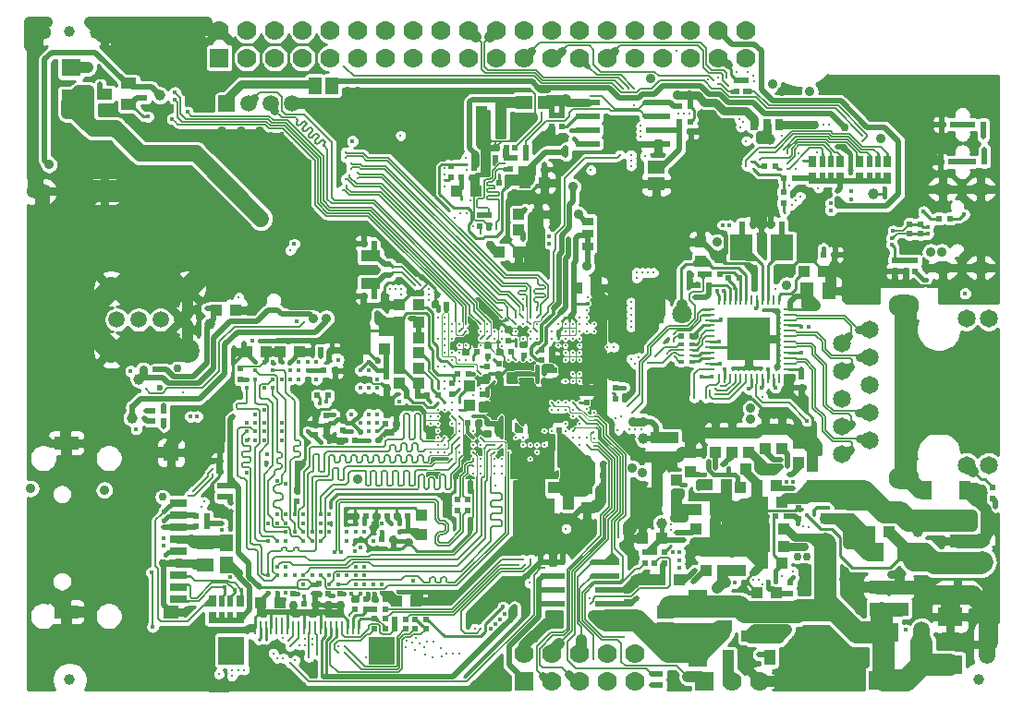
<source format=gbr>
%TF.GenerationSoftware,KiCad,Pcbnew,5.1.5-52549c5~84~ubuntu18.04.1*%
%TF.CreationDate,2020-02-11T15:54:30+02:00*%
%TF.ProjectId,A64-OlinuXino_Rev_G,4136342d-4f6c-4696-9e75-58696e6f5f52,G*%
%TF.SameCoordinates,Original*%
%TF.FileFunction,Copper,L6,Bot*%
%TF.FilePolarity,Positive*%
%FSLAX46Y46*%
G04 Gerber Fmt 4.6, Leading zero omitted, Abs format (unit mm)*
G04 Created by KiCad (PCBNEW 5.1.5-52549c5~84~ubuntu18.04.1) date 2020-02-11 15:54:30*
%MOMM*%
%LPD*%
G04 APERTURE LIST*
%TA.AperFunction,EtchedComponent*%
%ADD10C,0.508000*%
%TD*%
%TA.AperFunction,EtchedComponent*%
%ADD11C,0.254000*%
%TD*%
%TA.AperFunction,ComponentPad*%
%ADD12O,2.800000X2.000000*%
%TD*%
%TA.AperFunction,ComponentPad*%
%ADD13C,1.650000*%
%TD*%
%TA.AperFunction,SMDPad,CuDef*%
%ADD14R,1.800000X1.000000*%
%TD*%
%TA.AperFunction,ComponentPad*%
%ADD15O,2.300000X1.300000*%
%TD*%
%TA.AperFunction,ComponentPad*%
%ADD16O,2.700000X1.300000*%
%TD*%
%TA.AperFunction,SMDPad,CuDef*%
%ADD17R,0.500000X0.550000*%
%TD*%
%TA.AperFunction,SMDPad,CuDef*%
%ADD18R,2.200000X0.600000*%
%TD*%
%TA.AperFunction,SMDPad,CuDef*%
%ADD19R,0.550000X0.500000*%
%TD*%
%TA.AperFunction,ComponentPad*%
%ADD20C,1.778000*%
%TD*%
%TA.AperFunction,ComponentPad*%
%ADD21R,1.778000X1.778000*%
%TD*%
%TA.AperFunction,ComponentPad*%
%ADD22C,5.500000*%
%TD*%
%TA.AperFunction,SMDPad,CuDef*%
%ADD23R,0.600000X0.350000*%
%TD*%
%TA.AperFunction,SMDPad,CuDef*%
%ADD24R,0.800000X0.950000*%
%TD*%
%TA.AperFunction,SMDPad,CuDef*%
%ADD25R,0.900000X0.350000*%
%TD*%
%TA.AperFunction,ComponentPad*%
%ADD26C,1.500000*%
%TD*%
%TA.AperFunction,ComponentPad*%
%ADD27C,2.200000*%
%TD*%
%TA.AperFunction,ComponentPad*%
%ADD28R,1.500000X1.500000*%
%TD*%
%TA.AperFunction,SMDPad,CuDef*%
%ADD29R,0.625000X0.325000*%
%TD*%
%TA.AperFunction,SMDPad,CuDef*%
%ADD30R,0.625000X0.250000*%
%TD*%
%TA.AperFunction,SMDPad,CuDef*%
%ADD31R,1.016000X1.016000*%
%TD*%
%TA.AperFunction,Conductor*%
%ADD32R,1.600000X0.700000*%
%TD*%
%TA.AperFunction,SMDPad,CuDef*%
%ADD33R,1.400000X1.200000*%
%TD*%
%TA.AperFunction,SMDPad,CuDef*%
%ADD34R,1.400000X1.600000*%
%TD*%
%TA.AperFunction,SMDPad,CuDef*%
%ADD35R,2.200000X1.200000*%
%TD*%
%TA.AperFunction,ComponentPad*%
%ADD36O,1.800000X1.200000*%
%TD*%
%TA.AperFunction,SMDPad,CuDef*%
%ADD37R,0.250000X1.300000*%
%TD*%
%TA.AperFunction,SMDPad,CuDef*%
%ADD38R,2.400000X2.600000*%
%TD*%
%TA.AperFunction,SMDPad,CuDef*%
%ADD39R,0.900000X0.250000*%
%TD*%
%TA.AperFunction,SMDPad,CuDef*%
%ADD40R,0.250000X0.900000*%
%TD*%
%TA.AperFunction,SMDPad,CuDef*%
%ADD41R,4.000000X4.000000*%
%TD*%
%TA.AperFunction,ComponentPad*%
%ADD42R,1.422400X1.422400*%
%TD*%
%TA.AperFunction,ConnectorPad*%
%ADD43C,1.000000*%
%TD*%
%TA.AperFunction,ComponentPad*%
%ADD44R,0.400000X0.400000*%
%TD*%
%TA.AperFunction,SMDPad,CuDef*%
%ADD45R,0.508000X1.016000*%
%TD*%
%TA.AperFunction,SMDPad,CuDef*%
%ADD46R,0.762000X1.016000*%
%TD*%
%TA.AperFunction,SMDPad,CuDef*%
%ADD47R,1.600200X1.168400*%
%TD*%
%TA.AperFunction,SMDPad,CuDef*%
%ADD48R,1.524000X1.270000*%
%TD*%
%TA.AperFunction,SMDPad,CuDef*%
%ADD49R,1.700000X2.000000*%
%TD*%
%TA.AperFunction,SMDPad,CuDef*%
%ADD50R,1.000000X1.400000*%
%TD*%
%TA.AperFunction,SMDPad,CuDef*%
%ADD51R,1.400000X1.000000*%
%TD*%
%TA.AperFunction,SMDPad,CuDef*%
%ADD52R,1.800000X1.600000*%
%TD*%
%TA.AperFunction,SMDPad,CuDef*%
%ADD53R,2.700000X1.800000*%
%TD*%
%TA.AperFunction,SMDPad,CuDef*%
%ADD54R,1.270000X1.524000*%
%TD*%
%TA.AperFunction,SMDPad,CuDef*%
%ADD55R,1.168400X1.600200*%
%TD*%
%TA.AperFunction,SMDPad,CuDef*%
%ADD56R,1.524000X1.778000*%
%TD*%
%TA.AperFunction,SMDPad,CuDef*%
%ADD57R,1.016000X0.762000*%
%TD*%
%TA.AperFunction,SMDPad,CuDef*%
%ADD58R,1.016000X1.778000*%
%TD*%
%TA.AperFunction,BGAPad,CuDef*%
%ADD59C,1.000000*%
%TD*%
%TA.AperFunction,ComponentPad*%
%ADD60R,1.400000X1.400000*%
%TD*%
%TA.AperFunction,ComponentPad*%
%ADD61C,1.400000*%
%TD*%
%TA.AperFunction,ComponentPad*%
%ADD62C,1.800000*%
%TD*%
%TA.AperFunction,ComponentPad*%
%ADD63R,1.800000X1.800000*%
%TD*%
%TA.AperFunction,ComponentPad*%
%ADD64O,3.700000X1.500000*%
%TD*%
%TA.AperFunction,ComponentPad*%
%ADD65O,1.500000X3.600000*%
%TD*%
%TA.AperFunction,ComponentPad*%
%ADD66O,1.500000X3.900000*%
%TD*%
%TA.AperFunction,SMDPad,CuDef*%
%ADD67R,2.100000X2.400000*%
%TD*%
%TA.AperFunction,SMDPad,CuDef*%
%ADD68R,2.286000X1.778000*%
%TD*%
%TA.AperFunction,ViaPad*%
%ADD69C,0.750000*%
%TD*%
%TA.AperFunction,ViaPad*%
%ADD70C,0.900000*%
%TD*%
%TA.AperFunction,ViaPad*%
%ADD71C,0.450000*%
%TD*%
%TA.AperFunction,ViaPad*%
%ADD72C,0.327000*%
%TD*%
%TA.AperFunction,ViaPad*%
%ADD73C,0.600000*%
%TD*%
%TA.AperFunction,ViaPad*%
%ADD74C,0.406400*%
%TD*%
%TA.AperFunction,Conductor*%
%ADD75C,1.016000*%
%TD*%
%TA.AperFunction,Conductor*%
%ADD76C,2.032000*%
%TD*%
%TA.AperFunction,Conductor*%
%ADD77C,0.762000*%
%TD*%
%TA.AperFunction,Conductor*%
%ADD78C,1.270000*%
%TD*%
%TA.AperFunction,Conductor*%
%ADD79C,1.524000*%
%TD*%
%TA.AperFunction,Conductor*%
%ADD80C,0.508000*%
%TD*%
%TA.AperFunction,Conductor*%
%ADD81C,0.254000*%
%TD*%
%TA.AperFunction,Conductor*%
%ADD82C,1.778000*%
%TD*%
%TA.AperFunction,Conductor*%
%ADD83C,0.106600*%
%TD*%
%TA.AperFunction,Conductor*%
%ADD84C,0.406400*%
%TD*%
%TA.AperFunction,Conductor*%
%ADD85C,0.127000*%
%TD*%
%TA.AperFunction,Conductor*%
%ADD86C,0.203200*%
%TD*%
%TA.AperFunction,Conductor*%
%ADD87C,0.304800*%
%TD*%
%TA.AperFunction,Conductor*%
%ADD88C,0.711200*%
%TD*%
%TA.AperFunction,Conductor*%
%ADD89C,0.355600*%
%TD*%
G04 APERTURE END LIST*
D10*
%TO.C,3.3V/VCC-PE:2.8V1*%
X151892000Y-58801000D02*
X151892000Y-57658000D01*
D11*
%TO.C,R86*%
X182372000Y-56769000D02*
X181356000Y-56769000D01*
%TO.C,R87*%
X182372000Y-57658000D02*
X181356000Y-57658000D01*
%TO.C,R36*%
X131445000Y-66548000D02*
X133223000Y-66548000D01*
%TD*%
D12*
%TO.P,LAN1,SH2*%
%TO.N,Net-(C196-Pad2)*%
X180823000Y-80036000D03*
%TO.P,LAN1,SH1*%
X180823000Y-64236000D03*
D13*
%TO.P,LAN1,14*%
%TO.N,/USB&HDMI\002CWiFi&BT\002CEthernet\002CLCD/PHYAD0*%
X188595000Y-78867000D03*
%TO.P,LAN1,13*%
%TO.N,/USB&HDMI\002CWiFi&BT\002CEthernet\002CLCD/VDD33*%
X186563000Y-78867000D03*
%TO.P,LAN1,12*%
%TO.N,/USB&HDMI\002CWiFi&BT\002CEthernet\002CLCD/PHYAD1*%
X188595000Y-65405000D03*
%TO.P,LAN1,11*%
%TO.N,/USB&HDMI\002CWiFi&BT\002CEthernet\002CLCD/VDD33*%
X186563000Y-65405000D03*
%TO.P,LAN1,10*%
%TO.N,/USB&HDMI\002CWiFi&BT\002CEthernet\002CLCD/MDI[3]-*%
X175133000Y-77851000D03*
%TO.P,LAN1,9*%
%TO.N,/USB&HDMI\002CWiFi&BT\002CEthernet\002CLCD/MDI[3]+*%
X177673000Y-76581000D03*
%TO.P,LAN1,8*%
%TO.N,/USB&HDMI\002CWiFi&BT\002CEthernet\002CLCD/MDI[2]-*%
X175133000Y-75311000D03*
%TO.P,LAN1,7*%
%TO.N,/USB&HDMI\002CWiFi&BT\002CEthernet\002CLCD/MDI[2]+*%
X177673000Y-74041000D03*
%TO.P,LAN1,6*%
%TO.N,Net-(C200-Pad2)*%
X175133000Y-72771000D03*
%TO.P,LAN1,5*%
%TO.N,Net-(C199-Pad2)*%
X177673000Y-71501000D03*
%TO.P,LAN1,4*%
%TO.N,/USB&HDMI\002CWiFi&BT\002CEthernet\002CLCD/MDI[1]-*%
X175133000Y-70231000D03*
%TO.P,LAN1,3*%
%TO.N,/USB&HDMI\002CWiFi&BT\002CEthernet\002CLCD/MDI[1]+*%
X177673000Y-68961000D03*
%TO.P,LAN1,2*%
%TO.N,/USB&HDMI\002CWiFi&BT\002CEthernet\002CLCD/MDI[0]-*%
X175133000Y-67691000D03*
%TO.P,LAN1,1*%
%TO.N,/USB&HDMI\002CWiFi&BT\002CEthernet\002CLCD/MDI[0]+*%
X177673000Y-66421000D03*
%TD*%
D14*
%TO.P,Q2,2*%
%TO.N,Net-(C184-Pad1)*%
X131953000Y-62210000D03*
%TO.P,Q2,1*%
%TO.N,Net-(C183-Pad1)*%
X131953000Y-59710000D03*
%TD*%
D15*
%TO.P,HDMI1,0*%
%TO.N,GND*%
X101547000Y-39182000D03*
X101547000Y-53782000D03*
D16*
X107597000Y-53782000D03*
X107597000Y-39182000D03*
%TD*%
D17*
%TO.P,R15,2*%
%TO.N,/NAND Flash \002C eMMC\002C T-Card and Audio/NAND0-ALE\005CSDC2-DS*%
X144399000Y-50673000D03*
%TO.P,R15,1*%
%TO.N,Net-(R15-Pad1)*%
X143383000Y-50673000D03*
%TD*%
D18*
%TO.P,U4,8*%
%TO.N,+3V3*%
X153649501Y-91567001D03*
%TO.P,U4,7*%
%TO.N,GND*%
X153649501Y-90297001D03*
%TO.P,U4,6*%
%TO.N,TWI1-SCK*%
X153649501Y-89027001D03*
%TO.P,U4,5*%
%TO.N,TWI1-SDA*%
X153649501Y-87757001D03*
%TO.P,U4,4*%
%TO.N,GND*%
X148649501Y-87757001D03*
%TO.P,U4,3*%
%TO.N,+3V3*%
X148649501Y-89027001D03*
%TO.P,U4,2*%
X148649501Y-90297001D03*
%TO.P,U4,1*%
X148649501Y-91567001D03*
%TD*%
D19*
%TO.P,C39,2*%
%TO.N,GND*%
X155448000Y-90424000D03*
%TO.P,C39,1*%
%TO.N,+3V3*%
X155448000Y-91440000D03*
%TD*%
D17*
%TO.P,R66,2*%
%TO.N,/NAND Flash \002C eMMC\002C T-Card and Audio/NAND0-ALE\005CSDC2-DS*%
X145161000Y-50673000D03*
%TO.P,R66,1*%
%TO.N,SPI0_MISO*%
X146177000Y-50673000D03*
%TD*%
D19*
%TO.P,C94,2*%
%TO.N,GND*%
X142811500Y-56959500D03*
%TO.P,C94,1*%
%TO.N,/NAND Flash \002C eMMC\002C T-Card and Audio/eMMC_CLK*%
X142811500Y-55943500D03*
%TD*%
D20*
%TO.P,UEXT1,4*%
%TO.N,UART3-RX*%
X148590000Y-96139000D03*
%TO.P,UEXT1,3*%
%TO.N,UART3-TX*%
X148590000Y-98679000D03*
%TO.P,UEXT1,2*%
%TO.N,GND*%
X146050000Y-96139000D03*
D21*
%TO.P,UEXT1,1*%
%TO.N,+3V3*%
X146050000Y-98679000D03*
D20*
%TO.P,UEXT1,5*%
%TO.N,TWI1-SCK*%
X151130000Y-98679000D03*
%TO.P,UEXT1,6*%
%TO.N,TWI1-SDA*%
X151130000Y-96139000D03*
%TO.P,UEXT1,8*%
%TO.N,/Power Supply\002C Extensions and MiPi-DSI/UEXT-MOSI*%
X153670000Y-96139000D03*
%TO.P,UEXT1,7*%
%TO.N,/Power Supply\002C Extensions and MiPi-DSI/UEXT-MISO*%
X153670000Y-98679000D03*
%TO.P,UEXT1,9*%
%TO.N,/Power Supply\002C Extensions and MiPi-DSI/UEXT-CLK*%
X156210000Y-98679000D03*
%TO.P,UEXT1,10*%
%TO.N,/Power Supply\002C Extensions and MiPi-DSI/UEXT-CS*%
X156210000Y-96139000D03*
%TD*%
D22*
%TO.P,Mounting_hole2,0*%
%TO.N,GND*%
X114500000Y-96600000D03*
%TD*%
%TO.P,Mounting_hole3,0*%
%TO.N,GND*%
X113000000Y-40900000D03*
%TD*%
%TO.P,Mounting_hole1,0*%
%TO.N,GND*%
X172800000Y-96600000D03*
%TD*%
D17*
%TO.P,R131,2*%
%TO.N,Net-(MIPI-DSI1-Pad16)*%
X136017000Y-93027500D03*
%TO.P,R131,1*%
%TO.N,IPS*%
X137033000Y-93027500D03*
%TD*%
%TO.P,R132,2*%
%TO.N,Net-(MIPI-DSI1-Pad20)*%
X132334000Y-92964000D03*
%TO.P,R132,1*%
%TO.N,/Power Supply\002C Extensions and MiPi-DSI/MIPI-DSI-BKL*%
X133350000Y-92964000D03*
%TD*%
%TO.P,R127,2*%
%TO.N,/Power Supply\002C Extensions and MiPi-DSI/MIPI-DSI-RST*%
X135191500Y-93027500D03*
%TO.P,R127,1*%
%TO.N,Net-(MIPI-DSI1-Pad17)*%
X134175500Y-93027500D03*
%TD*%
%TO.P,R128,2*%
%TO.N,/Power Supply\002C Extensions and MiPi-DSI/MIPI-DSI-EN*%
X133350000Y-92075000D03*
%TO.P,R128,1*%
%TO.N,Net-(MIPI-DSI1-Pad19)*%
X132334000Y-92075000D03*
%TD*%
%TO.P,R129,2*%
%TO.N,Net-(MIPI-DSI1-Pad16)*%
X137033000Y-93916500D03*
%TO.P,R129,1*%
%TO.N,/Power Supply\002C Extensions and MiPi-DSI/DSI-D3N*%
X136017000Y-93916500D03*
%TD*%
%TO.P,R130,2*%
%TO.N,Net-(MIPI-DSI1-Pad20)*%
X133350000Y-93916500D03*
%TO.P,R130,1*%
%TO.N,/Power Supply\002C Extensions and MiPi-DSI/DSI-D2P*%
X132334000Y-93916500D03*
%TD*%
%TO.P,R126,2*%
%TO.N,/Power Supply\002C Extensions and MiPi-DSI/DSI-D2N*%
X130556000Y-92075000D03*
%TO.P,R126,1*%
%TO.N,Net-(MIPI-DSI1-Pad19)*%
X131572000Y-92075000D03*
%TD*%
%TO.P,R125,2*%
%TO.N,/Power Supply\002C Extensions and MiPi-DSI/DSI-D3P*%
X135191500Y-93916500D03*
%TO.P,R125,1*%
%TO.N,Net-(MIPI-DSI1-Pad17)*%
X134175500Y-93916500D03*
%TD*%
%TO.P,R121,2*%
%TO.N,SPI0_MISO*%
X146177000Y-49784000D03*
%TO.P,R121,1*%
%TO.N,/Power Supply\002C Extensions and MiPi-DSI/UEXT-MISO*%
X145161000Y-49784000D03*
%TD*%
D23*
%TO.P,T1,8*%
%TO.N,IPS*%
X174752000Y-82789000D03*
D24*
%TO.P,T1,7*%
%TO.N,Net-(C135-Pad1)*%
X174752000Y-83789000D03*
D25*
%TO.P,T1,6*%
X175852000Y-84089000D03*
%TO.P,T1,5*%
X175852000Y-83439000D03*
%TO.P,T1,4*%
%TO.N,IPS*%
X175852000Y-82789000D03*
%TO.P,T1,3*%
%TO.N,Net-(T1-Pad3)*%
X173652000Y-82789000D03*
%TO.P,T1,2*%
%TO.N,Net-(C135-Pad1)*%
X173652000Y-83439000D03*
%TO.P,T1,1*%
X173652000Y-84089000D03*
%TD*%
D26*
%TO.P,USB1,4*%
%TO.N,GND*%
X114712000Y-65532000D03*
%TO.P,USB1,3*%
%TO.N,/USB&HDMI\002CWiFi&BT\002CEthernet\002CLCD/USB1-DP*%
X112712000Y-65532000D03*
%TO.P,USB1,2*%
%TO.N,/USB&HDMI\002CWiFi&BT\002CEthernet\002CLCD/USB1-DM*%
X110712000Y-65532000D03*
%TO.P,USB1,1*%
%TO.N,Net-(C74-Pad1)*%
X108712000Y-65532000D03*
D27*
%TO.P,USB1,0*%
%TO.N,GND*%
X108212000Y-68382000D03*
X108212000Y-62682000D03*
X115212000Y-68382000D03*
X115212000Y-62682000D03*
%TD*%
D26*
%TO.P,HSIC1,4*%
%TO.N,GND*%
X124793000Y-45720000D03*
%TO.P,HSIC1,3*%
%TO.N,Net-(HSIC1-Pad3)*%
X122793000Y-45720000D03*
%TO.P,HSIC1,2*%
%TO.N,Net-(HSIC1-Pad2)*%
X120793000Y-45720000D03*
D28*
%TO.P,HSIC1,1*%
%TO.N,Net-(HSIC1-Pad1)*%
X118793000Y-45720000D03*
%TD*%
D29*
%TO.P,RM15,4.2*%
%TO.N,/USB&HDMI\002CWiFi&BT\002CEthernet\002CLCD/GRXD3\005CLCD_D12*%
X160396500Y-69370000D03*
%TO.P,RM15,4.1*%
%TO.N,Net-(RM15-Pad4.1)*%
X161421500Y-69370000D03*
D30*
%TO.P,RM15,3.2*%
%TO.N,/USB&HDMI\002CWiFi&BT\002CEthernet\002CLCD/GRXD2\005CLCD_D13*%
X160396500Y-68830000D03*
%TO.P,RM15,3.1*%
%TO.N,Net-(RM15-Pad3.1)*%
X161421500Y-68830000D03*
%TO.P,RM15,2.2*%
%TO.N,/USB&HDMI\002CWiFi&BT\002CEthernet\002CLCD/GRXD1\005CLCD_D14*%
X160396500Y-68330000D03*
%TO.P,RM15,2.1*%
%TO.N,Net-(RM15-Pad2.1)*%
X161421500Y-68330000D03*
D29*
%TO.P,RM15,1.2*%
%TO.N,/USB&HDMI\002CWiFi&BT\002CEthernet\002CLCD/GRXD0\005CLCD_D15*%
X160396500Y-67790000D03*
%TO.P,RM15,1.1*%
%TO.N,Net-(RM15-Pad1.1)*%
X161421500Y-67790000D03*
%TD*%
D17*
%TO.P,R62,2*%
%TO.N,GND*%
X143383000Y-49784000D03*
%TO.P,R62,1*%
%TO.N,/NAND Flash \002C eMMC\002C T-Card and Audio/NAND0-ALE\005CSDC2-DS*%
X144399000Y-49784000D03*
%TD*%
D31*
%TO.P,C162,2*%
%TO.N,/Power Supply\002C Extensions and MiPi-DSI/3.3V_MIPI*%
X161290000Y-79502000D03*
%TO.P,C162,1*%
%TO.N,GND*%
X161290000Y-77724000D03*
%TD*%
D18*
%TO.P,U12,8*%
%TO.N,+3V3*%
X151832000Y-45593000D03*
%TO.P,U12,7*%
%TO.N,Net-(R57-Pad1)*%
X151832000Y-46863000D03*
%TO.P,U12,6*%
%TO.N,SPI0_CLK*%
X151832000Y-48133000D03*
%TO.P,U12,5*%
%TO.N,SPI0_MOSI*%
X151832000Y-49403000D03*
%TO.P,U12,4*%
%TO.N,GND*%
X158302000Y-49403000D03*
%TO.P,U12,3*%
%TO.N,Net-(R55-Pad1)*%
X158302000Y-48133000D03*
%TO.P,U12,2*%
%TO.N,SPI0_MISO*%
X158302000Y-46863000D03*
%TO.P,U12,1*%
%TO.N,SPI0_CS*%
X158302000Y-45593000D03*
%TD*%
D32*
%TO.N,/NAND Flash \002C eMMC\002C T-Card and Audio/SDC0-D2*%
%TO.C,MICRO_SD1*%
X114315000Y-82332000D03*
%TO.N,/NAND Flash \002C eMMC\002C T-Card and Audio/SDC0-D3*%
X114315000Y-83432000D03*
%TO.N,/NAND Flash \002C eMMC\002C T-Card and Audio/SDC0-CMD*%
X114315000Y-84532000D03*
%TO.N,Net-(C64-Pad1)*%
X114315000Y-85632000D03*
%TO.N,Net-(MICRO_SD1-Pad5)*%
X114315000Y-86732000D03*
%TO.N,GND*%
X114315000Y-87832000D03*
%TO.N,/NAND Flash \002C eMMC\002C T-Card and Audio/SDC0-D0*%
X114315000Y-88932000D03*
%TO.N,/NAND Flash \002C eMMC\002C T-Card and Audio/SDC0-D1*%
X114315000Y-90032000D03*
%TO.N,/NAND Flash \002C eMMC\002C T-Card and Audio/SDC0-DET#*%
X114315000Y-91132000D03*
D33*
%TD*%
%TO.P,MICRO_SD1,10*%
%TO.N,GND*%
X113685000Y-92332000D03*
D34*
%TO.P,MICRO_SD1,11*%
%TO.N,GND*%
X113685000Y-77732000D03*
D35*
%TO.P,MICRO_SD1,12*%
X104085000Y-92332000D03*
%TO.P,MICRO_SD1,13*%
X104085000Y-76832000D03*
%TD*%
D36*
%TO.P,USB-OTG1,0*%
%TO.N,GND*%
X187842000Y-53550000D03*
X184372000Y-53550000D03*
X184372000Y-60750000D03*
X187842000Y-60750000D03*
%TD*%
D37*
%TO.P,MIPI-DSI1,1*%
%TO.N,GND*%
X121361000Y-93770000D03*
%TO.P,MIPI-DSI1,2*%
%TO.N,/Power Supply\002C Extensions and MiPi-DSI/DSI-D1N*%
X121861000Y-93770000D03*
%TO.P,MIPI-DSI1,3*%
%TO.N,/Power Supply\002C Extensions and MiPi-DSI/DSI-D1P*%
X122361000Y-93770000D03*
%TO.P,MIPI-DSI1,4*%
%TO.N,GND*%
X122861000Y-93770000D03*
%TO.P,MIPI-DSI1,5*%
%TO.N,/Power Supply\002C Extensions and MiPi-DSI/DSI-CKN*%
X123361000Y-93770000D03*
%TO.P,MIPI-DSI1,6*%
%TO.N,/Power Supply\002C Extensions and MiPi-DSI/DSI-CKP*%
X123861000Y-93770000D03*
%TO.P,MIPI-DSI1,7*%
%TO.N,GND*%
X124361000Y-93770000D03*
%TO.P,MIPI-DSI1,8*%
%TO.N,/Power Supply\002C Extensions and MiPi-DSI/DSI-D0N*%
X124861000Y-93770000D03*
%TO.P,MIPI-DSI1,9*%
%TO.N,/Power Supply\002C Extensions and MiPi-DSI/DSI-D0P*%
X125361000Y-93770000D03*
%TO.P,MIPI-DSI1,10*%
%TO.N,GND*%
X125861000Y-93770000D03*
%TO.P,MIPI-DSI1,11*%
%TO.N,TWI0-SCK*%
X126361000Y-93770000D03*
%TO.P,MIPI-DSI1,12*%
%TO.N,TWI0-SDA*%
X126861000Y-93770000D03*
%TO.P,MIPI-DSI1,13*%
%TO.N,GND*%
X127361000Y-93770000D03*
%TO.P,MIPI-DSI1,14*%
%TO.N,/Power Supply\002C Extensions and MiPi-DSI/3.3V_MIPI*%
X127861000Y-93770000D03*
%TO.P,MIPI-DSI1,15*%
X128361000Y-93770000D03*
%TO.P,MIPI-DSI1,16*%
%TO.N,Net-(MIPI-DSI1-Pad16)*%
X128861000Y-93770000D03*
%TO.P,MIPI-DSI1,17*%
%TO.N,Net-(MIPI-DSI1-Pad17)*%
X129361000Y-93770000D03*
%TO.P,MIPI-DSI1,18*%
%TO.N,GND*%
X129861000Y-93770000D03*
%TO.P,MIPI-DSI1,19*%
%TO.N,Net-(MIPI-DSI1-Pad19)*%
X130361000Y-93770000D03*
%TO.P,MIPI-DSI1,20*%
%TO.N,Net-(MIPI-DSI1-Pad20)*%
X130861000Y-93770000D03*
D38*
%TO.P,MIPI-DSI1,0*%
%TO.N,N/C*%
X119211000Y-95870000D03*
X133011000Y-95870000D03*
%TD*%
D39*
%TO.P,U15,1*%
%TO.N,/USB&HDMI\002CWiFi&BT\002CEthernet\002CLCD/VDD33*%
X170224000Y-64560000D03*
%TO.P,U15,2*%
%TO.N,/USB&HDMI\002CWiFi&BT\002CEthernet\002CLCD/MDI[0]+*%
X170224000Y-65060000D03*
%TO.P,U15,3*%
%TO.N,/USB&HDMI\002CWiFi&BT\002CEthernet\002CLCD/MDI[0]-*%
X170224000Y-65560000D03*
%TO.P,U15,4*%
%TO.N,Net-(C207-Pad2)*%
X170224000Y-66060000D03*
%TO.P,U15,5*%
%TO.N,/USB&HDMI\002CWiFi&BT\002CEthernet\002CLCD/MDI[1]+*%
X170224000Y-66560000D03*
%TO.P,U15,6*%
%TO.N,/USB&HDMI\002CWiFi&BT\002CEthernet\002CLCD/MDI[1]-*%
X170224000Y-67060000D03*
%TO.P,U15,7*%
%TO.N,/USB&HDMI\002CWiFi&BT\002CEthernet\002CLCD/MDI[2]+*%
X170224000Y-67560000D03*
%TO.P,U15,8*%
%TO.N,/USB&HDMI\002CWiFi&BT\002CEthernet\002CLCD/MDI[2]-*%
X170224000Y-68060000D03*
%TO.P,U15,9*%
%TO.N,Net-(C207-Pad2)*%
X170224000Y-68560000D03*
%TO.P,U15,10*%
%TO.N,/USB&HDMI\002CWiFi&BT\002CEthernet\002CLCD/MDI[3]+*%
X170224000Y-69060000D03*
%TO.P,U15,11*%
%TO.N,/USB&HDMI\002CWiFi&BT\002CEthernet\002CLCD/MDI[3]-*%
X170224000Y-69560000D03*
%TO.P,U15,12*%
%TO.N,/USB&HDMI\002CWiFi&BT\002CEthernet\002CLCD/VDD33*%
X170224000Y-70060000D03*
D40*
%TO.P,U15,13*%
%TO.N,Net-(U15-Pad13)*%
X169374000Y-70910000D03*
%TO.P,U15,14*%
%TO.N,Net-(C204-Pad2)*%
X168874000Y-70910000D03*
%TO.P,U15,15*%
%TO.N,Net-(R113-Pad2)*%
X168374000Y-70910000D03*
%TO.P,U15,16*%
%TO.N,/USB&HDMI\002CWiFi&BT\002CEthernet\002CLCD/VDD33*%
X167874000Y-70910000D03*
%TO.P,U15,17*%
%TO.N,Net-(R111-Pad2)*%
X167374000Y-70910000D03*
%TO.P,U15,18*%
%TO.N,Net-(C204-Pad2)*%
X166874000Y-70910000D03*
%TO.P,U15,19*%
%TO.N,/USB&HDMI\002CWiFi&BT\002CEthernet\002CLCD/GTXD0\005CLCD_CLK*%
X166374000Y-70910000D03*
%TO.P,U15,20*%
%TO.N,/USB&HDMI\002CWiFi&BT\002CEthernet\002CLCD/GTXD1\005CLCD_D23*%
X165874000Y-70910000D03*
%TO.P,U15,21*%
%TO.N,/USB&HDMI\002CWiFi&BT\002CEthernet\002CLCD/GTXD2\005CLCD_D22*%
X165374000Y-70910000D03*
%TO.P,U15,22*%
%TO.N,/USB&HDMI\002CWiFi&BT\002CEthernet\002CLCD/GTXD3\005CLCD_D21*%
X164874000Y-70910000D03*
%TO.P,U15,23*%
%TO.N,Net-(C204-Pad2)*%
X164374000Y-70910000D03*
%TO.P,U15,24*%
%TO.N,/USB&HDMI\002CWiFi&BT\002CEthernet\002CLCD/GTXCK\005CLCD_DE*%
X163874000Y-70910000D03*
D39*
%TO.P,U15,25*%
%TO.N,/USB&HDMI\002CWiFi&BT\002CEthernet\002CLCD/GTXCTL\005CLCD_HSYNC*%
X163024000Y-70060000D03*
%TO.P,U15,26*%
%TO.N,Net-(C204-Pad2)*%
X163024000Y-69560000D03*
%TO.P,U15,27*%
%TO.N,Net-(RM15-Pad4.1)*%
X163024000Y-69060000D03*
%TO.P,U15,28*%
%TO.N,Net-(RM15-Pad3.1)*%
X163024000Y-68560000D03*
%TO.P,U15,29*%
%TO.N,GND*%
X163024000Y-68060000D03*
%TO.P,U15,30*%
%TO.N,Net-(C204-Pad2)*%
X163024000Y-67560000D03*
%TO.P,U15,31*%
%TO.N,Net-(RM15-Pad2.1)*%
X163024000Y-67060000D03*
%TO.P,U15,32*%
%TO.N,Net-(RM15-Pad1.1)*%
X163024000Y-66560000D03*
%TO.P,U15,33*%
%TO.N,Net-(R105-Pad2)*%
X163024000Y-66060000D03*
%TO.P,U15,34*%
%TO.N,/USB&HDMI\002CWiFi&BT\002CEthernet\002CLCD/VDD33*%
X163024000Y-65560000D03*
%TO.P,U15,35*%
%TO.N,Net-(R107-Pad1)*%
X163024000Y-65060000D03*
%TO.P,U15,36*%
%TO.N,/USB&HDMI\002CWiFi&BT\002CEthernet\002CLCD/GMDC\005CLCD-PWM*%
X163024000Y-64560000D03*
D40*
%TO.P,U15,37*%
%TO.N,/USB&HDMI\002CWiFi&BT\002CEthernet\002CLCD/GMDIO\005CLCD_PWR*%
X163874000Y-63710000D03*
%TO.P,U15,38*%
%TO.N,Net-(R119-Pad1)*%
X164374000Y-63710000D03*
%TO.P,U15,39*%
%TO.N,Net-(C204-Pad2)*%
X164874000Y-63710000D03*
%TO.P,U15,40*%
%TO.N,/USB&HDMI\002CWiFi&BT\002CEthernet\002CLCD/VDD33*%
X165374000Y-63710000D03*
%TO.P,U15,41*%
%TO.N,Net-(R109-Pad2)*%
X165874000Y-63710000D03*
%TO.P,U15,42*%
%TO.N,Net-(C211-Pad2)*%
X166374000Y-63710000D03*
%TO.P,U15,43*%
%TO.N,Net-(U15-Pad43)*%
X166874000Y-63710000D03*
%TO.P,U15,44*%
%TO.N,Net-(C207-Pad2)*%
X167374000Y-63710000D03*
%TO.P,U15,45*%
%TO.N,Net-(C213-Pad2)*%
X167874000Y-63710000D03*
%TO.P,U15,46*%
%TO.N,Net-(C212-Pad2)*%
X168374000Y-63710000D03*
%TO.P,U15,47*%
%TO.N,Net-(U15-Pad47)*%
X168874000Y-63710000D03*
%TO.P,U15,48*%
%TO.N,Net-(R115-Pad1)*%
X169374000Y-63710000D03*
D41*
%TO.P,U15,49*%
%TO.N,GND*%
X166624000Y-67310000D03*
D42*
X166624000Y-67310000D03*
%TD*%
D43*
%TO.P,FID4,Fid1*%
%TO.N,N/C*%
X104394000Y-39116000D03*
%TD*%
%TO.P,FID5,Fid1*%
%TO.N,N/C*%
X104394000Y-98552000D03*
%TD*%
%TO.P,FID6,Fid1*%
%TO.N,N/C*%
X187706000Y-98552000D03*
%TD*%
D42*
%TO.P,U14,69*%
%TO.N,GND*%
X165862000Y-84645500D03*
D44*
X168062000Y-83845500D03*
X167362000Y-83845500D03*
X166662000Y-83845500D03*
X166662000Y-83145500D03*
X166662000Y-82445500D03*
X165062000Y-82445500D03*
X165062000Y-83145500D03*
X165062000Y-83845500D03*
X164362000Y-83845500D03*
X163662000Y-83845500D03*
X163662000Y-85445500D03*
X164362000Y-85445500D03*
X165062000Y-85445500D03*
X165062000Y-86145500D03*
X165062000Y-86845500D03*
X166662000Y-86845500D03*
X166662000Y-86145500D03*
X166662000Y-85445500D03*
X167362000Y-85445500D03*
X168062000Y-85445500D03*
%TD*%
D45*
%TO.P,RM9,3.1*%
%TO.N,+3.3VWiFiIO*%
X177673000Y-52578000D03*
%TO.P,RM9,2.1*%
X178435000Y-52578000D03*
%TO.P,RM9,3.2*%
%TO.N,/USB&HDMI\002CWiFi&BT\002CEthernet\002CLCD/WL-SDIO-D2*%
X177673000Y-51054000D03*
%TO.P,RM9,2.2*%
%TO.N,/USB&HDMI\002CWiFi&BT\002CEthernet\002CLCD/WL-SDIO-D3*%
X178435000Y-51054000D03*
D46*
%TO.P,RM9,4.1*%
%TO.N,+3.3VWiFiIO*%
X176784000Y-52578000D03*
%TO.P,RM9,4.2*%
%TO.N,/USB&HDMI\002CWiFi&BT\002CEthernet\002CLCD/WL-PMU-EN*%
X176784000Y-51054000D03*
%TO.P,RM9,1.1*%
%TO.N,+3.3VWiFiIO*%
X179324000Y-52578000D03*
%TO.P,RM9,1.2*%
%TO.N,/USB&HDMI\002CWiFi&BT\002CEthernet\002CLCD/WL-SDIO-D0*%
X179324000Y-51054000D03*
%TD*%
D19*
%TO.P,R93,2*%
%TO.N,Net-(C184-Pad1)*%
X133604000Y-61468000D03*
%TO.P,R93,1*%
%TO.N,Net-(C183-Pad1)*%
X133604000Y-60452000D03*
%TD*%
%TO.P,R46,2*%
%TO.N,/USB&HDMI\002CWiFi&BT\002CEthernet\002CLCD/HCEC*%
X111252000Y-45212000D03*
%TO.P,R46,1*%
%TO.N,+3.3VD*%
X111252000Y-44196000D03*
%TD*%
D47*
%TO.P,5V_E1,2*%
%TO.N,+5V*%
X159004000Y-93853000D03*
%TO.P,5V_E1,1*%
%TO.N,+5V_EXT*%
X159004000Y-92329000D03*
X159004000Y-92329000D03*
%TD*%
D19*
%TO.P,C1,2*%
%TO.N,GND*%
X135400000Y-85908000D03*
%TO.P,C1,1*%
%TO.N,+1.5V*%
X135400000Y-84892000D03*
%TD*%
D17*
%TO.P,C2,2*%
%TO.N,GND*%
X134366000Y-83566000D03*
%TO.P,C2,1*%
%TO.N,+1.5V*%
X135382000Y-83566000D03*
%TD*%
%TO.P,C3,2*%
%TO.N,GND*%
X132461000Y-83566000D03*
%TO.P,C3,1*%
%TO.N,+1.5V*%
X133477000Y-83566000D03*
%TD*%
%TO.P,C4,2*%
%TO.N,GND*%
X130556000Y-83566000D03*
%TO.P,C4,1*%
%TO.N,+1.5V*%
X131572000Y-83566000D03*
%TD*%
D31*
%TO.P,C5,2*%
%TO.N,GND*%
X136144000Y-91376500D03*
%TO.P,C5,1*%
%TO.N,+1.5V*%
X134366000Y-91376500D03*
%TD*%
D19*
%TO.P,C6,2*%
%TO.N,GND*%
X129159000Y-91694000D03*
%TO.P,C6,1*%
%TO.N,+1.5V*%
X129159000Y-90678000D03*
%TD*%
%TO.P,C7,2*%
%TO.N,GND*%
X124841000Y-91694000D03*
%TO.P,C7,1*%
%TO.N,+1.5V*%
X124841000Y-90678000D03*
%TD*%
%TO.P,C8,2*%
%TO.N,GND*%
X125200000Y-81192000D03*
%TO.P,C8,1*%
%TO.N,+1.5V*%
X125200000Y-82208000D03*
%TD*%
%TO.P,C9,2*%
%TO.N,GND*%
X129413000Y-74676000D03*
%TO.P,C9,1*%
%TO.N,+1.5V*%
X129413000Y-75692000D03*
%TD*%
D31*
%TO.P,C10,2*%
%TO.N,GND*%
X125489000Y-68500000D03*
%TO.P,C10,1*%
%TO.N,+1.5V*%
X123711000Y-68500000D03*
%TD*%
D19*
%TO.P,C11,2*%
%TO.N,/VREF0_DDR3*%
X119100000Y-80792000D03*
%TO.P,C11,1*%
%TO.N,+1.5V*%
X119100000Y-81808000D03*
%TD*%
D17*
%TO.P,C12,2*%
%TO.N,GND*%
X134008000Y-85700000D03*
%TO.P,C12,1*%
%TO.N,+1.5V*%
X132992000Y-85700000D03*
%TD*%
%TO.P,C13,2*%
%TO.N,GND*%
X132334000Y-91186000D03*
%TO.P,C13,1*%
%TO.N,+1.5V*%
X133350000Y-91186000D03*
%TD*%
%TO.P,C14,2*%
%TO.N,GND*%
X130556000Y-91186000D03*
%TO.P,C14,1*%
%TO.N,+1.5V*%
X131572000Y-91186000D03*
%TD*%
D19*
%TO.P,C15,2*%
%TO.N,GND*%
X133400000Y-71808000D03*
%TO.P,C15,1*%
%TO.N,+1.5V*%
X133400000Y-70792000D03*
%TD*%
D31*
%TO.P,C16,2*%
%TO.N,GND*%
X121911000Y-91500000D03*
%TO.P,C16,1*%
%TO.N,+1.5V*%
X123689000Y-91500000D03*
%TD*%
D17*
%TO.P,C17,2*%
%TO.N,GND*%
X144608000Y-75100000D03*
%TO.P,C17,1*%
%TO.N,+1.5V*%
X143592000Y-75100000D03*
%TD*%
%TO.P,C18,2*%
%TO.N,GND*%
X146708000Y-75700000D03*
%TO.P,C18,1*%
%TO.N,+1.5V*%
X145692000Y-75700000D03*
%TD*%
%TO.P,C19,2*%
%TO.N,GND*%
X129540000Y-76581000D03*
%TO.P,C19,1*%
%TO.N,+1.5V*%
X130556000Y-76581000D03*
%TD*%
%TO.P,C20,2*%
%TO.N,GND*%
X128708000Y-70200000D03*
%TO.P,C20,1*%
%TO.N,+1.5V*%
X127692000Y-70200000D03*
%TD*%
D31*
%TO.P,C21,2*%
%TO.N,GND*%
X131445000Y-68199000D03*
%TO.P,C21,1*%
%TO.N,+1.5V*%
X133223000Y-68199000D03*
%TD*%
D17*
%TO.P,C22,2*%
%TO.N,/S0SVREF*%
X140892000Y-75000000D03*
%TO.P,C22,1*%
%TO.N,GND*%
X141908000Y-75000000D03*
%TD*%
%TO.P,C23,2*%
%TO.N,GND*%
X118092000Y-78500000D03*
%TO.P,C23,1*%
%TO.N,/VREF0_DDR3*%
X119108000Y-78500000D03*
%TD*%
D19*
%TO.P,C24,2*%
%TO.N,GND*%
X127200000Y-90708000D03*
%TO.P,C24,1*%
%TO.N,/VREF0_DDR3*%
X127200000Y-89692000D03*
%TD*%
D17*
%TO.P,C25,2*%
%TO.N,GND*%
X128408000Y-68300000D03*
%TO.P,C25,1*%
%TO.N,/VREF0_DDR3*%
X127392000Y-68300000D03*
%TD*%
D31*
%TO.P,C26,2*%
%TO.N,GND*%
X120611000Y-68500000D03*
%TO.P,C26,1*%
%TO.N,+1.5V*%
X122389000Y-68500000D03*
%TD*%
%TO.P,C27,2*%
%TO.N,GND*%
X136652000Y-83439000D03*
%TO.P,C27,1*%
%TO.N,+1.5V*%
X136652000Y-85217000D03*
%TD*%
D19*
%TO.P,C28,2*%
%TO.N,GND*%
X127900000Y-75308000D03*
%TO.P,C28,1*%
%TO.N,+1.5V*%
X127900000Y-74292000D03*
%TD*%
D17*
%TO.P,C29,2*%
%TO.N,GND*%
X142692000Y-76000000D03*
%TO.P,C29,1*%
%TO.N,+1.5V*%
X143708000Y-76000000D03*
%TD*%
%TO.P,C30,2*%
%TO.N,GND*%
X134308000Y-75100000D03*
%TO.P,C30,1*%
%TO.N,+1.5V*%
X133292000Y-75100000D03*
%TD*%
D19*
%TO.P,C31,2*%
%TO.N,GND*%
X126900000Y-75092000D03*
%TO.P,C31,1*%
%TO.N,+1.5V*%
X126900000Y-76108000D03*
%TD*%
D17*
%TO.P,C34,2*%
%TO.N,VCC-PC*%
X147592000Y-69200000D03*
%TO.P,C34,1*%
%TO.N,GND*%
X148608000Y-69200000D03*
%TD*%
%TO.P,C35,2*%
%TO.N,VCC-PC*%
X146892000Y-51750000D03*
%TO.P,C35,1*%
%TO.N,GND*%
X147908000Y-51750000D03*
%TD*%
D31*
%TO.P,C36,2*%
%TO.N,VCC-PC*%
X146113500Y-52959000D03*
%TO.P,C36,1*%
%TO.N,GND*%
X147891500Y-52959000D03*
%TD*%
D17*
%TO.P,C37,2*%
%TO.N,Net-(C37-Pad2)*%
X140242000Y-52500000D03*
%TO.P,C37,1*%
%TO.N,GND*%
X141258000Y-52500000D03*
%TD*%
D31*
%TO.P,C38,2*%
%TO.N,Net-(C37-Pad2)*%
X139861000Y-53750000D03*
%TO.P,C38,1*%
%TO.N,GND*%
X141639000Y-53750000D03*
%TD*%
%TO.P,C42,2*%
%TO.N,GND*%
X142111000Y-46500000D03*
%TO.P,C42,1*%
%TO.N,Net-(C42-Pad1)*%
X143889000Y-46500000D03*
%TD*%
%TO.P,C43,2*%
%TO.N,GND*%
X142111000Y-48050000D03*
%TO.P,C43,1*%
%TO.N,Net-(C42-Pad1)*%
X143889000Y-48050000D03*
%TD*%
D17*
%TO.P,C44,2*%
%TO.N,GND*%
X142508000Y-51650000D03*
%TO.P,C44,1*%
%TO.N,Net-(C42-Pad1)*%
X141492000Y-51650000D03*
%TD*%
%TO.P,C46,2*%
%TO.N,GNDA*%
X139892000Y-70500000D03*
%TO.P,C46,1*%
%TO.N,+3.0VA*%
X140908000Y-70500000D03*
%TD*%
D19*
%TO.P,C50,2*%
%TO.N,+1V8*%
X139425000Y-72333000D03*
%TO.P,C50,1*%
%TO.N,GNDA*%
X139425000Y-71317000D03*
%TD*%
D17*
%TO.P,C51,2*%
%TO.N,GNDA*%
X137092000Y-72500000D03*
%TO.P,C51,1*%
%TO.N,Net-(C51-Pad1)*%
X138108000Y-72500000D03*
%TD*%
D31*
%TO.P,C53,2*%
%TO.N,GNDA*%
X134620000Y-69977000D03*
%TO.P,C53,1*%
%TO.N,Net-(C51-Pad1)*%
X136398000Y-69977000D03*
%TD*%
%TO.P,C54,2*%
%TO.N,Net-(C54-Pad2)*%
X136398000Y-65786000D03*
%TO.P,C54,1*%
%TO.N,GNDA*%
X134620000Y-65786000D03*
%TD*%
%TO.P,C55,2*%
%TO.N,GNDA*%
X134620000Y-68580000D03*
%TO.P,C55,1*%
%TO.N,Net-(C55-Pad1)*%
X136398000Y-68580000D03*
%TD*%
%TO.P,C56,2*%
%TO.N,Net-(C54-Pad2)*%
X136398000Y-67183000D03*
%TO.P,C56,1*%
%TO.N,GNDA*%
X134620000Y-67183000D03*
%TD*%
%TO.P,C59,2*%
%TO.N,GNDA*%
X136398000Y-71374000D03*
%TO.P,C59,1*%
%TO.N,Net-(C59-Pad1)*%
X134620000Y-71374000D03*
%TD*%
%TO.P,C61,2*%
%TO.N,Net-(C61-Pad2)*%
X141050000Y-73364000D03*
%TO.P,C61,1*%
%TO.N,Net-(C61-Pad1)*%
X141050000Y-71586000D03*
%TD*%
D48*
%TO.P,C64,2*%
%TO.N,GND*%
X116840000Y-88011000D03*
%TO.P,C64,1*%
%TO.N,Net-(C64-Pad1)*%
X116840000Y-85979000D03*
%TD*%
D19*
%TO.P,C72,2*%
%TO.N,/USB&HDMI\002CWiFi&BT\002CEthernet\002CLCD/USB0-VBUSDET*%
X179959000Y-60071000D03*
%TO.P,C72,1*%
%TO.N,GND*%
X179959000Y-61087000D03*
%TD*%
%TO.P,C73,2*%
%TO.N,+3V3*%
X144625000Y-67458000D03*
%TO.P,C73,1*%
%TO.N,GND*%
X144625000Y-66442000D03*
%TD*%
D17*
%TO.P,C79,2*%
%TO.N,+3.3VD*%
X144808000Y-68500000D03*
%TO.P,C79,1*%
%TO.N,GND*%
X143792000Y-68500000D03*
%TD*%
D19*
%TO.P,C80,2*%
%TO.N,GND*%
X147900000Y-71208000D03*
%TO.P,C80,1*%
%TO.N,+3V3*%
X147900000Y-70192000D03*
%TD*%
%TO.P,C109,2*%
%TO.N,GND*%
X142700000Y-67892000D03*
%TO.P,C109,1*%
%TO.N,VCC-PL*%
X142700000Y-68908000D03*
%TD*%
D17*
%TO.P,C110,2*%
%TO.N,+3.3VWiFiIO*%
X147592000Y-68300000D03*
%TO.P,C110,1*%
%TO.N,GND*%
X148608000Y-68300000D03*
%TD*%
D19*
%TO.P,C115,2*%
%TO.N,+3V3*%
X148800000Y-70192000D03*
%TO.P,C115,1*%
%TO.N,GND*%
X148800000Y-71208000D03*
%TD*%
D31*
%TO.P,C116,2*%
%TO.N,+3V3*%
X143764000Y-59309000D03*
%TO.P,C116,1*%
%TO.N,GND*%
X145542000Y-59309000D03*
%TD*%
D19*
%TO.P,C117,2*%
%TO.N,1.1V_CPUS*%
X142600000Y-69792000D03*
%TO.P,C117,1*%
%TO.N,GND*%
X142600000Y-70808000D03*
%TD*%
D48*
%TO.P,C118,2*%
%TO.N,+5V_EXT*%
X180467000Y-92075000D03*
%TO.P,C118,1*%
%TO.N,GND*%
X180467000Y-90043000D03*
%TD*%
%TO.P,C119,2*%
%TO.N,+5V_EXT*%
X178435000Y-92075000D03*
%TO.P,C119,1*%
%TO.N,GND*%
X178435000Y-90043000D03*
%TD*%
D31*
%TO.P,C120,2*%
%TO.N,1.1V_CPUS*%
X145542000Y-55880000D03*
%TO.P,C120,1*%
%TO.N,GND*%
X147320000Y-55880000D03*
%TD*%
%TO.P,C121,2*%
%TO.N,GND*%
X168021000Y-84709000D03*
%TO.P,C121,1*%
%TO.N,+5V_EXT*%
X169799000Y-84709000D03*
%TD*%
D17*
%TO.P,C123,2*%
%TO.N,1.1V_CPUX*%
X149508000Y-77400000D03*
%TO.P,C123,1*%
%TO.N,GND*%
X148492000Y-77400000D03*
%TD*%
D31*
%TO.P,C125,2*%
%TO.N,Net-(C125-Pad2)*%
X160020000Y-80264000D03*
%TO.P,C125,1*%
%TO.N,GND*%
X158242000Y-80264000D03*
%TD*%
%TO.P,C126,2*%
%TO.N,IPS*%
X161798000Y-82931000D03*
%TO.P,C126,1*%
%TO.N,GND*%
X163576000Y-82931000D03*
%TD*%
D17*
%TO.P,C127,2*%
%TO.N,1.1V_CPUX*%
X152273000Y-79756000D03*
%TO.P,C127,1*%
%TO.N,GND*%
X153289000Y-79756000D03*
%TD*%
D31*
%TO.P,C128,2*%
%TO.N,GND*%
X168021000Y-86360000D03*
%TO.P,C128,1*%
%TO.N,IPS*%
X169799000Y-86360000D03*
%TD*%
D17*
%TO.P,C130,2*%
%TO.N,1.1V_CPUX*%
X152273000Y-78867000D03*
%TO.P,C130,1*%
%TO.N,GND*%
X153289000Y-78867000D03*
%TD*%
D19*
%TO.P,C132,2*%
%TO.N,1.1V_CPUX*%
X149200000Y-75708000D03*
%TO.P,C132,1*%
%TO.N,GND*%
X149200000Y-74692000D03*
%TD*%
D31*
%TO.P,C133,2*%
%TO.N,IPS*%
X165862000Y-88519000D03*
%TO.P,C133,1*%
%TO.N,GND*%
X165862000Y-86741000D03*
%TD*%
D17*
%TO.P,C134,2*%
%TO.N,1.1V_CPUX*%
X149508000Y-78700000D03*
%TO.P,C134,1*%
%TO.N,GND*%
X148492000Y-78700000D03*
%TD*%
D31*
%TO.P,C135,2*%
%TO.N,VBAT*%
X179451000Y-84963000D03*
%TO.P,C135,1*%
%TO.N,Net-(C135-Pad1)*%
X177673000Y-84963000D03*
%TD*%
%TO.P,C137,2*%
%TO.N,1.1V_CPUX*%
X151765000Y-81026000D03*
%TO.P,C137,1*%
%TO.N,GND*%
X151765000Y-82804000D03*
%TD*%
%TO.P,C142,2*%
%TO.N,1.1V_CPUX*%
X148717000Y-80899000D03*
%TO.P,C142,1*%
%TO.N,GND*%
X146939000Y-80899000D03*
%TD*%
%TO.P,C145,2*%
%TO.N,IPS*%
X164211000Y-88519000D03*
%TO.P,C145,1*%
%TO.N,GND*%
X164211000Y-86741000D03*
%TD*%
%TO.P,C147,2*%
%TO.N,GND*%
X172466000Y-78994000D03*
%TO.P,C147,1*%
%TO.N,IPS*%
X172466000Y-80772000D03*
%TD*%
%TO.P,C148,2*%
%TO.N,1.1V_CPUX*%
X150114000Y-82423000D03*
%TO.P,C148,1*%
%TO.N,GND*%
X148336000Y-82423000D03*
%TD*%
%TO.P,C149,2*%
%TO.N,GND*%
X162687000Y-86741000D03*
%TO.P,C149,1*%
%TO.N,Net-(C149-Pad1)*%
X162687000Y-88519000D03*
%TD*%
%TO.P,C151,2*%
%TO.N,GND*%
X158496000Y-89408000D03*
%TO.P,C151,1*%
%TO.N,Net-(C151-Pad1)*%
X160274000Y-89408000D03*
%TD*%
%TO.P,C152,2*%
%TO.N,GND*%
X167386000Y-90551000D03*
%TO.P,C152,1*%
%TO.N,3.0V_RTC*%
X169164000Y-90551000D03*
%TD*%
%TO.P,C153,2*%
%TO.N,IPS*%
X166624000Y-77724000D03*
%TO.P,C153,1*%
%TO.N,GND*%
X166624000Y-75946000D03*
%TD*%
D19*
%TO.P,C155,2*%
%TO.N,1.1V_SYS*%
X142200000Y-72392000D03*
%TO.P,C155,1*%
%TO.N,GND*%
X142200000Y-73408000D03*
%TD*%
D17*
%TO.P,C156,2*%
%TO.N,AP-RESET#*%
X185293000Y-47625000D03*
%TO.P,C156,1*%
%TO.N,GND*%
X184277000Y-47625000D03*
%TD*%
D31*
%TO.P,C157,2*%
%TO.N,IPS*%
X165862000Y-80899000D03*
%TO.P,C157,1*%
%TO.N,GND*%
X165862000Y-82677000D03*
%TD*%
D19*
%TO.P,C158,2*%
%TO.N,1.1V_SYS*%
X144900000Y-70892000D03*
%TO.P,C158,1*%
%TO.N,GND*%
X144900000Y-71908000D03*
%TD*%
D31*
%TO.P,C159,2*%
%TO.N,IPS*%
X160020000Y-82169000D03*
%TO.P,C159,1*%
%TO.N,GND*%
X158242000Y-82169000D03*
%TD*%
%TO.P,C160,2*%
%TO.N,1.1V_SYS*%
X158115000Y-76327000D03*
%TO.P,C160,1*%
%TO.N,GND*%
X158115000Y-78105000D03*
%TD*%
%TO.P,C161,2*%
%TO.N,+3.3VD*%
X162814000Y-80645000D03*
%TO.P,C161,1*%
%TO.N,GND*%
X164592000Y-80645000D03*
%TD*%
%TO.P,C164,2*%
%TO.N,/Power Supply\002C Extensions and MiPi-DSI/2.8V_AVDD-CSI*%
X163576000Y-77724000D03*
%TO.P,C164,1*%
%TO.N,GND*%
X163576000Y-75946000D03*
%TD*%
%TO.P,C165,2*%
%TO.N,+3.3VWiFiIO*%
X165100000Y-77724000D03*
%TO.P,C165,1*%
%TO.N,GND*%
X165100000Y-75946000D03*
%TD*%
%TO.P,C167,2*%
%TO.N,IPS*%
X168148000Y-79248000D03*
%TO.P,C167,1*%
%TO.N,GND*%
X166370000Y-79248000D03*
%TD*%
%TO.P,C168,2*%
%TO.N,1.1V_SYS*%
X159639000Y-76327000D03*
%TO.P,C168,1*%
%TO.N,GND*%
X159639000Y-78105000D03*
%TD*%
%TO.P,C170,2*%
%TO.N,+1V8*%
X169164000Y-80772000D03*
%TO.P,C170,1*%
%TO.N,GND*%
X167386000Y-80772000D03*
%TD*%
%TO.P,C171,2*%
%TO.N,GND*%
X163576000Y-84709000D03*
%TO.P,C171,1*%
%TO.N,VCC-PE*%
X161798000Y-84709000D03*
%TD*%
%TO.P,C173,2*%
%TO.N,GND*%
X156845000Y-85598000D03*
%TO.P,C173,1*%
%TO.N,VCC-PL*%
X158623000Y-85598000D03*
%TD*%
%TO.P,C174,2*%
%TO.N,Net-(C174-Pad2)*%
X171196000Y-78613000D03*
%TO.P,C174,1*%
%TO.N,GND*%
X171196000Y-76835000D03*
%TD*%
%TO.P,C176,2*%
%TO.N,IPS*%
X169672000Y-82296000D03*
%TO.P,C176,1*%
%TO.N,GND*%
X167894000Y-82296000D03*
%TD*%
D17*
%TO.P,C177,2*%
%TO.N,Net-(C177-Pad2)*%
X185166000Y-51054000D03*
%TO.P,C177,1*%
%TO.N,GND*%
X184150000Y-51054000D03*
%TD*%
D31*
%TO.P,C178,2*%
%TO.N,1.2V_HSIC*%
X169672000Y-77343000D03*
%TO.P,C178,1*%
%TO.N,GND*%
X169672000Y-75565000D03*
%TD*%
%TO.P,C179,2*%
%TO.N,1.1V_CPUS*%
X168148000Y-77343000D03*
%TO.P,C179,1*%
%TO.N,GND*%
X168148000Y-75565000D03*
%TD*%
D48*
%TO.P,C180,2*%
%TO.N,VBAT*%
X185801000Y-87884000D03*
%TO.P,C180,1*%
%TO.N,GND*%
X185801000Y-85852000D03*
%TD*%
D31*
%TO.P,C181,2*%
%TO.N,Net-(C181-Pad2)*%
X169672000Y-87884000D03*
%TO.P,C181,1*%
%TO.N,GND*%
X167894000Y-87884000D03*
%TD*%
D17*
%TO.P,C183,2*%
%TO.N,GND*%
X131318000Y-58547000D03*
%TO.P,C183,1*%
%TO.N,Net-(C183-Pad1)*%
X132334000Y-58547000D03*
%TD*%
%TO.P,C184,2*%
%TO.N,GND*%
X131318000Y-63373000D03*
%TO.P,C184,1*%
%TO.N,Net-(C184-Pad1)*%
X132334000Y-63373000D03*
%TD*%
D31*
%TO.P,C188,2*%
%TO.N,Net-(C188-Pad2)*%
X145542000Y-57277000D03*
%TO.P,C188,1*%
%TO.N,GND*%
X147320000Y-57277000D03*
%TD*%
D17*
%TO.P,C189,2*%
%TO.N,3.0V_RTC*%
X141708000Y-68500000D03*
%TO.P,C189,1*%
%TO.N,GND*%
X140692000Y-68500000D03*
%TD*%
D31*
%TO.P,C190,2*%
%TO.N,3.0V_RTC*%
X117856000Y-64643000D03*
%TO.P,C190,1*%
%TO.N,GND*%
X119634000Y-64643000D03*
%TD*%
D19*
%TO.P,C191,2*%
%TO.N,+3.0VA*%
X146000000Y-68834000D03*
%TO.P,C191,1*%
%TO.N,GND*%
X146000000Y-67818000D03*
%TD*%
D31*
%TO.P,C192,2*%
%TO.N,Net-(C192-Pad2)*%
X136398000Y-64135000D03*
%TO.P,C192,1*%
%TO.N,GND*%
X134620000Y-64135000D03*
%TD*%
%TO.P,C194,2*%
%TO.N,Net-(3.3V/VCC-PE:2.8V1-Pad2)*%
X150876000Y-62611000D03*
%TO.P,C194,1*%
%TO.N,GND*%
X152654000Y-62611000D03*
%TD*%
D49*
%TO.P,D3,1*%
%TO.N,+5V*%
X161925000Y-96353000D03*
%TO.P,D3,2*%
%TO.N,+5V_EXT*%
X161925000Y-91353000D03*
%TD*%
D50*
%TO.P,D4,2*%
%TO.N,Net-(D4-Pad2)*%
X168524000Y-96520000D03*
%TO.P,D4,1*%
%TO.N,Net-(D4-Pad1)*%
X164724000Y-96520000D03*
%TD*%
D51*
%TO.P,FET1,1*%
%TO.N,+3.3VD*%
X109819440Y-43881040D03*
%TO.P,FET1,2*%
%TO.N,/USB&HDMI\002CWiFi&BT\002CEthernet\002CLCD/HCEC*%
X109819440Y-45783500D03*
%TO.P,FET1,3*%
%TO.N,Net-(FET1-Pad3)*%
X107609640Y-44828460D03*
%TD*%
%TO.P,FET2,1*%
%TO.N,+5V_EXT*%
X166588440Y-92649040D03*
%TO.P,FET2,2*%
%TO.N,Net-(C143-Pad2)*%
X166588440Y-94551500D03*
%TO.P,FET2,3*%
%TO.N,+5V*%
X164378640Y-93596460D03*
%TD*%
D52*
%TO.P,FUSE1,2*%
%TO.N,Net-(FUSE1-Pad2)*%
X104521000Y-42415000D03*
%TO.P,FUSE1,1*%
%TO.N,+5V*%
X104521000Y-45215000D03*
%TD*%
D53*
%TO.P,FUSE2,2*%
%TO.N,+5V_EXT*%
X178943000Y-98593000D03*
%TO.P,FUSE2,1*%
X178943000Y-94193000D03*
%TD*%
D48*
%TO.P,L1,1*%
%TO.N,+3V3*%
X148082000Y-45593000D03*
%TO.P,L1,2*%
%TO.N,Net-(C42-Pad1)*%
X146050000Y-45593000D03*
%TD*%
D54*
%TO.P,L2,1*%
%TO.N,+3V3*%
X118745000Y-88011000D03*
%TO.P,L2,2*%
%TO.N,Net-(C64-Pad1)*%
X118745000Y-85979000D03*
%TD*%
D17*
%TO.P,R2,2*%
%TO.N,/S0SCK_P*%
X128108000Y-72500000D03*
%TO.P,R2,1*%
%TO.N,/S0SCK_N*%
X127092000Y-72500000D03*
%TD*%
D19*
%TO.P,R3,2*%
%TO.N,Net-(R3-Pad2)*%
X140843000Y-82042000D03*
%TO.P,R3,1*%
%TO.N,/S0SCK_P*%
X140843000Y-83058000D03*
%TD*%
%TO.P,R4,2*%
%TO.N,Net-(R4-Pad2)*%
X139954000Y-82042000D03*
%TO.P,R4,1*%
%TO.N,/S0SCK_N*%
X139954000Y-83058000D03*
%TD*%
D17*
%TO.P,R54,2*%
%TO.N,/USB&HDMI\002CWiFi&BT\002CEthernet\002CLCD/WL-SDIO-CLK*%
X168021000Y-51435000D03*
%TO.P,R54,1*%
%TO.N,Net-(R54-Pad1)*%
X169037000Y-51435000D03*
%TD*%
D19*
%TO.P,R60,2*%
%TO.N,AP-CK32KO*%
X169799000Y-53848000D03*
%TO.P,R60,1*%
%TO.N,Net-(R60-Pad1)*%
X169799000Y-54864000D03*
%TD*%
D17*
%TO.P,R96,2*%
%TO.N,GND*%
X137922000Y-64135000D03*
%TO.P,R96,1*%
%TO.N,Net-(R96-Pad1)*%
X138938000Y-64135000D03*
%TD*%
D19*
%TO.P,R97,2*%
%TO.N,GND*%
X151765000Y-72136000D03*
%TO.P,R97,1*%
%TO.N,Net-(R97-Pad1)*%
X151765000Y-73152000D03*
%TD*%
D17*
%TO.P,R98,2*%
%TO.N,GND*%
X153416000Y-72771000D03*
%TO.P,R98,1*%
%TO.N,Net-(R98-Pad1)*%
X154432000Y-72771000D03*
%TD*%
D45*
%TO.P,RM7,3.1*%
%TO.N,+3V3*%
X118364000Y-92837000D03*
%TO.P,RM7,2.1*%
X119126000Y-92837000D03*
%TO.P,RM7,3.2*%
%TO.N,/NAND Flash \002C eMMC\002C T-Card and Audio/SDC0-DET#*%
X118364000Y-91313000D03*
%TO.P,RM7,2.2*%
%TO.N,/NAND Flash \002C eMMC\002C T-Card and Audio/SDC0-D1*%
X119126000Y-91313000D03*
D46*
%TO.P,RM7,4.1*%
%TO.N,+3V3*%
X117475000Y-92837000D03*
%TO.P,RM7,4.2*%
%TO.N,/NAND Flash \002C eMMC\002C T-Card and Audio/SDC0-D2*%
X117475000Y-91313000D03*
%TO.P,RM7,1.1*%
%TO.N,+3V3*%
X120015000Y-92837000D03*
%TO.P,RM7,1.2*%
%TO.N,/NAND Flash \002C eMMC\002C T-Card and Audio/SDC0-D0*%
X120015000Y-91313000D03*
%TD*%
D45*
%TO.P,RM12,3.1*%
%TO.N,+3.3VWiFiIO*%
X173355000Y-52578000D03*
%TO.P,RM12,2.1*%
X174117000Y-52578000D03*
%TO.P,RM12,3.2*%
%TO.N,/USB&HDMI\002CWiFi&BT\002CEthernet\002CLCD/WL-SDIO-D1*%
X173355000Y-51054000D03*
%TO.P,RM12,2.2*%
%TO.N,/USB&HDMI\002CWiFi&BT\002CEthernet\002CLCD/BT-RST-N*%
X174117000Y-51054000D03*
D46*
%TO.P,RM12,4.1*%
%TO.N,+3.3VWiFiIO*%
X172466000Y-52578000D03*
%TO.P,RM12,4.2*%
%TO.N,/USB&HDMI\002CWiFi&BT\002CEthernet\002CLCD/BT-UART-RX*%
X172466000Y-51054000D03*
%TO.P,RM12,1.1*%
%TO.N,+3.3VWiFiIO*%
X175006000Y-52578000D03*
%TO.P,RM12,1.2*%
%TO.N,/USB&HDMI\002CWiFi&BT\002CEthernet\002CLCD/WL-SDIO-CMD*%
X175006000Y-51054000D03*
%TD*%
D17*
%TO.P,R37,2*%
%TO.N,+3V3*%
X185039000Y-56261000D03*
%TO.P,R37,1*%
%TO.N,/USB&HDMI\002CWiFi&BT\002CEthernet\002CLCD/USB0-ID*%
X184023000Y-56261000D03*
%TD*%
D19*
%TO.P,R38,2*%
%TO.N,Net-(C68-Pad2)*%
X181864000Y-61087000D03*
%TO.P,R38,1*%
%TO.N,/USB&HDMI\002CWiFi&BT\002CEthernet\002CLCD/USB0-VBUSDET*%
X181864000Y-60071000D03*
%TD*%
D17*
%TO.P,R41,2*%
%TO.N,Net-(R41-Pad2)*%
X173482000Y-59563000D03*
%TO.P,R41,1*%
%TO.N,GND*%
X174498000Y-59563000D03*
%TD*%
D19*
%TO.P,R42,2*%
%TO.N,/USB&HDMI\002CWiFi&BT\002CEthernet\002CLCD/USB0-VBUSDET*%
X180975000Y-60071000D03*
%TO.P,R42,1*%
%TO.N,GND*%
X180975000Y-61087000D03*
%TD*%
D17*
%TO.P,R61,2*%
%TO.N,+3.3VWiFiIO*%
X170815000Y-52578000D03*
%TO.P,R61,1*%
%TO.N,AP-CK32KO*%
X169799000Y-52578000D03*
%TD*%
D55*
%TO.P,HSIC_E1,2*%
%TO.N,Net-(HSIC1-Pad1)*%
X126873000Y-44069000D03*
%TO.P,HSIC_E1,1*%
%TO.N,1.2V_HSIC*%
X128397000Y-44069000D03*
X128397000Y-44069000D03*
%TD*%
D19*
%TO.P,C197,2*%
%TO.N,GND*%
X143700000Y-70608000D03*
%TO.P,C197,1*%
%TO.N,1.2V_HSIC*%
X143700000Y-69592000D03*
%TD*%
%TO.P,R85,2*%
%TO.N,3.0V_RTC*%
X170434000Y-90678000D03*
%TO.P,R85,1*%
%TO.N,AP-NMI#*%
X170434000Y-89662000D03*
%TD*%
%TO.P,R84,2*%
%TO.N,/Power Supply\002C Extensions and MiPi-DSI/DC5SET*%
X171196000Y-83820000D03*
%TO.P,R84,1*%
%TO.N,GND*%
X171196000Y-82804000D03*
%TD*%
D56*
%TO.P,R78,2*%
%TO.N,VBAT*%
X180975000Y-86868000D03*
%TO.P,R78,1*%
%TO.N,Net-(C135-Pad1)*%
X178181000Y-86868000D03*
%TD*%
D17*
%TO.P,R92,2*%
%TO.N,Net-(C181-Pad2)*%
X169037000Y-83566000D03*
%TO.P,R92,1*%
%TO.N,/Power Supply\002C Extensions and MiPi-DSI/DC5SET*%
X170053000Y-83566000D03*
%TD*%
D19*
%TO.P,R90,2*%
%TO.N,VCC-PL*%
X157099000Y-86868000D03*
%TO.P,R90,1*%
%TO.N,PMU-SDA*%
X157099000Y-87884000D03*
%TD*%
%TO.P,R88,2*%
%TO.N,VCC-PL*%
X157988000Y-86868000D03*
%TO.P,R88,1*%
%TO.N,PMU-SCK*%
X157988000Y-87884000D03*
%TD*%
D17*
%TO.P,R89,2*%
%TO.N,AP-RESET#*%
X187071000Y-47625000D03*
%TO.P,R89,1*%
%TO.N,Net-(R89-Pad1)*%
X188087000Y-47625000D03*
%TD*%
D19*
%TO.P,R83,2*%
%TO.N,GND*%
X158877000Y-87884000D03*
%TO.P,R83,1*%
%TO.N,Net-(R83-Pad1)*%
X158877000Y-86868000D03*
%TD*%
D17*
%TO.P,R91,2*%
%TO.N,Net-(C177-Pad2)*%
X187198000Y-51054000D03*
%TO.P,R91,1*%
%TO.N,Net-(PWRON1-Pad1)*%
X188214000Y-51054000D03*
%TD*%
D19*
%TO.P,R95,2*%
%TO.N,+3V3*%
X158496000Y-99060000D03*
%TO.P,R95,1*%
%TO.N,Net-(D4-Pad2)*%
X158496000Y-98044000D03*
%TD*%
D17*
%TO.P,R30,2*%
%TO.N,+3V3*%
X116967000Y-83566000D03*
%TO.P,R30,1*%
%TO.N,/NAND Flash \002C eMMC\002C T-Card and Audio/SDC0-D3*%
X115951000Y-83566000D03*
%TD*%
%TO.P,R31,2*%
%TO.N,+3V3*%
X116967000Y-84455000D03*
%TO.P,R31,1*%
%TO.N,/NAND Flash \002C eMMC\002C T-Card and Audio/SDC0-CMD*%
X115951000Y-84455000D03*
%TD*%
%TO.P,R21,2*%
%TO.N,VCC-PC*%
X145796000Y-51752500D03*
%TO.P,R21,1*%
%TO.N,/NAND Flash \002C eMMC\002C T-Card and Audio/NAND0-RB0\005CSDC2-CMD*%
X144780000Y-51752500D03*
%TD*%
%TO.P,R23,2*%
%TO.N,VCC-PC*%
X144780000Y-52950000D03*
%TO.P,R23,1*%
%TO.N,/NAND Flash \002C eMMC\002C T-Card and Audio/NAND0-DQS\005CSDC2-RST*%
X143764000Y-52950000D03*
%TD*%
%TO.P,R27,2*%
%TO.N,GNDA*%
X136271000Y-72517000D03*
%TO.P,R27,1*%
%TO.N,Net-(C59-Pad1)*%
X135255000Y-72517000D03*
%TD*%
D19*
%TO.P,R1,2*%
%TO.N,+1.5V*%
X120000000Y-69992000D03*
%TO.P,R1,1*%
%TO.N,/S0SRST*%
X120000000Y-71008000D03*
%TD*%
%TO.P,R5,2*%
%TO.N,+1.5V*%
X118200000Y-81808000D03*
%TO.P,R5,1*%
%TO.N,/VREF0_DDR3*%
X118200000Y-80792000D03*
%TD*%
D17*
%TO.P,R8,2*%
%TO.N,/VREF0_DDR3*%
X119108000Y-79400000D03*
%TO.P,R8,1*%
%TO.N,GND*%
X118092000Y-79400000D03*
%TD*%
D19*
%TO.P,R9,2*%
%TO.N,GND*%
X128079500Y-91694000D03*
%TO.P,R9,1*%
%TO.N,Net-(R9-Pad1)*%
X128079500Y-90678000D03*
%TD*%
D17*
%TO.P,R13,2*%
%TO.N,GND*%
X126908000Y-91600000D03*
%TO.P,R13,1*%
%TO.N,Net-(R13-Pad1)*%
X125892000Y-91600000D03*
%TD*%
D57*
%TO.P,3.3V/VCC-PE:2.8V1,3*%
%TO.N,+3V3*%
X151892000Y-56515000D03*
%TO.P,3.3V/VCC-PE:2.8V1,2*%
%TO.N,Net-(3.3V/VCC-PE:2.8V1-Pad2)*%
X151892000Y-57658000D03*
%TO.P,3.3V/VCC-PE:2.8V1,1*%
%TO.N,VCC-PE*%
X151892000Y-58801000D03*
%TD*%
D17*
%TO.P,R86,2*%
%TO.N,USB0-D_P*%
X182372000Y-56769000D03*
%TO.P,R86,1*%
%TO.N,Net-(R86-Pad1)*%
X181356000Y-56769000D03*
%TD*%
%TO.P,R87,2*%
%TO.N,USB0-D_N*%
X182372000Y-57658000D03*
%TO.P,R87,1*%
%TO.N,Net-(R87-Pad1)*%
X181356000Y-57658000D03*
%TD*%
D31*
%TO.P,R36,2*%
%TO.N,GNDA*%
X133223000Y-66548000D03*
%TO.P,R36,1*%
%TO.N,GND*%
X131445000Y-66548000D03*
%TD*%
D58*
%TO.P,C196,2*%
%TO.N,Net-(C196-Pad2)*%
X182880000Y-81153000D03*
%TO.P,C196,1*%
%TO.N,GND*%
X186436000Y-81153000D03*
%TD*%
D54*
%TO.P,C201,2*%
%TO.N,GND*%
X173990000Y-62865000D03*
%TO.P,C201,1*%
%TO.N,/USB&HDMI\002CWiFi&BT\002CEthernet\002CLCD/VDD33*%
X171958000Y-62865000D03*
%TD*%
D31*
%TO.P,C211,2*%
%TO.N,Net-(C211-Pad2)*%
X162179000Y-60198000D03*
%TO.P,C211,1*%
%TO.N,GND*%
X162179000Y-58420000D03*
%TD*%
D17*
%TO.P,R105,2*%
%TO.N,Net-(R105-Pad2)*%
X161417000Y-67056000D03*
%TO.P,R105,1*%
%TO.N,/USB&HDMI\002CWiFi&BT\002CEthernet\002CLCD/GRXCTL\005CLCD_D19*%
X160401000Y-67056000D03*
%TD*%
%TO.P,R109,2*%
%TO.N,Net-(R109-Pad2)*%
X163957000Y-61404500D03*
%TO.P,R109,1*%
%TO.N,/USB&HDMI\002CWiFi&BT\002CEthernet\002CLCD/GCLKIN\005CLCD_VSYNC*%
X162941000Y-61404500D03*
%TD*%
%TO.P,R110,2*%
%TO.N,Net-(R109-Pad2)*%
X165735000Y-61722000D03*
%TO.P,R110,1*%
%TO.N,/USB&HDMI\002CWiFi&BT\002CEthernet\002CLCD/VDD33*%
X164719000Y-61722000D03*
%TD*%
D19*
%TO.P,R111,2*%
%TO.N,Net-(R111-Pad2)*%
X188976000Y-81915000D03*
%TO.P,R111,1*%
%TO.N,/USB&HDMI\002CWiFi&BT\002CEthernet\002CLCD/VDD33*%
X188976000Y-80899000D03*
%TD*%
D31*
%TO.P,R115,2*%
%TO.N,GND*%
X173482000Y-61087000D03*
%TO.P,R115,1*%
%TO.N,Net-(R115-Pad1)*%
X171704000Y-61087000D03*
%TD*%
D17*
%TO.P,C210,2*%
%TO.N,Net-(C204-Pad2)*%
X162941000Y-62357000D03*
%TO.P,C210,1*%
%TO.N,GND*%
X161925000Y-62357000D03*
%TD*%
D19*
%TO.P,C216,2*%
%TO.N,/USB&HDMI\002CWiFi&BT\002CEthernet\002CLCD/VDD33*%
X171450000Y-70739000D03*
%TO.P,C216,1*%
%TO.N,GND*%
X171450000Y-71755000D03*
%TD*%
%TO.P,C81,2*%
%TO.N,+3V3*%
X148590000Y-46799500D03*
%TO.P,C81,1*%
%TO.N,GND*%
X148590000Y-47815500D03*
%TD*%
D17*
%TO.P,R53,2*%
%TO.N,+3V3*%
X161290000Y-45974000D03*
%TO.P,R53,1*%
%TO.N,SPI0_CS*%
X160274000Y-45974000D03*
%TD*%
%TO.P,R55,2*%
%TO.N,GND*%
X161290000Y-48260000D03*
%TO.P,R55,1*%
%TO.N,Net-(R55-Pad1)*%
X160274000Y-48260000D03*
%TD*%
%TO.P,R56,2*%
%TO.N,+3V3*%
X161290000Y-47371000D03*
%TO.P,R56,1*%
%TO.N,Net-(R55-Pad1)*%
X160274000Y-47371000D03*
%TD*%
D19*
%TO.P,R57,2*%
%TO.N,+3V3*%
X149479000Y-46799500D03*
%TO.P,R57,1*%
%TO.N,Net-(R57-Pad1)*%
X149479000Y-47815500D03*
%TD*%
D59*
%TO.P,+1.8V1,1*%
%TO.N,+1V8*%
X110744000Y-70993000D03*
%TD*%
%TO.P,+3.0VA1,1*%
%TO.N,+3.0VA*%
X110109000Y-74549000D03*
%TD*%
%TO.P,+3.3VD1,1*%
%TO.N,+3.3VD*%
X112649000Y-44958000D03*
%TD*%
%TO.P,1.1V_CPUS1,1*%
%TO.N,1.1V_CPUS*%
X178054000Y-53975000D03*
%TD*%
%TO.P,1.1V_SYS1,1*%
%TO.N,1.1V_SYS*%
X156972000Y-76454000D03*
%TD*%
%TO.P,3.0V_RTC1,1*%
%TO.N,3.0V_RTC*%
X117221000Y-65913000D03*
%TD*%
%TO.P,IPS1,1*%
%TO.N,IPS*%
X182118000Y-84963000D03*
%TD*%
%TO.P,VCC-PC1,1*%
%TO.N,VCC-PC*%
X168529000Y-49022000D03*
%TD*%
%TO.P,VCC-PL1,1*%
%TO.N,VCC-PL*%
X158623000Y-84201000D03*
%TD*%
D20*
%TO.P,GPIO1,20*%
%TO.N,PC4*%
X140970000Y-38989000D03*
%TO.P,GPIO1,19*%
%TO.N,/Power Supply\002C Extensions and MiPi-DSI/PE7*%
X140970000Y-41529000D03*
%TO.P,GPIO1,18*%
%TO.N,/Power Supply\002C Extensions and MiPi-DSI/PB4*%
X138430000Y-38989000D03*
%TO.P,GPIO1,17*%
%TO.N,/Power Supply\002C Extensions and MiPi-DSI/PE6*%
X138430000Y-41529000D03*
%TO.P,GPIO1,16*%
%TO.N,/Power Supply\002C Extensions and MiPi-DSI/PB3*%
X135890000Y-38989000D03*
%TO.P,GPIO1,15*%
%TO.N,/Power Supply\002C Extensions and MiPi-DSI/PE5*%
X135890000Y-41529000D03*
%TO.P,GPIO1,14*%
%TO.N,/Power Supply\002C Extensions and MiPi-DSI/PB2*%
X133350000Y-38989000D03*
%TO.P,GPIO1,13*%
%TO.N,/Power Supply\002C Extensions and MiPi-DSI/PE4*%
X133350000Y-41529000D03*
%TO.P,GPIO1,12*%
%TO.N,/Power Supply\002C Extensions and MiPi-DSI/PB1*%
X130810000Y-38989000D03*
%TO.P,GPIO1,11*%
%TO.N,/Power Supply\002C Extensions and MiPi-DSI/PE3*%
X130810000Y-41529000D03*
%TO.P,GPIO1,4*%
%TO.N,AP-RESET#*%
X120650000Y-38989000D03*
%TO.P,GPIO1,3*%
%TO.N,+3V3*%
X120650000Y-41529000D03*
%TO.P,GPIO1,2*%
%TO.N,GND*%
X118110000Y-38989000D03*
D21*
%TO.P,GPIO1,1*%
%TO.N,+5V*%
X118110000Y-41529000D03*
D20*
%TO.P,GPIO1,5*%
%TO.N,/Power Supply\002C Extensions and MiPi-DSI/PE0*%
X123190000Y-41529000D03*
%TO.P,GPIO1,6*%
%TO.N,UBOOT*%
X123190000Y-38989000D03*
%TO.P,GPIO1,8*%
%TO.N,KEYADC*%
X125730000Y-38989000D03*
%TO.P,GPIO1,7*%
%TO.N,/Power Supply\002C Extensions and MiPi-DSI/PE1*%
X125730000Y-41529000D03*
%TO.P,GPIO1,9*%
%TO.N,/Power Supply\002C Extensions and MiPi-DSI/PE2*%
X128270000Y-41529000D03*
%TO.P,GPIO1,10*%
%TO.N,/Power Supply\002C Extensions and MiPi-DSI/PB0*%
X128270000Y-38989000D03*
%TO.P,GPIO1,30*%
%TO.N,PL10*%
X153670000Y-38989000D03*
%TO.P,GPIO1,29*%
%TO.N,/Power Supply\002C Extensions and MiPi-DSI/PE12*%
X153670000Y-41529000D03*
%TO.P,GPIO1,27*%
%TO.N,/Power Supply\002C Extensions and MiPi-DSI/PE11*%
X151130000Y-41529000D03*
%TO.P,GPIO1,28*%
%TO.N,PL9*%
X151130000Y-38989000D03*
%TO.P,GPIO1,26*%
%TO.N,PL8*%
X148590000Y-38989000D03*
%TO.P,GPIO1,25*%
%TO.N,/Power Supply\002C Extensions and MiPi-DSI/PE10*%
X148590000Y-41529000D03*
%TO.P,GPIO1,21*%
%TO.N,/Power Supply\002C Extensions and MiPi-DSI/PE8*%
X143510000Y-41529000D03*
%TO.P,GPIO1,22*%
%TO.N,PC7*%
X143510000Y-38989000D03*
%TO.P,GPIO1,23*%
%TO.N,/Power Supply\002C Extensions and MiPi-DSI/PE9*%
X146050000Y-41529000D03*
%TO.P,GPIO1,24*%
%TO.N,PL7*%
X146050000Y-38989000D03*
%TO.P,GPIO1,31*%
%TO.N,/Power Supply\002C Extensions and MiPi-DSI/PE13*%
X156210000Y-41529000D03*
%TO.P,GPIO1,32*%
%TO.N,PL11*%
X156210000Y-38989000D03*
%TO.P,GPIO1,33*%
%TO.N,/Power Supply\002C Extensions and MiPi-DSI/PE14*%
X158750000Y-41529000D03*
%TO.P,GPIO1,34*%
%TO.N,PL12*%
X158750000Y-38989000D03*
%TO.P,GPIO1,35*%
%TO.N,/Power Supply\002C Extensions and MiPi-DSI/PE15*%
X161290000Y-41529000D03*
%TO.P,GPIO1,36*%
%TO.N,/Power Supply\002C Extensions and MiPi-DSI/1.8V_DVDD-CSI*%
X161290000Y-38989000D03*
%TO.P,GPIO1,37*%
%TO.N,/Power Supply\002C Extensions and MiPi-DSI/PE16\005CPOWERON*%
X163830000Y-41529000D03*
%TO.P,GPIO1,38*%
%TO.N,/Power Supply\002C Extensions and MiPi-DSI/2.8V_AVDD-CSI*%
X163830000Y-38989000D03*
%TO.P,GPIO1,39*%
%TO.N,/Power Supply\002C Extensions and MiPi-DSI/PE17\005CGPIO_LED*%
X166370000Y-41529000D03*
%TO.P,GPIO1,40*%
%TO.N,VCC-PE*%
X166370000Y-38989000D03*
%TD*%
%TO.P,DBG_UART1,3*%
%TO.N,GND*%
X167640000Y-98679000D03*
%TO.P,DBG_UART1,2*%
%TO.N,Net-(D4-Pad1)*%
X165100000Y-98679000D03*
D21*
%TO.P,DBG_UART1,1*%
%TO.N,Net-(DBG_UART1-Pad1)*%
X162560000Y-98679000D03*
%TD*%
D60*
%TO.P,LIPO_BAT1,1*%
%TO.N,VBAT*%
X187982860Y-87749380D03*
D61*
%TO.P,LIPO_BAT1,2*%
%TO.N,GND*%
X187980320Y-85737700D03*
%TD*%
D62*
%TO.P,PHYRST1,2*%
%TO.N,Net-(C211-Pad2)*%
X160528000Y-65024000D03*
D63*
%TO.P,PHYRST1,1*%
%TO.N,GND*%
X157988000Y-65024000D03*
%TD*%
D17*
%TO.P,C86,2*%
%TO.N,Net-(C86-Pad2)*%
X113030000Y-73914000D03*
%TO.P,C86,1*%
%TO.N,/NAND Flash \002C eMMC\002C T-Card and Audio/LINEOUTR*%
X112014000Y-73914000D03*
%TD*%
%TO.P,C87,2*%
%TO.N,Net-(C87-Pad2)*%
X113030000Y-74803000D03*
%TO.P,C87,1*%
%TO.N,/NAND Flash \002C eMMC\002C T-Card and Audio/LINEOUTL*%
X112014000Y-74803000D03*
%TD*%
D64*
%TO.P,PWR1,-*%
%TO.N,GND*%
X185695000Y-90724000D03*
D65*
X188441000Y-95324000D03*
D66*
%TO.P,PWR1,+*%
%TO.N,+5V_EXT*%
X182441000Y-95174000D03*
%TD*%
D19*
%TO.P,R28,2*%
%TO.N,Net-(C177-Pad2)*%
X166370000Y-44577000D03*
%TO.P,R28,1*%
%TO.N,/Power Supply\002C Extensions and MiPi-DSI/PE16\005CPOWERON*%
X166370000Y-43561000D03*
%TD*%
%TO.P,R65,2*%
%TO.N,/Power Supply\002C Extensions and MiPi-DSI/PE16*%
X165481000Y-44577000D03*
%TO.P,R65,1*%
%TO.N,/Power Supply\002C Extensions and MiPi-DSI/PE16\005CPOWERON*%
X165481000Y-43561000D03*
%TD*%
D46*
%TO.P,PWR_PC1,3*%
%TO.N,+1V8*%
X169418000Y-47625000D03*
%TO.P,PWR_PC1,2*%
%TO.N,VCC-PC*%
X168275000Y-47625000D03*
%TO.P,PWR_PC1,1*%
%TO.N,+3V3*%
X167132000Y-47625000D03*
%TD*%
D67*
%TO.P,Q4,2*%
%TO.N,Net-(C213-Pad2)*%
X165917000Y-58928000D03*
%TO.P,Q4,1*%
%TO.N,Net-(C212-Pad2)*%
X169617000Y-58928000D03*
%TD*%
D17*
%TO.P,C212,2*%
%TO.N,Net-(C212-Pad2)*%
X169608500Y-56769000D03*
%TO.P,C212,1*%
%TO.N,GND*%
X168592500Y-56769000D03*
%TD*%
%TO.P,C213,2*%
%TO.N,Net-(C213-Pad2)*%
X165989000Y-56769000D03*
%TO.P,C213,1*%
%TO.N,GND*%
X167005000Y-56769000D03*
%TD*%
D68*
%TO.P,D1,2*%
%TO.N,GND*%
X185039000Y-92819000D03*
%TO.P,D1,1*%
%TO.N,+5V_EXT*%
X185039000Y-97173000D03*
%TD*%
D19*
%TO.P,R67,2*%
%TO.N,VCC-PC*%
X139350000Y-51492000D03*
%TO.P,R67,1*%
%TO.N,/NAND Flash \002C eMMC\002C T-Card and Audio/NAND0-DQ0\005CSDC2-D0*%
X139350000Y-52508000D03*
%TD*%
D47*
%TO.P,WP_Enable1,2*%
%TO.N,Net-(R55-Pad1)*%
X158115000Y-51562000D03*
%TO.P,WP_Enable1,1*%
%TO.N,GND*%
X158115000Y-53086000D03*
X158115000Y-53086000D03*
%TD*%
D19*
%TO.P,R68,2*%
%TO.N,/NAND Flash \002C eMMC\002C T-Card and Audio/NAND0-RE\005CSDC2-CLK*%
X141922500Y-56959500D03*
%TO.P,R68,1*%
%TO.N,/NAND Flash \002C eMMC\002C T-Card and Audio/eMMC_CLK*%
X141922500Y-55943500D03*
%TD*%
D17*
%TO.P,C88,2*%
%TO.N,Net-(C88-Pad2)*%
X154432000Y-71755000D03*
%TO.P,C88,1*%
%TO.N,GND*%
X153416000Y-71755000D03*
%TD*%
%TO.P,C93,2*%
%TO.N,/USB&HDMI\002CWiFi&BT\002CEthernet\002CLCD/GCLKIN\005CLCD_VSYNC*%
X162179000Y-61404500D03*
%TO.P,C93,1*%
%TO.N,GND*%
X161163000Y-61404500D03*
%TD*%
D69*
%TO.N,+5V_EXT*%
X171704000Y-85471000D03*
X170815000Y-85471000D03*
D70*
%TO.N,+5V*%
X153162000Y-93472000D03*
X152399998Y-92710000D03*
X104140000Y-46609000D03*
X106172000Y-45593000D03*
X106172000Y-44513500D03*
D71*
X143383000Y-93472000D03*
X142938492Y-93916500D03*
D70*
X121911591Y-56269409D03*
X105156000Y-46609000D03*
X106172000Y-46609000D03*
X178689000Y-48895000D03*
X157607000Y-43434000D03*
X170058510Y-62357000D03*
D72*
%TO.N,GND*%
X158932011Y-67706761D03*
X142240000Y-48800000D03*
X141732000Y-48800000D03*
X142748000Y-46482000D03*
D71*
X143002000Y-97917000D03*
X143002000Y-99314000D03*
X143637000Y-99314000D03*
X166878000Y-60642500D03*
D72*
X143973490Y-65974531D03*
X142250000Y-50038000D03*
X138747500Y-50863500D03*
D73*
X147900000Y-48641000D03*
D70*
X153797000Y-56007000D03*
D72*
X142240000Y-52250000D03*
X142748000Y-52250000D03*
D71*
X161163000Y-62547500D03*
X161226500Y-61912500D03*
D70*
X163576000Y-59598410D03*
D71*
X167767000Y-58864500D03*
X167766994Y-58166000D03*
X153568442Y-50190442D03*
D70*
X110744000Y-94488000D03*
D69*
X112915212Y-87871788D03*
D71*
X159385000Y-99314000D03*
D70*
X139336162Y-90897899D03*
X137922000Y-91007737D03*
D71*
X126689621Y-90631695D03*
X132334000Y-90677994D03*
X136510500Y-90600000D03*
X135841000Y-90600000D03*
X134490259Y-90490259D03*
X131000500Y-90677994D03*
X130175006Y-90678000D03*
X171831000Y-72770992D03*
X121885000Y-67437000D03*
X123444000Y-67437000D03*
X125349000Y-67437000D03*
X127254000Y-67437000D03*
D72*
X148525000Y-75075000D03*
D74*
X142675000Y-73775000D03*
D71*
X132200000Y-85000000D03*
X134600000Y-85800000D03*
X130600000Y-89800000D03*
X134600000Y-84200000D03*
X133000000Y-89800000D03*
X133000000Y-84200000D03*
D72*
X145275000Y-77025000D03*
X145275000Y-77675000D03*
X143975000Y-77675000D03*
X144625000Y-77025000D03*
X142025000Y-77675000D03*
X138775000Y-78325000D03*
X137475000Y-79625000D03*
X142025000Y-75725000D03*
D71*
X128200000Y-84200000D03*
X122600000Y-90600000D03*
X123400000Y-84200000D03*
X124200000Y-83400000D03*
X133400000Y-75800000D03*
X130200000Y-75000000D03*
X129000000Y-76800000D03*
X128600000Y-75000000D03*
X129800000Y-69200000D03*
X129400000Y-70200000D03*
X125222000Y-78613000D03*
X122428000Y-78613000D03*
X126200000Y-75000000D03*
X121400000Y-69400000D03*
X124600000Y-69400000D03*
X128200000Y-69200000D03*
D72*
X142025000Y-73775000D03*
X142025000Y-71175000D03*
X143325000Y-70525000D03*
X142675000Y-71175000D03*
D71*
X178689000Y-56769000D03*
D70*
X181737000Y-49657000D03*
D71*
X184404000Y-43434000D03*
X185674000Y-43434000D03*
X173990000Y-43434000D03*
D72*
X149175000Y-71175000D03*
D70*
X171831000Y-88265000D03*
X157226000Y-89408000D03*
X156210000Y-89408000D03*
D72*
X147875000Y-78325000D03*
X147225000Y-76375000D03*
X148525000Y-77025000D03*
X147225000Y-75725000D03*
D70*
X148971000Y-83820000D03*
X176784000Y-92202000D03*
D71*
X180340000Y-88900000D03*
X179641500Y-88900000D03*
X175387000Y-88582500D03*
X175196500Y-89281000D03*
D70*
X187452000Y-82169000D03*
X187452000Y-81026000D03*
X155829000Y-84709000D03*
X172085000Y-75819000D03*
X155829000Y-86741000D03*
D71*
X171831000Y-73533000D03*
D70*
X189103000Y-46101000D03*
X187325000Y-46101000D03*
X181610000Y-54991000D03*
X169672000Y-44577000D03*
X182753000Y-49657000D03*
D72*
X145275000Y-69875000D03*
X144625000Y-69875000D03*
X145925000Y-69875000D03*
X146575000Y-69875000D03*
X145925000Y-71825000D03*
X146575000Y-71175000D03*
X145925000Y-71175000D03*
X145275000Y-71825000D03*
X144625000Y-71825000D03*
X143975000Y-71825000D03*
X143325000Y-71825000D03*
X143975000Y-71175000D03*
X146575000Y-71825000D03*
X147225000Y-71825000D03*
X147875000Y-71825000D03*
X148525000Y-72475000D03*
D74*
X147225000Y-73125000D03*
X147875000Y-73125000D03*
X143975000Y-72475000D03*
D72*
X143325000Y-72475000D03*
D74*
X144625000Y-72475000D03*
X145275000Y-72475000D03*
X145925000Y-72475000D03*
X146575000Y-72475000D03*
X147225000Y-72475000D03*
X147875000Y-72475000D03*
D72*
X148525000Y-74425000D03*
X149175000Y-74425000D03*
D74*
X147875000Y-73775000D03*
X143325000Y-73125000D03*
X142675000Y-73125000D03*
X143975000Y-73125000D03*
X144625000Y-73125000D03*
X145275000Y-73125000D03*
X145925000Y-73125000D03*
X146575000Y-73125000D03*
X147225000Y-73775000D03*
X146575000Y-73775000D03*
X145925000Y-73775000D03*
X145275000Y-73775000D03*
X144625000Y-73775000D03*
X143975000Y-73775000D03*
X143325000Y-73775000D03*
X147875000Y-74425000D03*
X147225000Y-74425000D03*
X146575000Y-74425000D03*
X146575000Y-75075000D03*
X147225000Y-75075000D03*
D72*
X143325000Y-74425000D03*
X145275000Y-74425000D03*
D71*
X130600000Y-84200000D03*
X132200000Y-84200000D03*
X119200000Y-83100000D03*
D70*
X102108000Y-76327000D03*
D71*
X113792000Y-48895000D03*
X113792000Y-51816000D03*
X113792000Y-45974000D03*
X111506000Y-45974000D03*
X111506000Y-48895000D03*
X111506000Y-51816000D03*
X107188000Y-46228000D03*
X107188000Y-49276000D03*
X107188000Y-50800000D03*
X107188000Y-43307000D03*
D72*
X145925000Y-74425000D03*
X152425000Y-65325000D03*
X139425000Y-75725000D03*
X138775000Y-75075000D03*
X140725000Y-67275000D03*
D70*
X184658000Y-55118000D03*
X183642000Y-55118000D03*
X123571000Y-58928000D03*
X107569000Y-80010000D03*
X102362000Y-95504000D03*
X102362000Y-94361000D03*
X101092000Y-76327000D03*
X148971000Y-84836000D03*
D71*
X144272000Y-99314000D03*
D70*
X174503225Y-60584225D03*
X167132000Y-54737000D03*
D71*
X185039000Y-43815000D03*
X185039000Y-45593000D03*
X186436000Y-45593000D03*
X179959000Y-45974000D03*
X184023000Y-46355000D03*
X131000000Y-75800000D03*
X128200000Y-76800000D03*
X131000000Y-69400000D03*
X123800000Y-75800000D03*
X122200000Y-76600000D03*
D70*
X129794000Y-67183000D03*
X107188000Y-91186000D03*
X113538000Y-55880000D03*
X114681000Y-55880000D03*
D71*
X172085000Y-66167000D03*
X126365000Y-51054000D03*
X124714000Y-49403000D03*
D70*
X161290000Y-76835000D03*
D72*
X145925000Y-66625000D03*
D71*
X132600000Y-69400000D03*
D72*
X138125000Y-64675000D03*
D71*
X131800000Y-71000000D03*
X125222000Y-65659000D03*
X132600000Y-76600000D03*
X122809000Y-48514000D03*
D70*
X118364000Y-48260000D03*
X120142000Y-48260000D03*
X121793000Y-48260000D03*
D71*
X123825000Y-48514000D03*
D70*
X122555000Y-58928000D03*
X146500000Y-60600000D03*
X146500000Y-59600000D03*
D71*
X154813000Y-48895000D03*
X178689000Y-56134000D03*
D70*
X176911000Y-63500000D03*
X177927000Y-63500000D03*
D71*
X184912000Y-62484000D03*
D70*
X129857500Y-44577000D03*
X130810000Y-44577000D03*
X128905000Y-46863000D03*
X129857500Y-46863000D03*
X127952500Y-46863000D03*
D71*
X100838000Y-83185000D03*
D70*
X163322000Y-46741510D03*
X162306000Y-46741510D03*
D71*
X175387000Y-49657000D03*
X174752000Y-49657000D03*
D74*
X147875000Y-75075000D03*
D70*
X101092000Y-44323000D03*
X101092000Y-46101000D03*
X101092000Y-48006000D03*
X101092000Y-49784000D03*
X101092000Y-51562000D03*
X106299000Y-51943000D03*
X106299000Y-50038000D03*
X101092000Y-41021000D03*
X101092000Y-42672000D03*
D71*
X159385000Y-98679000D03*
X159385000Y-97917000D03*
X124200000Y-90600000D03*
X125800000Y-83400000D03*
X129000000Y-89000000D03*
X132200000Y-89800000D03*
X120600000Y-76600000D03*
X123000000Y-69400000D03*
X126200000Y-71000000D03*
X132080000Y-64262000D03*
X118364000Y-83566000D03*
X116459000Y-77597000D03*
X116459000Y-76962000D03*
D70*
X107188000Y-89662000D03*
X101092000Y-99060000D03*
X102235000Y-97917000D03*
X101092000Y-96774000D03*
X101092000Y-94361000D03*
D71*
X179451000Y-90678000D03*
D70*
X147447000Y-58674000D03*
D69*
X146558000Y-58674000D03*
D71*
X143637000Y-97536000D03*
D70*
X127571500Y-58928000D03*
X128524000Y-59944000D03*
X127571500Y-59944000D03*
D72*
X141668500Y-52250000D03*
X142250000Y-51250000D03*
X142748000Y-49657000D03*
X142750000Y-48800000D03*
X142750000Y-50250000D03*
X147200000Y-53250000D03*
X147900000Y-52250000D03*
X147900000Y-51250000D03*
D71*
X179430320Y-45545808D03*
X175387000Y-43434000D03*
X174625000Y-43434000D03*
X186690000Y-43434000D03*
X187706000Y-43434000D03*
X189357000Y-43434000D03*
X188658500Y-43434000D03*
X189357000Y-44069000D03*
X189357000Y-44704000D03*
X189357000Y-45339000D03*
X186182000Y-43815000D03*
X187198000Y-43815000D03*
X188188600Y-43815000D03*
D70*
X183007000Y-47371000D03*
D71*
X182753000Y-43434000D03*
X176022000Y-43434000D03*
X180594000Y-45974000D03*
X183514992Y-45592992D03*
X182753000Y-45974000D03*
X185674000Y-44450000D03*
X186690000Y-44450000D03*
X187706000Y-44450000D03*
X188595000Y-44450000D03*
X180721000Y-45085000D03*
D70*
%TO.N,+1.5V*%
X166795562Y-73660000D03*
D71*
X125285509Y-90678003D03*
X131698994Y-90678000D03*
X129540000Y-90678000D03*
X131800000Y-76600000D03*
X130600000Y-89000000D03*
X133000000Y-90600000D03*
X133800000Y-90600000D03*
X135354607Y-84148773D03*
X133000000Y-85000000D03*
X129800000Y-85000000D03*
X135900000Y-89500000D03*
X123400000Y-90600000D03*
X127400000Y-85000000D03*
X123400000Y-83400000D03*
X125000000Y-83400000D03*
X131000000Y-76600000D03*
X132600000Y-75800000D03*
X130200000Y-75800000D03*
X127400000Y-76800000D03*
X128600000Y-74200000D03*
X131800000Y-69400000D03*
X131000000Y-70200000D03*
X132600000Y-70200000D03*
X133400000Y-70200000D03*
X126200000Y-75800000D03*
X122200000Y-69400000D03*
X123800000Y-69400000D03*
X127000000Y-70200000D03*
X126200000Y-70200000D03*
X119200000Y-82400000D03*
D72*
X142025000Y-74425000D03*
X141375000Y-74425000D03*
D70*
X166751000Y-74676000D03*
D72*
X145275000Y-75725000D03*
X145275000Y-75075000D03*
X143975000Y-75075000D03*
X143975000Y-76375000D03*
X143975000Y-75725000D03*
X143325000Y-75075000D03*
X142675000Y-75075000D03*
D71*
X131400000Y-84200000D03*
X133800000Y-84200000D03*
X134600000Y-85000000D03*
D72*
X143975000Y-74425000D03*
D71*
X129000000Y-69200000D03*
X123800000Y-76600000D03*
X121400000Y-76600000D03*
X128200000Y-89000000D03*
X121100000Y-67500000D03*
%TO.N,/VREF0_DDR3*%
X127400000Y-68900000D03*
X126600000Y-89800000D03*
X123800000Y-75000000D03*
X119900000Y-84700000D03*
X119200000Y-80200000D03*
X119380000Y-74422000D03*
D72*
%TO.N,/S0SVREF*%
X141375000Y-76375000D03*
D70*
X130800000Y-80200000D03*
D71*
%TO.N,+3V3*%
X156337000Y-91059000D03*
D69*
X142858872Y-58686709D03*
D72*
X145275000Y-67936832D03*
X145275000Y-67289861D03*
X144625000Y-69225000D03*
D70*
X149860000Y-45333490D03*
D71*
X130302000Y-49149000D03*
X157734000Y-99060000D03*
X124968000Y-58610488D03*
D70*
X155956000Y-79184500D03*
X156839490Y-79565500D03*
D72*
X148525000Y-69875000D03*
D71*
X180975000Y-93980000D03*
D72*
X147875000Y-70525000D03*
D70*
X119888000Y-88773000D03*
D71*
X186309000Y-55880000D03*
X144221200Y-92519500D03*
X143827500Y-93027500D03*
D70*
X163703000Y-58420000D03*
D72*
X147875000Y-69875000D03*
D70*
X151003000Y-55880000D03*
X161163000Y-44952490D03*
X160083500Y-44958000D03*
X100838000Y-81026000D03*
X107569000Y-81153000D03*
X172212000Y-44577000D03*
D71*
X118357157Y-84207843D03*
D72*
%TO.N,Net-(C37-Pad2)*%
X140250000Y-54500000D03*
D71*
%TO.N,GNDA*%
X132588000Y-65532000D03*
X132588000Y-64897000D03*
D72*
X137475000Y-73125000D03*
D73*
X112649000Y-71755000D03*
D69*
X112903000Y-81788000D03*
D71*
X118364000Y-84836000D03*
D72*
%TO.N,/NAND Flash \002C eMMC\002C T-Card and Audio/MBIAS*%
X140075000Y-71175000D03*
D71*
X113030000Y-85598000D03*
%TO.N,+3.0VA*%
X160274000Y-86868000D03*
D72*
X141375000Y-70525000D03*
X145925000Y-69225000D03*
D71*
X159639000Y-86868000D03*
D70*
X127889000Y-65405000D03*
D73*
X110109000Y-73533000D03*
D71*
%TO.N,+1V8*%
X170688000Y-81026000D03*
X170053000Y-81026000D03*
D72*
X140075000Y-71825000D03*
D70*
X126746000Y-65405000D03*
D73*
X111125000Y-70104000D03*
D69*
X172593000Y-47625000D03*
D72*
%TO.N,Net-(C51-Pad1)*%
X138775000Y-73125000D03*
%TO.N,/NAND Flash \002C eMMC\002C T-Card and Audio/MICIN1P*%
X116712992Y-82232500D03*
X138125000Y-69875000D03*
D71*
%TO.N,Net-(C54-Pad2)*%
X135636000Y-65405000D03*
D72*
X142025000Y-71825000D03*
X141375000Y-72475000D03*
%TO.N,Net-(C55-Pad1)*%
X138125000Y-71825000D03*
D71*
%TO.N,Net-(C57-Pad2)*%
X113030000Y-86233000D03*
X119126000Y-89154000D03*
D72*
%TO.N,Net-(C59-Pad1)*%
X138125000Y-73125000D03*
%TO.N,/NAND Flash \002C eMMC\002C T-Card and Audio/MICIN1N*%
X138775000Y-69875000D03*
X116459000Y-82677000D03*
%TO.N,Net-(C61-Pad1)*%
X140075000Y-73125000D03*
%TO.N,Net-(C61-Pad2)*%
X140075000Y-73775000D03*
D70*
%TO.N,+5V_USBOTG*%
X183261000Y-59309000D03*
D69*
X171958000Y-87249000D03*
X171069000Y-87249000D03*
D70*
X184277000Y-59309000D03*
D72*
%TO.N,Net-(C68-Pad2)*%
X182880000Y-61849000D03*
%TO.N,/USB&HDMI\002CWiFi&BT\002CEthernet\002CLCD/USB0-VBUSDET*%
X156743424Y-75620325D03*
X172974000Y-53467000D03*
D71*
X179705000Y-58674000D03*
%TO.N,+3.3VD*%
X162052000Y-81013774D03*
D72*
X145275000Y-69225000D03*
D71*
X162052000Y-80391000D03*
D69*
X114300000Y-69977000D03*
D70*
X102489000Y-51308000D03*
D71*
%TO.N,+3.3VWiFiIO*%
X164768310Y-78422500D03*
X164211000Y-78803500D03*
D72*
X147225000Y-68575000D03*
D71*
X150114000Y-58166000D03*
X150114000Y-58801000D03*
X164846000Y-56896000D03*
X164211000Y-56896000D03*
X174752000Y-53721000D03*
%TO.N,VCC-PL*%
X160020000Y-85725000D03*
X176022000Y-54483000D03*
X160655000Y-85725000D03*
D72*
X142675000Y-69225000D03*
D71*
X176022000Y-53721000D03*
%TO.N,1.1V_CPUS*%
X168910000Y-78359000D03*
X179070000Y-53530500D03*
D72*
X142025000Y-69875000D03*
D71*
X169545000Y-78359000D03*
X179070000Y-54229000D03*
X146113500Y-55435500D03*
D70*
%TO.N,1.1V_CPUX*%
X150749000Y-81280000D03*
D72*
X149175000Y-78975000D03*
X149175000Y-78325000D03*
X149825000Y-78325000D03*
X150475000Y-78325000D03*
X151125000Y-78325000D03*
X151125000Y-78975000D03*
X150475000Y-78975000D03*
X151775000Y-78325000D03*
X151775000Y-78975000D03*
X149175000Y-77675000D03*
X149825000Y-77675000D03*
X150475000Y-77675000D03*
X149175000Y-76375000D03*
X148525000Y-75725000D03*
X149825000Y-77025000D03*
X149175000Y-77025000D03*
D70*
X149733000Y-80264000D03*
X149733000Y-81280000D03*
X150749000Y-80269520D03*
D71*
%TO.N,Net-(C125-Pad2)*%
X160782000Y-80645000D03*
%TO.N,IPS*%
X159702500Y-81280012D03*
X168910000Y-78994000D03*
X167646119Y-78414380D03*
X144082889Y-91883111D03*
D70*
X170942000Y-81915000D03*
X171958000Y-81915000D03*
D69*
X170815000Y-86360000D03*
X171704000Y-86360000D03*
D70*
X164465000Y-89662000D03*
D71*
X160274000Y-87630000D03*
X160274000Y-88265000D03*
D69*
X160655000Y-83693000D03*
X159766000Y-83693000D03*
D71*
X162941000Y-78587600D03*
X162941000Y-79222600D03*
X167386000Y-78994000D03*
X169545000Y-78994000D03*
D70*
X187071000Y-83439000D03*
X187071000Y-84455000D03*
D71*
X160528000Y-81280000D03*
D70*
X163703000Y-90170000D03*
D72*
X164719000Y-79184500D03*
D71*
X164719000Y-79756000D03*
D70*
%TO.N,Net-(C135-Pad1)*%
X176784000Y-86106000D03*
X175768000Y-86106000D03*
D71*
%TO.N,VBAT*%
X171958000Y-83439000D03*
D70*
%TO.N,Net-(C143-Pad2)*%
X170053000Y-93980000D03*
X169418000Y-94742000D03*
D71*
%TO.N,Net-(C149-Pad1)*%
X161988500Y-89090500D03*
X161544000Y-89535000D03*
%TO.N,3.0V_RTC*%
X168465498Y-90233502D03*
D72*
X141375000Y-69225000D03*
D71*
X168402000Y-89535000D03*
X116967000Y-64516000D03*
D73*
X112268000Y-70104000D03*
D70*
%TO.N,1.1V_SYS*%
X156004016Y-74878590D03*
X156915685Y-74871985D03*
D72*
X142675000Y-71825000D03*
X143325000Y-71175000D03*
X142675000Y-72475000D03*
X145275000Y-70525000D03*
X144625000Y-70525000D03*
X145925000Y-70525000D03*
X146575000Y-70525000D03*
X147225000Y-70525000D03*
X147225000Y-69875000D03*
X147225000Y-71175000D03*
X145275000Y-71175000D03*
X144625000Y-71175000D03*
%TO.N,AP-RESET#*%
X167005000Y-89408000D03*
X167894000Y-72644000D03*
X140075000Y-68575000D03*
X129540000Y-42291000D03*
D71*
X185928000Y-47625000D03*
D72*
X177038000Y-48641000D03*
D71*
%TO.N,/Power Supply\002C Extensions and MiPi-DSI/3.3V_MIPI*%
X144843500Y-92455998D03*
X161988500Y-79756000D03*
X162623500Y-79756000D03*
X145161000Y-91871800D03*
%TO.N,/Power Supply\002C Extensions and MiPi-DSI/2.8V_AVDD-CSI*%
X174752000Y-55118000D03*
X174752000Y-54419500D03*
X163576000Y-78486000D03*
X163576000Y-79121000D03*
%TO.N,VCC-PE*%
X174117000Y-54864000D03*
X160655000Y-85090000D03*
X160020000Y-85090000D03*
X174117000Y-55499000D03*
D70*
X151759490Y-60642500D03*
%TO.N,/Power Supply\002C Extensions and MiPi-DSI/1.8V_DVDD-CSI*%
X168783000Y-43942000D03*
D71*
X170688000Y-80391000D03*
X170053000Y-80391000D03*
%TO.N,Net-(C174-Pad2)*%
X170307000Y-79756000D03*
D72*
%TO.N,Net-(C177-Pad2)*%
X172085000Y-84582000D03*
D71*
X185801000Y-51054000D03*
D72*
X177038000Y-49149000D03*
D71*
%TO.N,1.2V_HSIC*%
X170180000Y-78359000D03*
X148336000Y-57912000D03*
X170180000Y-78994000D03*
D72*
X143325000Y-69225000D03*
D69*
X175387000Y-47879000D03*
D71*
X148336000Y-58547000D03*
X147574000Y-44513500D03*
X148208996Y-44513500D03*
%TO.N,Net-(C181-Pad2)*%
X169037000Y-89535000D03*
D72*
%TO.N,Net-(C183-Pad1)*%
X138127943Y-67272057D03*
X136525000Y-62357000D03*
%TO.N,Net-(C184-Pad1)*%
X138775000Y-67925000D03*
X136017000Y-62357000D03*
%TO.N,Net-(C188-Pad2)*%
X146575000Y-69225000D03*
D71*
X145923000Y-58166000D03*
D72*
%TO.N,Net-(C192-Pad2)*%
X141375000Y-69875000D03*
%TO.N,KEYADC*%
X133731000Y-62738000D03*
%TO.N,Net-(D4-Pad2)*%
X167513000Y-96266000D03*
D71*
X157734000Y-98044000D03*
D72*
X150475000Y-75725000D03*
%TO.N,Net-(DBG_UART1-Pad1)*%
X148525000Y-73125000D03*
D71*
%TO.N,Net-(FET1-Pad3)*%
X107188000Y-43942000D03*
D72*
%TO.N,/USB&HDMI\002CWiFi&BT\002CEthernet\002CLCD/HCEC*%
X140725000Y-66625000D03*
D71*
X111569500Y-46926500D03*
X113792000Y-47117000D03*
D70*
%TO.N,Net-(FUSE1-Pad2)*%
X106045000Y-42418000D03*
D72*
%TO.N,/Power Supply\002C Extensions and MiPi-DSI/PE16*%
X151775000Y-65975000D03*
X163830000Y-43942000D03*
%TO.N,/Power Supply\002C Extensions and MiPi-DSI/PE15*%
X157861000Y-61214000D03*
%TO.N,PL12*%
X140075000Y-65975000D03*
%TO.N,/Power Supply\002C Extensions and MiPi-DSI/PE14*%
X152425000Y-66625000D03*
%TO.N,PL11*%
X139425000Y-67275000D03*
%TO.N,/Power Supply\002C Extensions and MiPi-DSI/PE13*%
X150475000Y-65975000D03*
%TO.N,PL10*%
X139425000Y-65975000D03*
%TO.N,/Power Supply\002C Extensions and MiPi-DSI/PE12*%
X151775000Y-66625000D03*
X164719000Y-44069000D03*
%TO.N,PL9*%
X139425000Y-66625000D03*
%TO.N,/Power Supply\002C Extensions and MiPi-DSI/PE11*%
X149825000Y-65975000D03*
X156083000Y-44323000D03*
%TO.N,PL8*%
X138775000Y-65975000D03*
%TO.N,/Power Supply\002C Extensions and MiPi-DSI/PE10*%
X163385500Y-43561000D03*
X151775000Y-65325000D03*
%TO.N,PL7*%
X138775000Y-67275000D03*
%TO.N,/Power Supply\002C Extensions and MiPi-DSI/PE9*%
X164592000Y-43307000D03*
X150475000Y-68575000D03*
%TO.N,PC7*%
X155575000Y-44323000D03*
X147225000Y-67275000D03*
%TO.N,/Power Supply\002C Extensions and MiPi-DSI/PE8*%
X152425000Y-65975000D03*
X163830000Y-43307000D03*
%TO.N,/Power Supply\002C Extensions and MiPi-DSI/PE0*%
X151125000Y-67925000D03*
X166370000Y-49149000D03*
%TO.N,UBOOT*%
X134747000Y-63246000D03*
X119888000Y-63500000D03*
X140725000Y-69225000D03*
%TO.N,/Power Supply\002C Extensions and MiPi-DSI/PE1*%
X151775000Y-64675000D03*
X161163000Y-46609000D03*
%TO.N,/Power Supply\002C Extensions and MiPi-DSI/PE2*%
X151125000Y-65325000D03*
X160147000Y-46609000D03*
%TO.N,/Power Supply\002C Extensions and MiPi-DSI/PB0*%
X148525000Y-73775000D03*
X160020000Y-40894000D03*
%TO.N,/Power Supply\002C Extensions and MiPi-DSI/PE3*%
X151125000Y-65975000D03*
X160655000Y-46609000D03*
%TO.N,/Power Supply\002C Extensions and MiPi-DSI/PB1*%
X155702000Y-75565000D03*
X167132000Y-43688000D03*
%TO.N,/Power Supply\002C Extensions and MiPi-DSI/PE4*%
X165862000Y-47879000D03*
X151125000Y-67275000D03*
%TO.N,/Power Supply\002C Extensions and MiPi-DSI/PB2*%
X149175000Y-73125000D03*
X165481000Y-42799000D03*
%TO.N,/Power Supply\002C Extensions and MiPi-DSI/PE5*%
X166116000Y-47434500D03*
X149825000Y-68575000D03*
%TO.N,/Power Supply\002C Extensions and MiPi-DSI/PB3*%
X156211018Y-75568392D03*
X167005000Y-43180000D03*
%TO.N,/Power Supply\002C Extensions and MiPi-DSI/PE6*%
X149825000Y-66625000D03*
X156083000Y-45847000D03*
%TO.N,/Power Supply\002C Extensions and MiPi-DSI/PB4*%
X149825000Y-75725000D03*
X166497000Y-42799000D03*
%TO.N,/Power Supply\002C Extensions and MiPi-DSI/PE7*%
X165728094Y-47100810D03*
X150475000Y-67275000D03*
%TO.N,PC4*%
X147225000Y-66625000D03*
X154813000Y-50419000D03*
X155067000Y-44323000D03*
%TO.N,/USB&HDMI\002CWiFi&BT\002CEthernet\002CLCD/HSCL*%
X142025000Y-65975000D03*
D71*
X115189000Y-46482000D03*
D72*
%TO.N,/USB&HDMI\002CWiFi&BT\002CEthernet\002CLCD/HSDA*%
X140075000Y-66625000D03*
D71*
X114046000Y-45339000D03*
D72*
%TO.N,/NAND Flash \002C eMMC\002C T-Card and Audio/HPOUTR*%
X138775000Y-71825000D03*
D71*
X115443000Y-74422000D03*
D72*
%TO.N,/NAND Flash \002C eMMC\002C T-Card and Audio/HPOUTFB*%
X138775000Y-73775000D03*
X125857000Y-65786000D03*
X111379000Y-71882000D03*
%TO.N,/NAND Flash \002C eMMC\002C T-Card and Audio/HPOUTL*%
X138775000Y-71175000D03*
D71*
X116078000Y-74422000D03*
D72*
%TO.N,TWI0-SDA*%
X123046810Y-96139000D03*
X127063500Y-96249810D03*
X150475000Y-73775000D03*
%TO.N,TWI0-SCK*%
X123380500Y-96583500D03*
X126301500Y-96520000D03*
X149825000Y-73125000D03*
%TO.N,PH11*%
X146621498Y-87503000D03*
X142082629Y-93884750D03*
X151125000Y-77025000D03*
%TO.N,PH10*%
X146502839Y-89678190D03*
X125410454Y-95360810D03*
X150475000Y-74425000D03*
%TO.N,/USB&HDMI\002CWiFi&BT\002CEthernet\002CLCD/LCD_D7*%
X156517484Y-68980625D03*
X141526348Y-93840743D03*
%TO.N,/USB&HDMI\002CWiFi&BT\002CEthernet\002CLCD/LCD_D6*%
X138938000Y-96202500D03*
X149175000Y-67925000D03*
%TO.N,/USB&HDMI\002CWiFi&BT\002CEthernet\002CLCD/LCD_D5*%
X131508500Y-96520000D03*
X151125000Y-70525000D03*
%TO.N,/USB&HDMI\002CWiFi&BT\002CEthernet\002CLCD/LCD_D4*%
X138475893Y-96457840D03*
X149825000Y-67275000D03*
%TO.N,/USB&HDMI\002CWiFi&BT\002CEthernet\002CLCD/LCD_D3*%
X138430000Y-95614810D03*
X151125000Y-68575000D03*
%TO.N,/USB&HDMI\002CWiFi&BT\002CEthernet\002CLCD/LCD_D2*%
X137664084Y-96475376D03*
X151125000Y-66625000D03*
%TO.N,/USB&HDMI\002CWiFi&BT\002CEthernet\002CLCD/LCD_D20*%
X155828998Y-69151500D03*
X137160000Y-95059500D03*
%TO.N,/USB&HDMI\002CWiFi&BT\002CEthernet\002CLCD/LCD_D10*%
X135242014Y-94997657D03*
X154686000Y-85471000D03*
X150475000Y-73125000D03*
%TO.N,/USB&HDMI\002CWiFi&BT\002CEthernet\002CLCD/LCD_D11*%
X135182253Y-95567679D03*
X151125000Y-69225000D03*
%TO.N,/NAND Flash \002C eMMC\002C T-Card and Audio/SDC0-D2*%
X152420972Y-74044695D03*
D71*
X113030006Y-83121500D03*
D72*
%TO.N,/NAND Flash \002C eMMC\002C T-Card and Audio/SDC0-D3*%
X151775000Y-76375000D03*
D71*
X113030000Y-83947000D03*
%TO.N,/NAND Flash \002C eMMC\002C T-Card and Audio/SDC0-CMD*%
X113030000Y-84582000D03*
D72*
X149175000Y-73775000D03*
%TO.N,Net-(MICRO_SD1-Pad5)*%
X154552373Y-75698631D03*
D71*
X113157000Y-87122000D03*
%TO.N,/NAND Flash \002C eMMC\002C T-Card and Audio/SDC0-D0*%
X120142000Y-90297000D03*
D72*
X149825000Y-71175000D03*
%TO.N,/NAND Flash \002C eMMC\002C T-Card and Audio/SDC0-D1*%
X151761058Y-73767839D03*
D71*
X119497313Y-90287101D03*
D72*
%TO.N,/NAND Flash \002C eMMC\002C T-Card and Audio/SDC0-DET#*%
X154432000Y-74612500D03*
D71*
X118560803Y-90100188D03*
D72*
%TO.N,/Power Supply\002C Extensions and MiPi-DSI/MIPI-DSI-RST*%
X146113500Y-88011000D03*
X151125000Y-76375000D03*
%TO.N,/Power Supply\002C Extensions and MiPi-DSI/MIPI-DSI-BKL*%
X145542000Y-87995338D03*
X149825000Y-75075000D03*
%TO.N,/Power Supply\002C Extensions and MiPi-DSI/DSI-D0N*%
X124449847Y-94965564D03*
X129667000Y-50673000D03*
X147225000Y-64675000D03*
%TO.N,/Power Supply\002C Extensions and MiPi-DSI/MIPI-DSI-EN*%
X145906348Y-87535235D03*
X150475000Y-76375000D03*
%TO.N,/Power Supply\002C Extensions and MiPi-DSI/DSI-D0P*%
X124587000Y-95504000D03*
X129667000Y-50165000D03*
X147225000Y-65325000D03*
%TO.N,/Power Supply\002C Extensions and MiPi-DSI/DSI-CKN*%
X145917010Y-65325000D03*
X123317000Y-92916680D03*
X130810000Y-52578000D03*
%TO.N,/Power Supply\002C Extensions and MiPi-DSI/DSI-D1N*%
X121706248Y-94882054D03*
X130175000Y-51689000D03*
X146575000Y-65975000D03*
%TO.N,/Power Supply\002C Extensions and MiPi-DSI/DSI-CKP*%
X145917010Y-64675000D03*
X123825000Y-92916680D03*
X130810000Y-52070000D03*
%TO.N,/Power Supply\002C Extensions and MiPi-DSI/DSI-D1P*%
X122373619Y-94869000D03*
X130175000Y-51181000D03*
X146575000Y-65325000D03*
%TO.N,/Power Supply\002C Extensions and MiPi-DSI/DSI-D3N*%
X143973490Y-65325000D03*
X129603500Y-96075500D03*
X129413000Y-53657500D03*
%TO.N,/Power Supply\002C Extensions and MiPi-DSI/DSI-D2N*%
X145274828Y-65970510D03*
X129032000Y-95504000D03*
X130019806Y-92662680D03*
X129667000Y-52641506D03*
%TO.N,/Power Supply\002C Extensions and MiPi-DSI/DSI-D3P*%
X143973490Y-64675000D03*
X129587310Y-95504000D03*
X129794000Y-53276500D03*
%TO.N,/Power Supply\002C Extensions and MiPi-DSI/DSI-D2P*%
X145270039Y-65323539D03*
X129031994Y-96075500D03*
X130048000Y-52302844D03*
D71*
%TO.N,Net-(PWRON1-Pad1)*%
X188214000Y-49911000D03*
%TO.N,/S0SRST*%
X122600000Y-84200000D03*
D72*
X139425000Y-73775000D03*
D71*
X120600000Y-71000000D03*
D72*
%TO.N,Net-(R3-Pad2)*%
X141375000Y-78975000D03*
%TO.N,Net-(R4-Pad2)*%
X141375000Y-78325000D03*
D71*
%TO.N,Net-(R9-Pad1)*%
X128524000Y-90805000D03*
%TO.N,Net-(R13-Pad1)*%
X125857000Y-90932000D03*
D72*
%TO.N,/USB&HDMI\002CWiFi&BT\002CEthernet\002CLCD/USB0-ID*%
X172847000Y-50165000D03*
X151125000Y-75075000D03*
D71*
X182626000Y-55626000D03*
D72*
%TO.N,USB0-DRV*%
X169672000Y-89027000D03*
X169037000Y-62738000D03*
%TO.N,Net-(R41-Pad2)*%
X173431200Y-58978800D03*
%TO.N,USB1-DRV*%
X140208306Y-55812381D03*
X124587000Y-59182000D03*
%TO.N,/USB&HDMI\002CWiFi&BT\002CEthernet\002CLCD/HHPD*%
X140725000Y-65975000D03*
D71*
X114046000Y-44704000D03*
D72*
%TO.N,Net-(R54-Pad1)*%
X169545000Y-51689000D03*
%TO.N,/USB&HDMI\002CWiFi&BT\002CEthernet\002CLCD/WL-SDIO-CLK*%
X149177690Y-65975000D03*
X166877994Y-51054000D03*
X155829000Y-50927000D03*
%TO.N,Net-(R60-Pad1)*%
X169868034Y-55695034D03*
%TO.N,AP-CK32KO*%
X167005000Y-51689000D03*
X137287000Y-62738000D03*
%TO.N,/USB&HDMI\002CWiFi&BT\002CEthernet\002CLCD/EPHY-RST#*%
X156192758Y-69617697D03*
X150475000Y-70525000D03*
%TO.N,TWI1-SCK*%
X152400000Y-96647000D03*
X152427112Y-77107427D03*
%TO.N,UART3-RX*%
X152353811Y-75813485D03*
%TO.N,TWI1-SDA*%
X151125000Y-74425000D03*
%TO.N,Net-(R83-Pad1)*%
X159512000Y-86249190D03*
%TO.N,/Power Supply\002C Extensions and MiPi-DSI/DC5SET*%
X171069000Y-84201000D03*
%TO.N,AP-NMI#*%
X120396000Y-97663000D03*
X142025000Y-67925000D03*
X171577000Y-84455000D03*
X170688000Y-89154000D03*
X134700000Y-48650000D03*
%TO.N,Net-(R86-Pad1)*%
X159512000Y-84328000D03*
D71*
X179832000Y-57404000D03*
D72*
%TO.N,Net-(R87-Pad1)*%
X159511460Y-84836006D03*
D71*
X179705000Y-58039000D03*
D72*
%TO.N,PMU-SCK*%
X167513000Y-89408000D03*
X152146000Y-91567000D03*
X139425000Y-68575000D03*
X134747000Y-62738000D03*
D71*
X110490000Y-75565000D03*
%TO.N,Net-(R89-Pad1)*%
X188087000Y-48768000D03*
D72*
%TO.N,PMU-SDA*%
X118062690Y-98044000D03*
X167894000Y-89772804D03*
X155194000Y-94615000D03*
X138775000Y-68575000D03*
X134239000Y-62738000D03*
D71*
X109982000Y-70231000D03*
D72*
%TO.N,Net-(R96-Pad1)*%
X142025000Y-70525000D03*
%TO.N,Net-(R97-Pad1)*%
X151125000Y-73125000D03*
%TO.N,Net-(R98-Pad1)*%
X154152527Y-72298580D03*
%TO.N,/NAND Flash \002C eMMC\002C T-Card and Audio/HP-DET*%
X139425000Y-73125000D03*
X114744500Y-72199500D03*
%TO.N,/USB&HDMI\002CWiFi&BT\002CEthernet\002CLCD/WL-SDIO-D3*%
X157353000Y-61214000D03*
X167640000Y-50165000D03*
%TO.N,/USB&HDMI\002CWiFi&BT\002CEthernet\002CLCD/WL-SDIO-D0*%
X148525000Y-67275000D03*
X166370004Y-51435000D03*
X155829000Y-51435000D03*
%TO.N,/USB&HDMI\002CWiFi&BT\002CEthernet\002CLCD/WL-SDIO-D2*%
X150475000Y-66625000D03*
X157099000Y-50546000D03*
X169799000Y-49911000D03*
%TO.N,/USB&HDMI\002CWiFi&BT\002CEthernet\002CLCD/WL-SDIO-D1*%
X156845000Y-61214000D03*
X170180000Y-51689000D03*
%TO.N,/USB&HDMI\002CWiFi&BT\002CEthernet\002CLCD/WL-SDIO-CMD*%
X167608250Y-50895250D03*
X148525000Y-66625000D03*
X155829000Y-50419000D03*
%TO.N,/USB&HDMI\002CWiFi&BT\002CEthernet\002CLCD/BT-UART-RX*%
X155829000Y-65659000D03*
X171577000Y-50927000D03*
%TO.N,/USB&HDMI\002CWiFi&BT\002CEthernet\002CLCD/WL-PMU-EN*%
X170180000Y-50292000D03*
X137287000Y-63246000D03*
%TO.N,/USB&HDMI\002CWiFi&BT\002CEthernet\002CLCD/BT-RST-N*%
X137287000Y-63754000D03*
X170180000Y-51181000D03*
%TO.N,SPI0_CLK*%
X119253000Y-97663000D03*
X150304500Y-48133000D03*
X146575000Y-66625000D03*
%TO.N,SPI0_MOSI*%
X119253000Y-98234500D03*
X150558500Y-48958500D03*
X147225000Y-65975000D03*
%TO.N,SPI0_CS*%
X119824500Y-97663000D03*
X152146000Y-45021500D03*
X152146000Y-51816000D03*
X146575000Y-67275000D03*
%TO.N,Net-(T1-Pad3)*%
X172593000Y-83439000D03*
X170688000Y-88646000D03*
%TO.N,/USB&HDMI\002CWiFi&BT\002CEthernet\002CLCD/BT-UART-TX*%
X156337000Y-61214000D03*
X170942000Y-51689000D03*
%TO.N,/USB&HDMI\002CWiFi&BT\002CEthernet\002CLCD/BT-PCM-DOUT*%
X156337000Y-61722000D03*
X170307000Y-53213000D03*
%TO.N,/USB&HDMI\002CWiFi&BT\002CEthernet\002CLCD/AP-WAKE-BT*%
X173990000Y-47625000D03*
X138775000Y-66625000D03*
X156718000Y-47752000D03*
%TO.N,/USB&HDMI\002CWiFi&BT\002CEthernet\002CLCD/BT-PCM-DIN*%
X155829000Y-64516000D03*
X170947534Y-54615534D03*
%TO.N,/USB&HDMI\002CWiFi&BT\002CEthernet\002CLCD/BT-PCM-SYNC*%
X155829000Y-63944500D03*
X171323000Y-54245190D03*
%TO.N,/USB&HDMI\002CWiFi&BT\002CEthernet\002CLCD/WL-WAKE-AP*%
X169672000Y-48641000D03*
X140725000Y-67925000D03*
X156718000Y-48768000D03*
%TO.N,/USB&HDMI\002CWiFi&BT\002CEthernet\002CLCD/BT-WAKE-AP*%
X140075000Y-67925000D03*
X156718000Y-48260000D03*
X173482000Y-47625000D03*
%TO.N,/S0SDQ1*%
X141375000Y-79625000D03*
D71*
X130600000Y-85000000D03*
%TO.N,/S0SDQ5*%
X129800000Y-85800000D03*
D72*
X142025000Y-79625000D03*
D71*
%TO.N,/S0SDQ3*%
X130600000Y-88200000D03*
D72*
X143325000Y-79625000D03*
%TO.N,/S0SDQ6*%
X143975000Y-79625000D03*
D71*
X129800000Y-89000000D03*
%TO.N,/S0SDQM2*%
X130200000Y-74200000D03*
X134620000Y-73025000D03*
D72*
%TO.N,/S0SDQ4*%
X142025000Y-78975000D03*
D71*
X132200000Y-85800000D03*
D72*
%TO.N,/S0SDQM0*%
X143383000Y-80772000D03*
D71*
X131400000Y-88200000D03*
D72*
%TO.N,/S0SDQ7*%
X143975000Y-78975000D03*
D71*
X131400000Y-89800000D03*
%TO.N,/S0SA8*%
X122600000Y-89000000D03*
D72*
X139425000Y-78325000D03*
D71*
X120600000Y-75800000D03*
%TO.N,/S0SA6*%
X123400000Y-89000000D03*
D72*
X141375000Y-77675000D03*
D71*
X121400000Y-75800000D03*
D72*
%TO.N,/S0SDQ2*%
X142025000Y-78325000D03*
D71*
X131400000Y-85000000D03*
%TO.N,/S0SCKE0*%
X128200000Y-89800000D03*
D72*
X143325000Y-77675000D03*
D71*
X123400000Y-80300000D03*
D72*
%TO.N,/S0SDQ0*%
X143975000Y-78325000D03*
D71*
X131400000Y-89000000D03*
%TO.N,/S0SBA1*%
X125800000Y-89800000D03*
D72*
X147225000Y-77675000D03*
D71*
X120600000Y-79600000D03*
%TO.N,/S0SDQ26*%
X131000000Y-75000000D03*
D72*
X137475000Y-77675000D03*
D71*
%TO.N,/S0SDQ25*%
X131800000Y-75800000D03*
D72*
X138125000Y-77675000D03*
%TO.N,/S0SA9*%
X138775000Y-77675000D03*
D71*
X123400000Y-85800000D03*
X121400000Y-71000000D03*
D72*
%TO.N,/S0SA7*%
X140075000Y-77675000D03*
D71*
X124200000Y-84200000D03*
X121400000Y-70200000D03*
D72*
%TO.N,/S0SA5*%
X141375000Y-77025000D03*
D71*
X124200000Y-85000000D03*
X123000000Y-71000000D03*
%TO.N,/S0SA14*%
X123400000Y-88200000D03*
D72*
X143325000Y-77025000D03*
D71*
X120600000Y-75000000D03*
D72*
%TO.N,/S0SA10*%
X144625000Y-77675000D03*
D71*
X127400000Y-89000000D03*
X122500000Y-77900000D03*
D72*
%TO.N,/S0SA1*%
X146575000Y-78325000D03*
D71*
X125000000Y-89000000D03*
X122200000Y-75000000D03*
D72*
%TO.N,/S0SA15*%
X147225000Y-77025000D03*
D71*
X126600000Y-89000000D03*
X122200000Y-73800000D03*
%TO.N,/S0SA11*%
X124200000Y-88200000D03*
D72*
X147875000Y-77025000D03*
D71*
X121400000Y-75000000D03*
D72*
%TO.N,/S0SDQ27*%
X138125000Y-77025000D03*
D71*
X131800000Y-75000000D03*
D72*
%TO.N,/S0SDQ24*%
X138775000Y-77025000D03*
D71*
X132600000Y-75000000D03*
D72*
%TO.N,/S0SODT0*%
X140075000Y-77025000D03*
D71*
X127400000Y-83400000D03*
X126200000Y-69400000D03*
D72*
%TO.N,/S0SCS0*%
X140075000Y-76375000D03*
D71*
X126600000Y-85000000D03*
X125400000Y-70200000D03*
D72*
%TO.N,/S0SCS1*%
X142025000Y-77025000D03*
D71*
X127400000Y-84200000D03*
X125400000Y-69400000D03*
D72*
%TO.N,/S0SA12*%
X143975000Y-77025000D03*
D71*
X125800000Y-89000000D03*
X121400000Y-74200000D03*
%TO.N,/S0SA2*%
X124200000Y-85800000D03*
D72*
X145925000Y-77025000D03*
D71*
X122200000Y-71800000D03*
%TO.N,/S0SA0*%
X125800000Y-85800000D03*
D72*
X145925000Y-76375000D03*
D71*
X123000000Y-71800000D03*
D72*
%TO.N,UART3-TX*%
X151775000Y-77025000D03*
D71*
%TO.N,/S0SBA2*%
X125800000Y-85000000D03*
D72*
X138775000Y-76375000D03*
D71*
X123800000Y-71000000D03*
%TO.N,/S0SCKE1*%
X129000000Y-89800000D03*
D72*
X142025000Y-76375000D03*
D71*
X124200000Y-80600000D03*
%TO.N,/S0SA3*%
X125000000Y-85000000D03*
X123000000Y-70200000D03*
D72*
X145275000Y-76375000D03*
%TO.N,/S0SA4*%
X146575000Y-77025000D03*
D71*
X124200000Y-89000000D03*
X122200000Y-75800000D03*
D72*
%TO.N,VDDFB-CPUX*%
X152019000Y-91059000D03*
X147875000Y-75725000D03*
D71*
X165354000Y-89662000D03*
D72*
X149860000Y-84709000D03*
%TO.N,/S0SDQ28*%
X137475000Y-75075000D03*
D71*
X132600000Y-71800000D03*
%TO.N,/S0SDQM3*%
X131000000Y-71800000D03*
D72*
X138125000Y-75075000D03*
%TO.N,/S0SODT1*%
X140075000Y-75725000D03*
D71*
X128200000Y-83400000D03*
X127000000Y-69400000D03*
%TO.N,/S0SRAS*%
X128200000Y-85000000D03*
D72*
X141375000Y-75725000D03*
D71*
X127000000Y-71000000D03*
D72*
%TO.N,/S0SDQ29*%
X137475000Y-74425000D03*
D71*
X131800000Y-71800000D03*
D72*
%TO.N,/S0SDQ30*%
X138125000Y-74425000D03*
D71*
X132600000Y-71000000D03*
%TO.N,/S0SWE*%
X126600000Y-85800000D03*
D72*
X139425000Y-74425000D03*
D71*
X124600000Y-71000000D03*
%TO.N,/S0SBA0*%
X125800000Y-84200000D03*
D72*
X139425000Y-75075000D03*
D71*
X124600000Y-70200000D03*
D72*
%TO.N,/S0SA13*%
X140075000Y-75075000D03*
D71*
X122600000Y-85800000D03*
X120600000Y-71800000D03*
%TO.N,/S0SDQ31*%
X131800000Y-70200000D03*
D72*
X138125000Y-73775000D03*
D71*
%TO.N,/S0SCAS*%
X127400000Y-85800000D03*
D72*
X140075000Y-74425000D03*
D71*
X125400000Y-71000000D03*
D72*
%TO.N,/USB&HDMI\002CWiFi&BT\002CEthernet\002CLCD/BT-UART-CTS*%
X155829000Y-66210034D03*
X171196000Y-50292000D03*
%TO.N,/USB&HDMI\002CWiFi&BT\002CEthernet\002CLCD/BT-PCM-CLK*%
X155829000Y-65087500D03*
X170566534Y-54996534D03*
%TO.N,Net-(HSIC1-Pad2)*%
X142675000Y-67275000D03*
%TO.N,Net-(HSIC1-Pad3)*%
X142025000Y-67275000D03*
D71*
%TO.N,/S0SDQS0_N*%
X130556000Y-86804500D03*
D72*
X143325000Y-78975000D03*
%TO.N,/S0SDQS0_P*%
X143325000Y-78325000D03*
D71*
X131052024Y-86427010D03*
%TO.N,/S0SCK_N*%
X128651000Y-86842600D03*
X127300000Y-73200000D03*
%TO.N,/S0SCK_P*%
X129286000Y-86842600D03*
X127889000Y-73025000D03*
%TO.N,/S0SDQS3_N*%
X132600000Y-74200000D03*
D72*
X138125000Y-76375000D03*
%TO.N,/S0SDQS3_P*%
X138125000Y-75725000D03*
D71*
X131800000Y-74200000D03*
%TO.N,Net-(3.3V/VCC-PE:2.8V1-Pad2)*%
X151892000Y-64071500D03*
D72*
X149175000Y-67275000D03*
D70*
%TO.N,Net-(C196-Pad2)*%
X182245000Y-75565000D03*
X185420000Y-75565000D03*
X188595000Y-75565000D03*
X187325000Y-74295000D03*
X184150000Y-74295000D03*
X180975000Y-74295000D03*
X182245000Y-73025000D03*
X185420000Y-73025000D03*
X188595000Y-73025000D03*
X187325000Y-71755000D03*
X184150000Y-71755000D03*
X180975000Y-71755000D03*
X182245000Y-70485000D03*
X185420000Y-70485000D03*
X188595000Y-70485000D03*
X187325000Y-69215000D03*
X184785000Y-69215000D03*
X181610000Y-69215000D03*
D71*
%TO.N,/USB&HDMI\002CWiFi&BT\002CEthernet\002CLCD/VDD33*%
X163196469Y-70724810D03*
X171450000Y-70104000D03*
D70*
X172720000Y-64262000D03*
D71*
X165354000Y-62611000D03*
X164084000Y-65532000D03*
X167767000Y-71755000D03*
X162312090Y-70731592D03*
%TO.N,Net-(C204-Pad2)*%
X163929017Y-67564000D03*
X166624000Y-71882062D03*
X164407620Y-70104000D03*
X161671000Y-63500000D03*
X163957000Y-69596000D03*
X169037000Y-71755000D03*
%TO.N,Net-(C207-Pad2)*%
X171450000Y-66167000D03*
X171450000Y-68580000D03*
X167259000Y-64516000D03*
D72*
%TO.N,Net-(R105-Pad2)*%
X161846837Y-67056000D03*
D71*
%TO.N,Net-(R111-Pad2)*%
X171958000Y-74803000D03*
X189230000Y-82677000D03*
%TO.N,Net-(R113-Pad2)*%
X168402000Y-70104000D03*
X186436000Y-63119000D03*
%TO.N,Net-(R119-Pad1)*%
X164338000Y-62865000D03*
D72*
%TO.N,Net-(RM15-Pad1.1)*%
X161908810Y-67754500D03*
%TO.N,Net-(RM15-Pad4.1)*%
X161987973Y-69342000D03*
%TO.N,Net-(RM15-Pad2.1)*%
X161925000Y-68262500D03*
%TO.N,Net-(RM15-Pad3.1)*%
X161935903Y-68827070D03*
%TO.N,VCC-PC*%
X144415190Y-52386207D03*
D71*
X149860000Y-49784000D03*
X167513000Y-49149000D03*
X167513000Y-48514000D03*
D72*
X147225000Y-69225000D03*
D70*
X150495000Y-53340000D03*
D72*
X140750000Y-51250000D03*
X146800000Y-52750000D03*
X146350000Y-51750000D03*
D71*
X149869000Y-50450000D03*
D72*
%TO.N,Net-(C42-Pad1)*%
X141683690Y-51248295D03*
X144195800Y-48768000D03*
X143586200Y-48768000D03*
%TO.N,/NAND Flash \002C eMMC\002C T-Card and Audio/LINEINL*%
X115315998Y-81661000D03*
X117475000Y-79756000D03*
%TO.N,/NAND Flash \002C eMMC\002C T-Card and Audio/LINEINR*%
X115697000Y-81280000D03*
X117475000Y-79248000D03*
%TO.N,USB0-D_P*%
X138125000Y-65325000D03*
D71*
X183007000Y-57023000D03*
D72*
%TO.N,USB0-D_N*%
X138775000Y-65325000D03*
D71*
X183007000Y-57658000D03*
%TO.N,Net-(C58-Pad1)*%
X111892699Y-88717991D03*
X111999567Y-93711567D03*
D72*
%TO.N,/NAND Flash \002C eMMC\002C T-Card and Audio/LINEOUTR*%
X139425000Y-69225000D03*
D71*
X111379000Y-73914000D03*
%TO.N,Net-(C86-Pad2)*%
X113030000Y-73406000D03*
D72*
%TO.N,/NAND Flash \002C eMMC\002C T-Card and Audio/LINEOUTL*%
X140075000Y-69225000D03*
D71*
X111252000Y-74549000D03*
%TO.N,Net-(C87-Pad2)*%
X113030000Y-75311000D03*
%TO.N,Net-(C151-Pad1)*%
X161671000Y-88519000D03*
X161163000Y-89027000D03*
D72*
%TO.N,Net-(C88-Pad2)*%
X155186685Y-71747679D03*
%TO.N,/Power Supply\002C Extensions and MiPi-DSI/UEXT-MISO*%
X147629294Y-46529310D03*
%TO.N,/NAND Flash \002C eMMC\002C T-Card and Audio/eMMC_CLK*%
X144250000Y-51231800D03*
%TO.N,/USB&HDMI\002CWiFi&BT\002CEthernet\002CLCD/GCLKIN\005CLCD_VSYNC*%
X155492130Y-73453310D03*
X126666310Y-94818200D03*
%TO.N,/USB&HDMI\002CWiFi&BT\002CEthernet\002CLCD/GRXCK\005CLCD_D18*%
X154240657Y-68072000D03*
X140081000Y-96125293D03*
%TO.N,/Power Supply\002C Extensions and MiPi-DSI/PE17\005CGPIO_LED*%
X151892000Y-63500000D03*
X162863800Y-43511209D03*
%TO.N,/USB&HDMI\002CWiFi&BT\002CEthernet\002CLCD/PH8\005CCTP-RST*%
X123952000Y-96583500D03*
X149825000Y-73775000D03*
%TO.N,/USB&HDMI\002CWiFi&BT\002CEthernet\002CLCD/PH7\005CCTP-INT*%
X147891498Y-88328500D03*
X152425000Y-76460456D03*
X124587000Y-97028000D03*
%TO.N,/USB&HDMI\002CWiFi&BT\002CEthernet\002CLCD/GMDC\005CLCD-PWM*%
X155934058Y-74071466D03*
X125031500Y-96774000D03*
X150475000Y-71175000D03*
%TO.N,/USB&HDMI\002CWiFi&BT\002CEthernet\002CLCD/GMDIO\005CLCD_PWR*%
X154949613Y-74422000D03*
X123941000Y-94690196D03*
D71*
X163703000Y-62865000D03*
D72*
%TO.N,/USB&HDMI\002CWiFi&BT\002CEthernet\002CLCD/GTXCK\005CLCD_DE*%
X162687000Y-72707500D03*
X125934153Y-95360810D03*
%TO.N,/USB&HDMI\002CWiFi&BT\002CEthernet\002CLCD/GTXD0\005CLCD_CLK*%
X163081705Y-71995295D03*
X125943259Y-94821690D03*
%TO.N,/USB&HDMI\002CWiFi&BT\002CEthernet\002CLCD/GTXCTL\005CLCD_HSYNC*%
X161607500Y-72721205D03*
X126641638Y-95328115D03*
%TO.N,/USB&HDMI\002CWiFi&BT\002CEthernet\002CLCD/GRXD0\005CLCD_D15*%
X158039584Y-68937807D03*
X137699174Y-95030515D03*
X150475000Y-69225000D03*
%TO.N,/USB&HDMI\002CWiFi&BT\002CEthernet\002CLCD/GRXD1\005CLCD_D14*%
X159104586Y-68673264D03*
X136997128Y-96242091D03*
X149825000Y-69225000D03*
%TO.N,/USB&HDMI\002CWiFi&BT\002CEthernet\002CLCD/GRXD2\005CLCD_D13*%
X157340002Y-69534471D03*
X136842500Y-95574719D03*
X151125000Y-71175000D03*
%TO.N,/USB&HDMI\002CWiFi&BT\002CEthernet\002CLCD/GRXD3\005CLCD_D12*%
X159794508Y-68927623D03*
X136071957Y-95830339D03*
X149825000Y-67925000D03*
%TO.N,/USB&HDMI\002CWiFi&BT\002CEthernet\002CLCD/GTXD1\005CLCD_D23*%
X163576000Y-72389990D03*
X135764996Y-95184664D03*
%TO.N,/USB&HDMI\002CWiFi&BT\002CEthernet\002CLCD/GTXD2\005CLCD_D22*%
X163576000Y-71882023D03*
X136080500Y-94742004D03*
%TO.N,/USB&HDMI\002CWiFi&BT\002CEthernet\002CLCD/GTXD3\005CLCD_D21*%
X164052219Y-71624899D03*
X136429129Y-95227328D03*
%TO.N,/USB&HDMI\002CWiFi&BT\002CEthernet\002CLCD/GRXCTL\005CLCD_D19*%
X159763666Y-67525379D03*
X153670000Y-68072000D03*
X139509502Y-96202500D03*
%TO.N,/NAND Flash \002C eMMC\002C T-Card and Audio/NAND0-RB0\005CSDC2-CMD*%
X143445063Y-57214937D03*
X143325000Y-67275000D03*
X144250000Y-51750000D03*
%TO.N,/NAND Flash \002C eMMC\002C T-Card and Audio/NAND0-DQS\005CSDC2-RST*%
X145928029Y-63676795D03*
X143747810Y-52250000D03*
%TO.N,/NAND Flash \002C eMMC\002C T-Card and Audio/NAND0-ALE\005CSDC2-DS*%
X144246600Y-50292000D03*
X143983690Y-67945000D03*
%TO.N,/NAND Flash \002C eMMC\002C T-Card and Audio/NAND0-DQ0\005CSDC2-D0*%
X145272969Y-66642890D03*
X138750000Y-52750000D03*
%TO.N,/NAND Flash \002C eMMC\002C T-Card and Audio/NAND0-RE\005CSDC2-CLK*%
X142053102Y-57661599D03*
X142025000Y-66625000D03*
%TO.N,/NAND Flash \002C eMMC\002C T-Card and Audio/NAND0-DQ4\005CSDC2-D4*%
X138747500Y-53340000D03*
X145925000Y-67275000D03*
%TO.N,/NAND Flash \002C eMMC\002C T-Card and Audio/NAND0-DQ1\005CSDC2-D1*%
X143975000Y-67275000D03*
X138747500Y-52197000D03*
%TO.N,/NAND Flash \002C eMMC\002C T-Card and Audio/NAND0-DQ5\005CSDC2-D5*%
X140747749Y-55812381D03*
X143975000Y-66625000D03*
%TO.N,/NAND Flash \002C eMMC\002C T-Card and Audio/NAND0-DQ2\005CSDC2-D2*%
X138731546Y-51657871D03*
X143325000Y-66625000D03*
%TO.N,/NAND Flash \002C eMMC\002C T-Card and Audio/NAND0-DQ3\005CSDC2-D3*%
X139642004Y-56216262D03*
X142675000Y-66625000D03*
%TO.N,/NAND Flash \002C eMMC\002C T-Card and Audio/NAND0-DQ6\005CSDC2-D6*%
X141097000Y-54609978D03*
X141377240Y-56959500D03*
X140750000Y-51816000D03*
X142675000Y-65975000D03*
%TO.N,/NAND Flash \002C eMMC\002C T-Card and Audio/NAND0-DQ7\005CSDC2-D7*%
X145925000Y-65975000D03*
X140716000Y-50673000D03*
%TO.N,Net-(R15-Pad1)*%
X143250000Y-51250000D03*
%TO.N,Net-(R107-Pad1)*%
X159709992Y-66858008D03*
%TD*%
D75*
%TO.N,+5V_EXT*%
X159004000Y-92202000D02*
X159385000Y-91821000D01*
X159004000Y-92329000D02*
X159004000Y-92202000D01*
D76*
X161925000Y-91821000D02*
X159385000Y-91821000D01*
X165735000Y-91821000D02*
X161925000Y-91821000D01*
X166243000Y-92329000D02*
X165735000Y-91821000D01*
X161925000Y-91821000D02*
X161925000Y-91353000D01*
D77*
X172212000Y-85471000D02*
X171704000Y-85471000D01*
D76*
X174498000Y-92202000D02*
X173609000Y-91313000D01*
X176489000Y-94193000D02*
X174498000Y-92202000D01*
X173609000Y-91313000D02*
X173609000Y-86106000D01*
X178943000Y-94193000D02*
X176489000Y-94193000D01*
X178943000Y-98593000D02*
X181061000Y-98593000D01*
D78*
X178435000Y-92075000D02*
X180467000Y-92075000D01*
D76*
X178816000Y-94066000D02*
X178943000Y-94193000D01*
X178816000Y-92456000D02*
X178816000Y-94066000D01*
D78*
X178435000Y-92075000D02*
X178816000Y-92456000D01*
D77*
X172847000Y-86106000D02*
X173609000Y-86106000D01*
X172212000Y-85471000D02*
X172847000Y-86106000D01*
X173609000Y-85471000D02*
X171704000Y-85471000D01*
X173609000Y-86106000D02*
X173609000Y-85471000D01*
D76*
X178943000Y-94193000D02*
X178943000Y-98593000D01*
D77*
X171704000Y-85471000D02*
X170815000Y-85471000D01*
X170053000Y-84709000D02*
X170815000Y-85471000D01*
X169799000Y-84709000D02*
X170053000Y-84709000D01*
D76*
X182441000Y-97213000D02*
X181061000Y-98593000D01*
X182441000Y-95174000D02*
X182441000Y-97213000D01*
X182441000Y-96919000D02*
X182441000Y-97213000D01*
X185039000Y-97155000D02*
X182568000Y-97155000D01*
X171196000Y-92202000D02*
X171069000Y-92329000D01*
X174498000Y-92202000D02*
X171196000Y-92202000D01*
X171069000Y-92329000D02*
X166243000Y-92329000D01*
D75*
X166588440Y-92649040D02*
X166563040Y-92649040D01*
X166563040Y-92649040D02*
X166243000Y-92329000D01*
X166243000Y-92329000D02*
X166588440Y-92649040D01*
%TO.N,+5V*%
X152399998Y-92710000D02*
X153162000Y-92710000D01*
X153162000Y-92710000D02*
X153543000Y-93091000D01*
X153162000Y-93472000D02*
X153543000Y-93091000D01*
D76*
X153543000Y-93091000D02*
X156337000Y-93091000D01*
X156337000Y-93091000D02*
X157353000Y-94107000D01*
D75*
X152399998Y-92710000D02*
X152400000Y-92710000D01*
X152400000Y-92710000D02*
X153162000Y-93472000D01*
X152399998Y-92710000D02*
X153036394Y-92710000D01*
X153289000Y-92962606D02*
X153289000Y-93091000D01*
X153036394Y-92710000D02*
X153289000Y-92962606D01*
X106172000Y-46609000D02*
X106172000Y-47625000D01*
X106172000Y-47625000D02*
X106553000Y-48006000D01*
X105156000Y-46609000D02*
X106172000Y-45593000D01*
D79*
X108585000Y-48006000D02*
X106553000Y-48006000D01*
X106553000Y-48006000D02*
X105156000Y-46609000D01*
D75*
X104267000Y-46609000D02*
X106172000Y-46609000D01*
X104140000Y-46609000D02*
X104267000Y-46609000D01*
X104140000Y-45593000D02*
X105092500Y-45593000D01*
X105092500Y-45593000D02*
X106172000Y-44513500D01*
X104140000Y-46609000D02*
X104140000Y-45593000D01*
X104521000Y-45215000D02*
X105222500Y-44513500D01*
X105222500Y-44513500D02*
X106172000Y-44513500D01*
X106172000Y-44513500D02*
X106172000Y-46609000D01*
D76*
X163258500Y-94805500D02*
X163957000Y-94107000D01*
X161925000Y-96139000D02*
X163258500Y-94805500D01*
D75*
X159893000Y-94742000D02*
X163195000Y-94742000D01*
X163195000Y-94742000D02*
X163258500Y-94805500D01*
X104524000Y-45212000D02*
X104521000Y-45215000D01*
D79*
X108585000Y-48006000D02*
X108712000Y-48133000D01*
D75*
X104521000Y-45215000D02*
X104521000Y-46482000D01*
X104521000Y-46482000D02*
X105537000Y-46482000D01*
D76*
X161925000Y-96353000D02*
X161925000Y-96139000D01*
X161584000Y-96012000D02*
X159893000Y-96012000D01*
X161925000Y-96353000D02*
X161584000Y-96012000D01*
X157353000Y-94107000D02*
X159258000Y-96012000D01*
D75*
X159004000Y-93853000D02*
X157099000Y-93853000D01*
X157099000Y-93853000D02*
X157353000Y-93853000D01*
X157353000Y-93853000D02*
X157353000Y-94107000D01*
D76*
X159893000Y-96012000D02*
X159258000Y-96012000D01*
D75*
X159004000Y-93853000D02*
X159893000Y-94742000D01*
X159893000Y-94742000D02*
X159893000Y-96012000D01*
D80*
X164378640Y-93596460D02*
X164378640Y-94147640D01*
X164378640Y-94147640D02*
X164592000Y-94361000D01*
D79*
X110871000Y-50292000D02*
X108585000Y-48006000D01*
X115951000Y-50292000D02*
X110871000Y-50292000D01*
X121911591Y-56269409D02*
X121911591Y-56252591D01*
X121911591Y-56252591D02*
X115951000Y-50292000D01*
D75*
X164378640Y-93685360D02*
X163957000Y-94107000D01*
X164122100Y-93853000D02*
X164378640Y-93596460D01*
X159004000Y-93853000D02*
X164122100Y-93853000D01*
%TO.N,GND*%
X101547000Y-38241690D02*
X102369999Y-38241690D01*
X100758310Y-38241690D02*
X100758310Y-40491690D01*
X101547000Y-38241690D02*
X100758310Y-38241690D01*
X101547000Y-39182000D02*
X101547000Y-38241690D01*
X114250000Y-38241690D02*
X117000000Y-38241690D01*
X108750000Y-38241690D02*
X114250000Y-38241690D01*
X107182000Y-39182000D02*
X106241690Y-38241690D01*
X107597000Y-39182000D02*
X107182000Y-39182000D01*
X106241690Y-38241690D02*
X108750000Y-38241690D01*
D81*
X133223000Y-62484000D02*
X133223000Y-64262000D01*
X133223000Y-62484000D02*
X133604000Y-62103000D01*
X133604000Y-62103000D02*
X134620000Y-62103000D01*
D80*
X131318000Y-64262000D02*
X131318000Y-64643000D01*
X131318000Y-64643000D02*
X130810000Y-65151000D01*
X132080000Y-64262000D02*
X131318000Y-64262000D01*
X131318000Y-64262000D02*
X131318000Y-63373000D01*
X131318000Y-63373000D02*
X129921000Y-63373000D01*
D75*
X130810000Y-65151000D02*
X129921000Y-64262000D01*
X129921000Y-64262000D02*
X129921000Y-63881000D01*
D80*
X131318000Y-58547000D02*
X129921000Y-58547000D01*
D82*
X185545000Y-90724000D02*
X185039000Y-91230000D01*
X185039000Y-91230000D02*
X185039000Y-92710000D01*
D83*
X145600000Y-67431500D02*
X145986500Y-67818000D01*
X145600000Y-66950000D02*
X145600000Y-67431500D01*
X145986500Y-67818000D02*
X146250000Y-67554500D01*
X146250000Y-67554500D02*
X146250000Y-66950000D01*
D84*
X142750000Y-46502000D02*
X142748000Y-46500000D01*
X142750000Y-48800000D02*
X142750000Y-46502000D01*
X142748000Y-46500000D02*
X142111000Y-46500000D01*
X142750000Y-49655000D02*
X142750000Y-49147000D01*
X142750000Y-49750000D02*
X142750000Y-49655000D01*
D85*
X142750000Y-49655000D02*
X142750000Y-49498000D01*
X142750000Y-49498000D02*
X143099000Y-49149000D01*
X143129000Y-49149000D02*
X142752000Y-49149000D01*
X143383000Y-49149000D02*
X143129000Y-49149000D01*
X142750000Y-48800000D02*
X143099000Y-49149000D01*
X143099000Y-49149000D02*
X143129000Y-49149000D01*
X143993000Y-49149000D02*
X143383000Y-49149000D01*
X143383000Y-49784000D02*
X143383000Y-49149000D01*
D84*
X142750000Y-49147000D02*
X142750000Y-48800000D01*
D85*
X142752000Y-49149000D02*
X142750000Y-49147000D01*
X143383000Y-49784000D02*
X143383000Y-49759000D01*
X143383000Y-49759000D02*
X143993000Y-49149000D01*
D75*
X156210000Y-67564000D02*
X156718000Y-67056000D01*
X156718000Y-67056000D02*
X156718000Y-62865000D01*
D76*
X157988000Y-65024000D02*
X157226000Y-65786000D01*
D80*
X154028192Y-74984481D02*
X154028192Y-75986692D01*
X153162000Y-73152000D02*
X153162000Y-74118289D01*
X153162000Y-74118289D02*
X154028192Y-74984481D01*
X155892500Y-77851000D02*
X156591000Y-77851000D01*
X154028192Y-75986692D02*
X155892500Y-77851000D01*
X151384000Y-82804000D02*
X150368000Y-83820000D01*
X150368000Y-83820000D02*
X150114000Y-83820000D01*
X151765000Y-82804000D02*
X151384000Y-82804000D01*
X148971000Y-83820000D02*
X150114000Y-83820000D01*
X150114000Y-83820000D02*
X151003000Y-84709000D01*
X151003000Y-84709000D02*
X151765000Y-83947000D01*
X145859500Y-89408000D02*
X144208500Y-89408000D01*
X147510499Y-87757001D02*
X145859500Y-89408000D01*
X144208500Y-89408000D02*
X143256000Y-90360500D01*
X143256000Y-90360500D02*
X143256000Y-90868500D01*
D84*
X140014741Y-90490259D02*
X139128500Y-91376500D01*
X139128500Y-91376500D02*
X137553237Y-91376500D01*
X137922000Y-91007737D02*
X137553237Y-91376500D01*
X137553237Y-91376500D02*
X136715500Y-91376500D01*
X136510500Y-91171500D02*
X136715500Y-91376500D01*
X136510500Y-90600000D02*
X136510500Y-91171500D01*
X136715500Y-91376500D02*
X136207500Y-91376500D01*
X140014741Y-90490259D02*
X143891000Y-86614000D01*
X143891000Y-86614000D02*
X147447000Y-86614000D01*
X137922000Y-90490259D02*
X140014741Y-90490259D01*
X136510500Y-90991724D02*
X136510500Y-90600000D01*
X134490259Y-90490259D02*
X137922000Y-90490259D01*
X137922000Y-90490259D02*
X137922000Y-91007737D01*
D81*
X137795000Y-54165500D02*
X137795000Y-51308000D01*
X137795000Y-51308000D02*
X138239500Y-50863500D01*
X139128500Y-55499000D02*
X137795000Y-54165500D01*
X138239500Y-50863500D02*
X138747500Y-50863500D01*
D80*
X148649501Y-87757001D02*
X148649501Y-85157499D01*
X148649501Y-85157499D02*
X148971000Y-84836000D01*
X147510499Y-87757001D02*
X147510499Y-86677499D01*
X147510499Y-86677499D02*
X147447000Y-86614000D01*
X148649501Y-87757001D02*
X147510499Y-87757001D01*
D75*
X146050000Y-96139000D02*
X146050000Y-95440500D01*
X146050000Y-95440500D02*
X148145500Y-93345000D01*
D80*
X143637000Y-97536000D02*
X144272000Y-98171000D01*
X144272000Y-98171000D02*
X144272000Y-99314000D01*
X158750000Y-88011000D02*
X158750000Y-89154000D01*
X158877000Y-87884000D02*
X158750000Y-88011000D01*
X158750000Y-89154000D02*
X158496000Y-89408000D01*
X149606000Y-86233000D02*
X149606000Y-85471000D01*
X149606000Y-87757000D02*
X149606000Y-86233000D01*
X150241000Y-85471000D02*
X149606000Y-86106000D01*
X149606000Y-86106000D02*
X149606000Y-86233000D01*
X151765000Y-83947000D02*
X151765000Y-82804000D01*
X150241000Y-85471000D02*
X151003000Y-84709000D01*
X149606000Y-85471000D02*
X150241000Y-85471000D01*
X148649501Y-87757001D02*
X149606000Y-87757000D01*
X149606000Y-85471000D02*
X148971000Y-84836000D01*
X148649501Y-87757001D02*
X148209001Y-87757001D01*
X147447000Y-86995000D02*
X147447000Y-86614000D01*
D78*
X147447000Y-86614000D02*
X147447000Y-82423000D01*
D75*
X147828000Y-84836000D02*
X147447000Y-84836000D01*
D80*
X153649501Y-90297001D02*
X155193999Y-90297001D01*
X155193999Y-90297001D02*
X156083000Y-89408000D01*
D75*
X157099000Y-89408000D02*
X156337000Y-89408000D01*
D80*
X155702000Y-90424000D02*
X156337000Y-89789000D01*
X156337000Y-89789000D02*
X156337000Y-89408000D01*
X155448000Y-90424000D02*
X155702000Y-90424000D01*
X155448000Y-90424000D02*
X155448000Y-90043000D01*
X155448000Y-90043000D02*
X156083000Y-89408000D01*
X155321001Y-90297001D02*
X155448000Y-90424000D01*
X153649501Y-90297001D02*
X155321001Y-90297001D01*
D81*
X134366000Y-82804000D02*
X136017000Y-82804000D01*
X136017000Y-82804000D02*
X136652000Y-83439000D01*
X139700000Y-81153000D02*
X139319000Y-81534000D01*
X139319000Y-81534000D02*
X128905000Y-81534000D01*
X128270000Y-82169000D02*
X128270000Y-82804000D01*
X139700000Y-80137000D02*
X139700000Y-81153000D01*
X128905000Y-81534000D02*
X128270000Y-82169000D01*
D75*
X153162000Y-73152000D02*
X153162000Y-70675500D01*
D81*
X164366090Y-60388500D02*
X166624000Y-60388500D01*
X163576000Y-59598410D02*
X164366090Y-60388500D01*
X166624000Y-60388500D02*
X166653001Y-60417501D01*
X166653001Y-60417501D02*
X166878000Y-60642500D01*
D83*
X145600000Y-66950000D02*
X145583629Y-66966371D01*
X145583629Y-66966371D02*
X144966371Y-66966371D01*
X144966371Y-66966371D02*
X144950000Y-66950000D01*
D81*
X144625000Y-66442000D02*
X144600000Y-66442000D01*
X144096000Y-65938000D02*
X144010021Y-65938000D01*
X144600000Y-66442000D02*
X144096000Y-65938000D01*
D85*
X143650000Y-66298021D02*
X143809991Y-66138030D01*
D81*
X144010021Y-65938000D02*
X143973490Y-65974531D01*
D85*
X143809991Y-66138030D02*
X143973490Y-65974531D01*
X143650000Y-66300000D02*
X143650000Y-66298021D01*
X143650000Y-67600000D02*
X143650000Y-68402500D01*
X143650000Y-68402500D02*
X143764000Y-68516500D01*
X143792000Y-68500000D02*
X143792000Y-68481000D01*
D83*
X142700000Y-67897000D02*
X143510000Y-68707000D01*
X142700000Y-67892000D02*
X142700000Y-67897000D01*
X143510000Y-68707000D02*
X143585000Y-68707000D01*
X143585000Y-68707000D02*
X143792000Y-68500000D01*
D84*
X142750000Y-50250000D02*
X142750000Y-51700000D01*
D85*
X141477319Y-53911681D02*
X141477319Y-56329645D01*
X141639000Y-53750000D02*
X141477319Y-53911681D01*
X142278500Y-56451500D02*
X142786500Y-56959500D01*
X142786500Y-56959500D02*
X142811500Y-56959500D01*
X141477319Y-56329645D02*
X141599174Y-56451500D01*
X141599174Y-56451500D02*
X142278500Y-56451500D01*
D80*
X148590000Y-47815500D02*
X148590000Y-47951000D01*
X148590000Y-47951000D02*
X147900000Y-48641000D01*
X147877698Y-48654802D02*
X147877698Y-49403000D01*
D84*
X141668500Y-52250000D02*
X141668500Y-53720500D01*
X142250000Y-52250000D02*
X141668500Y-52250000D01*
X141668500Y-53720500D02*
X141639000Y-53750000D01*
X141258000Y-52500000D02*
X141418500Y-52500000D01*
X141418500Y-52500000D02*
X141668500Y-52250000D01*
X142750000Y-52250000D02*
X142748000Y-52250000D01*
D81*
X168148000Y-73977500D02*
X166941500Y-72771000D01*
X168148000Y-75565000D02*
X168148000Y-73977500D01*
X166941500Y-72771000D02*
X166116000Y-72771000D01*
X166116000Y-72771000D02*
X165100000Y-73787000D01*
D80*
X161226500Y-62293500D02*
X161226500Y-61912500D01*
X161290000Y-62357000D02*
X161226500Y-62293500D01*
X161163000Y-61976000D02*
X161163000Y-62547500D01*
X161226500Y-61912500D02*
X161163000Y-61976000D01*
D84*
X163449000Y-57023000D02*
X163449000Y-56388000D01*
X163856881Y-57430881D02*
X163449000Y-57023000D01*
X164465000Y-57785000D02*
X164110881Y-57430881D01*
X164110881Y-57430881D02*
X163856881Y-57430881D01*
X164465000Y-59345806D02*
X164465000Y-57785000D01*
X163576000Y-59598410D02*
X164212396Y-59598410D01*
X164212396Y-59598410D02*
X164465000Y-59345806D01*
D80*
X162179000Y-58420000D02*
X162397590Y-58420000D01*
X162397590Y-58420000D02*
X163576000Y-59598410D01*
X167766994Y-58166000D02*
X167766994Y-58800988D01*
X167766994Y-58800988D02*
X167767006Y-58801000D01*
X167767000Y-56769000D02*
X167766994Y-56769006D01*
X167766994Y-57847802D02*
X167766994Y-58166000D01*
X167766994Y-56769006D02*
X167766994Y-57847802D01*
X168592500Y-56769000D02*
X167767000Y-56769000D01*
X167005000Y-56769000D02*
X167767000Y-56769000D01*
D77*
X117214000Y-99314000D02*
X118872000Y-99314000D01*
X114500000Y-96600000D02*
X117214000Y-99314000D01*
D81*
X170962319Y-83037681D02*
X171005500Y-82994500D01*
X167894000Y-83313500D02*
X168169819Y-83037681D01*
X168169819Y-83037681D02*
X170962319Y-83037681D01*
D75*
X114500000Y-96600000D02*
X112856000Y-96600000D01*
X112856000Y-96600000D02*
X110744000Y-94488000D01*
X109220000Y-94488000D02*
X108204000Y-95504000D01*
X110744000Y-94488000D02*
X109220000Y-94488000D01*
X108204000Y-95504000D02*
X102362000Y-95504000D01*
D80*
X113030000Y-91678760D02*
X113030000Y-87986576D01*
X114307620Y-87830660D02*
X114266492Y-87871788D01*
X114266492Y-87871788D02*
X113445542Y-87871788D01*
X113445542Y-87871788D02*
X112915212Y-87871788D01*
X113682780Y-92331540D02*
X113030000Y-91678760D01*
X113030000Y-87986576D02*
X112915212Y-87871788D01*
D75*
X130937000Y-67183000D02*
X129794000Y-67183000D01*
X105978960Y-92331540D02*
X106042460Y-92331540D01*
X106042460Y-92331540D02*
X107188000Y-91186000D01*
X104084120Y-92331540D02*
X105978960Y-92331540D01*
X105978960Y-92331540D02*
X105981500Y-92329000D01*
X107188000Y-91186000D02*
X107188000Y-89662000D01*
D80*
X159385000Y-97917000D02*
X159385000Y-99314000D01*
D77*
X176149000Y-89662000D02*
X175387000Y-88900000D01*
X175387000Y-88900000D02*
X175387000Y-88582500D01*
X175768000Y-89281000D02*
X175196500Y-89281000D01*
D75*
X176530000Y-90043000D02*
X175768000Y-89281000D01*
D84*
X187198000Y-43815000D02*
X188188600Y-43815000D01*
X189357000Y-43434000D02*
X188658500Y-43434000D01*
D77*
X179641500Y-88900000D02*
X180340000Y-88900000D01*
D81*
X121361000Y-93770000D02*
X121361000Y-92866000D01*
X121361000Y-92866000D02*
X121834500Y-92392500D01*
X121834500Y-92392500D02*
X121920000Y-92392500D01*
D80*
X122872500Y-92392500D02*
X124333000Y-92392500D01*
D81*
X122861000Y-92404000D02*
X122872500Y-92392500D01*
D80*
X121920000Y-92392500D02*
X122872500Y-92392500D01*
D81*
X122861000Y-93770000D02*
X122861000Y-92404000D01*
D80*
X124333000Y-92392500D02*
X124841000Y-92392500D01*
D81*
X124361000Y-92420500D02*
X124333000Y-92392500D01*
X124361000Y-93770000D02*
X124361000Y-92420500D01*
D80*
X125857000Y-92392500D02*
X124841000Y-92392500D01*
X126898500Y-92392500D02*
X125857000Y-92392500D01*
D81*
X125861000Y-92396500D02*
X125857000Y-92392500D01*
X125861000Y-93770000D02*
X125861000Y-92396500D01*
D80*
X127381000Y-92392500D02*
X126917500Y-92392500D01*
X128016000Y-92392500D02*
X127381000Y-92392500D01*
D81*
X127361000Y-93770000D02*
X127361000Y-92412500D01*
X127361000Y-92412500D02*
X127381000Y-92392500D01*
X129861000Y-93770000D02*
X129861000Y-93094500D01*
X129861000Y-93094500D02*
X129159000Y-92392500D01*
D80*
X129159000Y-92392500D02*
X128016000Y-92392500D01*
X128079500Y-91694000D02*
X128079500Y-92392500D01*
X126917500Y-92392500D02*
X126908000Y-92383000D01*
X129159000Y-91694000D02*
X129159000Y-92392500D01*
X126908000Y-91600000D02*
X126908000Y-92383000D01*
X126908000Y-92383000D02*
X126898500Y-92392500D01*
X121920000Y-91509000D02*
X121920000Y-92392500D01*
X121911000Y-91500000D02*
X121920000Y-91509000D01*
X124841000Y-92392500D02*
X124841000Y-91694000D01*
X126908000Y-90770000D02*
X126970000Y-90708000D01*
X126908000Y-91600000D02*
X126908000Y-90770000D01*
X126970000Y-90708000D02*
X127200000Y-90708000D01*
X127007819Y-90631695D02*
X126689621Y-90631695D01*
X127123695Y-90631695D02*
X127007819Y-90631695D01*
X127200000Y-90708000D02*
X127123695Y-90631695D01*
D84*
X132334000Y-90996192D02*
X132334000Y-90677994D01*
X132334000Y-91186000D02*
X132334000Y-90996192D01*
X135841000Y-91073500D02*
X136144000Y-91376500D01*
X135841000Y-90600000D02*
X135841000Y-91073500D01*
X135841000Y-90600000D02*
X136510500Y-90600000D01*
D81*
X130556000Y-91186000D02*
X130556000Y-91058994D01*
X130556000Y-91058994D02*
X130175006Y-90678000D01*
X130556000Y-91186000D02*
X130556000Y-91122494D01*
X130556000Y-91122494D02*
X131000500Y-90677994D01*
D80*
X171450000Y-72390000D02*
X171830992Y-72770992D01*
X171450000Y-71755000D02*
X171450000Y-72390000D01*
X171830992Y-72770992D02*
X171831000Y-72770992D01*
X171831000Y-73533000D02*
X171831000Y-72770992D01*
X174752000Y-49657000D02*
X175387000Y-49657000D01*
X116459000Y-77597000D02*
X116586000Y-77724000D01*
X116459000Y-76962000D02*
X116459000Y-77597000D01*
X116586000Y-77724000D02*
X116586000Y-78485996D01*
D75*
X126111000Y-45720000D02*
X127254000Y-46863000D01*
X124793000Y-45720000D02*
X126111000Y-45720000D01*
X127254000Y-46863000D02*
X127952500Y-46863000D01*
D81*
X129857500Y-46863000D02*
X128905000Y-46863000D01*
X130810000Y-44577000D02*
X129857500Y-44577000D01*
D86*
X123444000Y-67437000D02*
X121885000Y-67437000D01*
D80*
X127254000Y-67437000D02*
X125349000Y-67437000D01*
D81*
X166497000Y-89662000D02*
X166497000Y-89281000D01*
X166497000Y-89281000D02*
X166878000Y-88900000D01*
D75*
X158496000Y-89408000D02*
X157099000Y-89408000D01*
D82*
X187045000Y-90724000D02*
X186545000Y-90724000D01*
X188491000Y-92170000D02*
X187045000Y-90724000D01*
X188491000Y-95047000D02*
X188491000Y-92170000D01*
X187045000Y-90724000D02*
X186545000Y-90724000D01*
X185545000Y-90724000D02*
X187045000Y-90724000D01*
D78*
X183053000Y-90724000D02*
X182372000Y-90043000D01*
X182372000Y-90043000D02*
X180467000Y-90043000D01*
D82*
X185545000Y-90724000D02*
X183053000Y-90724000D01*
D78*
X179451000Y-90043000D02*
X178435000Y-90043000D01*
X180467000Y-90043000D02*
X179451000Y-90043000D01*
D75*
X178435000Y-90043000D02*
X176530000Y-90043000D01*
D77*
X180340000Y-89916000D02*
X180340000Y-88900000D01*
X180467000Y-90043000D02*
X180340000Y-89916000D01*
D78*
X187866020Y-85852000D02*
X185801000Y-85852000D01*
X187980320Y-85737700D02*
X187866020Y-85852000D01*
D75*
X187452000Y-82169000D02*
X187452000Y-81026000D01*
X186563000Y-81026000D02*
X187452000Y-81026000D01*
X186436000Y-81153000D02*
X186563000Y-81026000D01*
X186436000Y-81153000D02*
X187452000Y-82169000D01*
X188341000Y-85377020D02*
X187980320Y-85737700D01*
X188341000Y-82931000D02*
X188341000Y-85377020D01*
X187579000Y-82169000D02*
X188341000Y-82931000D01*
X187452000Y-82169000D02*
X187579000Y-82169000D01*
X166557500Y-86741000D02*
X166662000Y-86845500D01*
X165862000Y-86741000D02*
X166557500Y-86741000D01*
X166662000Y-86845500D02*
X166662000Y-86145500D01*
X166662000Y-86360000D02*
X166662000Y-86845500D01*
X168021000Y-86360000D02*
X166662000Y-86360000D01*
X165166500Y-86741000D02*
X165062000Y-86845500D01*
X165862000Y-86741000D02*
X165166500Y-86741000D01*
X165062000Y-86845500D02*
X165062000Y-86145500D01*
X164957500Y-86741000D02*
X165062000Y-86845500D01*
X164211000Y-86741000D02*
X164957500Y-86741000D01*
X164211000Y-86741000D02*
X162687000Y-86741000D01*
X167894000Y-86487000D02*
X167894000Y-87884000D01*
X168021000Y-86360000D02*
X167894000Y-86487000D01*
X167700500Y-87884000D02*
X167894000Y-87884000D01*
X166662000Y-86845500D02*
X167700500Y-87884000D01*
D81*
X167132000Y-88646000D02*
X166878000Y-88900000D01*
D77*
X167894000Y-87884000D02*
X167132000Y-88646000D01*
X168021000Y-85486500D02*
X168062000Y-85445500D01*
D75*
X168021000Y-86360000D02*
X168021000Y-85486500D01*
D77*
X168021000Y-85404500D02*
X168062000Y-85445500D01*
D75*
X168021000Y-84709000D02*
X168021000Y-85404500D01*
D76*
X165862000Y-85345500D02*
X166662000Y-86145500D01*
X165862000Y-84645500D02*
X165862000Y-85345500D01*
X166562000Y-84645500D02*
X167362000Y-83845500D01*
X165862000Y-84645500D02*
X166562000Y-84645500D01*
D77*
X167362000Y-85445500D02*
X168062000Y-85445500D01*
D75*
X167894000Y-83313500D02*
X167362000Y-83845500D01*
X167894000Y-82296000D02*
X167894000Y-83058000D01*
X167894000Y-83058000D02*
X167894000Y-83313500D01*
D85*
X167894000Y-83058000D02*
X170434000Y-83058000D01*
D76*
X165862000Y-83945500D02*
X166662000Y-83145500D01*
X165862000Y-84645500D02*
X165862000Y-83945500D01*
X165062000Y-83845500D02*
X165062000Y-83145500D01*
X165862000Y-84645500D02*
X165062000Y-83845500D01*
X165162000Y-84645500D02*
X164362000Y-85445500D01*
X165862000Y-84645500D02*
X165162000Y-84645500D01*
D75*
X166811500Y-82296000D02*
X166662000Y-82445500D01*
X167894000Y-82296000D02*
X166811500Y-82296000D01*
X166811500Y-82296000D02*
X166662000Y-82445500D01*
X167386000Y-82296000D02*
X166811500Y-82296000D01*
X167386000Y-80772000D02*
X167386000Y-82296000D01*
D77*
X166370000Y-79502000D02*
X166370000Y-79248000D01*
X167386000Y-80518000D02*
X166370000Y-79502000D01*
X167386000Y-80772000D02*
X167386000Y-80518000D01*
D75*
X164592000Y-82675500D02*
X165062000Y-83145500D01*
X164592000Y-82042000D02*
X164592000Y-82675500D01*
X164592000Y-80645000D02*
X164592000Y-82042000D01*
X170307000Y-75565000D02*
X169672000Y-75565000D01*
X171196000Y-76454000D02*
X170307000Y-75565000D01*
X171196000Y-76835000D02*
X171196000Y-76454000D01*
X169672000Y-75565000D02*
X168148000Y-75565000D01*
X167386000Y-75946000D02*
X166624000Y-75946000D01*
X167767000Y-75565000D02*
X167386000Y-75946000D01*
X168148000Y-75565000D02*
X167767000Y-75565000D01*
X166624000Y-75946000D02*
X165100000Y-75946000D01*
X165100000Y-75946000D02*
X163576000Y-75946000D01*
X164211000Y-86741000D02*
X163449000Y-85979000D01*
X163576000Y-85359500D02*
X163662000Y-85445500D01*
X163576000Y-84709000D02*
X163576000Y-85359500D01*
X163576000Y-83931500D02*
X163662000Y-83845500D01*
X163576000Y-84709000D02*
X163576000Y-83931500D01*
X163662000Y-83017000D02*
X163662000Y-83845500D01*
X163576000Y-82931000D02*
X163662000Y-83017000D01*
X164465000Y-82042000D02*
X164592000Y-82042000D01*
X164592000Y-81915000D02*
X164465000Y-82042000D01*
X163576000Y-81915000D02*
X164592000Y-81915000D01*
X163576000Y-82931000D02*
X163576000Y-81915000D01*
D77*
X163449000Y-81788000D02*
X161417000Y-81788000D01*
X163576000Y-81915000D02*
X163449000Y-81788000D01*
D80*
X155829000Y-84709000D02*
X155829000Y-85598000D01*
X155956000Y-85598000D02*
X155829000Y-85598000D01*
X155829000Y-85598000D02*
X155956000Y-85598000D01*
X156845000Y-85598000D02*
X155829000Y-85598000D01*
D75*
X171196000Y-76835000D02*
X171196000Y-76708000D01*
X172085000Y-77089000D02*
X172466000Y-77470000D01*
X172466000Y-77470000D02*
X172466000Y-78994000D01*
X171196000Y-76708000D02*
X172085000Y-75819000D01*
X172085000Y-75819000D02*
X172085000Y-77089000D01*
D80*
X155829000Y-86741000D02*
X155829000Y-85598000D01*
X180975000Y-61087000D02*
X179959000Y-61087000D01*
X184150000Y-51054000D02*
X182753000Y-49657000D01*
D83*
X140400000Y-68208000D02*
X140400000Y-67600000D01*
D81*
X140421000Y-68229000D02*
X140400000Y-68208000D01*
X140692000Y-68500000D02*
X140421000Y-68229000D01*
D85*
X140400000Y-67600000D02*
X140725000Y-67275000D01*
D81*
X141050000Y-67600000D02*
X140725000Y-67275000D01*
X141097000Y-67600000D02*
X141700000Y-67600000D01*
X141050000Y-67600000D02*
X141097000Y-67600000D01*
D83*
X142408000Y-67600000D02*
X142700000Y-67892000D01*
X141700000Y-67600000D02*
X142408000Y-67600000D01*
X142708000Y-67892000D02*
X142700000Y-67892000D01*
X143000000Y-67600000D02*
X142708000Y-67892000D01*
X143650000Y-67600000D02*
X143000000Y-67600000D01*
X143650000Y-66300000D02*
X143650000Y-67600000D01*
D87*
X142675000Y-70883000D02*
X142675000Y-71175000D01*
X142600000Y-70808000D02*
X142675000Y-70883000D01*
X142883000Y-70525000D02*
X143325000Y-70525000D01*
X142600000Y-70808000D02*
X142883000Y-70525000D01*
D81*
X144625000Y-69875000D02*
X145275000Y-69875000D01*
X145925000Y-69875000D02*
X145275000Y-69875000D01*
X146250000Y-69875000D02*
X145925000Y-69875000D01*
X146575000Y-69875000D02*
X146250000Y-69875000D01*
D87*
X143617000Y-70525000D02*
X143325000Y-70525000D01*
X143700000Y-70608000D02*
X143617000Y-70525000D01*
X145925000Y-71175000D02*
X146575000Y-71175000D01*
X145275000Y-71825000D02*
X145925000Y-71825000D01*
X144625000Y-71825000D02*
X145275000Y-71825000D01*
X143975000Y-71825000D02*
X144625000Y-71825000D01*
X143325000Y-71825000D02*
X143975000Y-71825000D01*
D81*
X143975000Y-70883000D02*
X143700000Y-70608000D01*
X143975000Y-71175000D02*
X143975000Y-70883000D01*
X146575000Y-71825000D02*
X146575000Y-71175000D01*
X145925000Y-71175000D02*
X145925000Y-71825000D01*
X145925000Y-71825000D02*
X146575000Y-71825000D01*
X147225000Y-71825000D02*
X146575000Y-71825000D01*
D84*
X147875000Y-71825000D02*
X147225000Y-71825000D01*
D81*
X147875000Y-73125000D02*
X147225000Y-73125000D01*
X143325000Y-72475000D02*
X143975000Y-72475000D01*
X144625000Y-72475000D02*
X143975000Y-72475000D01*
X145275000Y-72475000D02*
X144625000Y-72475000D01*
X145925000Y-72475000D02*
X145275000Y-72475000D01*
X146575000Y-72475000D02*
X145925000Y-72475000D01*
X147225000Y-72475000D02*
X146575000Y-72475000D01*
X147875000Y-72475000D02*
X147225000Y-72475000D01*
X142675000Y-73125000D02*
X143325000Y-73125000D01*
X143975000Y-73125000D02*
X143325000Y-73125000D01*
X144625000Y-73125000D02*
X143975000Y-73125000D01*
X145275000Y-73125000D02*
X144625000Y-73125000D01*
X145925000Y-73125000D02*
X145275000Y-73125000D01*
X146575000Y-73125000D02*
X145925000Y-73125000D01*
X147225000Y-73125000D02*
X146575000Y-73125000D01*
X147225000Y-73775000D02*
X147875000Y-73775000D01*
X146575000Y-73775000D02*
X147225000Y-73775000D01*
X145925000Y-73775000D02*
X146575000Y-73775000D01*
X145275000Y-73775000D02*
X145925000Y-73775000D01*
X144625000Y-73775000D02*
X145275000Y-73775000D01*
X143975000Y-73775000D02*
X144625000Y-73775000D01*
X143325000Y-73775000D02*
X143975000Y-73775000D01*
D84*
X142675000Y-73775000D02*
X143325000Y-73775000D01*
X142025000Y-73775000D02*
X142675000Y-73775000D01*
D81*
X142025000Y-73583000D02*
X142025000Y-73775000D01*
X142200000Y-73408000D02*
X142025000Y-73583000D01*
X142483000Y-73125000D02*
X142675000Y-73125000D01*
X142200000Y-73408000D02*
X142483000Y-73125000D01*
X147875000Y-74425000D02*
X148525000Y-74425000D01*
D80*
X147225000Y-74425000D02*
X147875000Y-74425000D01*
D81*
X146575000Y-74425000D02*
X147225000Y-74425000D01*
X146575000Y-75075000D02*
X146575000Y-74425000D01*
D80*
X147225000Y-75075000D02*
X147225000Y-75725000D01*
D81*
X147875000Y-74767000D02*
X147875000Y-74425000D01*
X147900000Y-74792000D02*
X147875000Y-74767000D01*
D88*
X147225000Y-76375000D02*
X147225000Y-75725000D01*
D80*
X147225000Y-75075000D02*
X147225000Y-74425000D01*
D81*
X147225000Y-75075000D02*
X146575000Y-75075000D01*
X147617000Y-75075000D02*
X147225000Y-75075000D01*
X147900000Y-74792000D02*
X147617000Y-75075000D01*
X145275000Y-74425000D02*
X145925000Y-74425000D01*
X145925000Y-74425000D02*
X146575000Y-74425000D01*
X143325000Y-74425000D02*
X143325000Y-73775000D01*
D87*
X141908000Y-75608000D02*
X141908000Y-75000000D01*
X142025000Y-75725000D02*
X141908000Y-75608000D01*
D81*
X143892000Y-70608000D02*
X144653000Y-69847000D01*
X143700000Y-70608000D02*
X143892000Y-70608000D01*
X143325000Y-73775000D02*
X143325000Y-73125000D01*
X143325000Y-73125000D02*
X143325000Y-72475000D01*
X143325000Y-72475000D02*
X143325000Y-71825000D01*
X143975000Y-71175000D02*
X143975000Y-71825000D01*
X143975000Y-71825000D02*
X143975000Y-72475000D01*
X143975000Y-72475000D02*
X143975000Y-73125000D01*
X143975000Y-73125000D02*
X143975000Y-73775000D01*
X144625000Y-73775000D02*
X144625000Y-73125000D01*
X144625000Y-72800000D02*
X144625000Y-72475000D01*
X144625000Y-73125000D02*
X144625000Y-72800000D01*
X144625000Y-72475000D02*
X144625000Y-71825000D01*
X145275000Y-71825000D02*
X145275000Y-72475000D01*
X145275000Y-72475000D02*
X145275000Y-73125000D01*
X145275000Y-73125000D02*
X145275000Y-73775000D01*
X145275000Y-74100000D02*
X145275000Y-74425000D01*
X145275000Y-73775000D02*
X145275000Y-74100000D01*
X145925000Y-74425000D02*
X145925000Y-73775000D01*
X145925000Y-73775000D02*
X145925000Y-73125000D01*
X145925000Y-73125000D02*
X145925000Y-72475000D01*
X145925000Y-72475000D02*
X145925000Y-71825000D01*
X146575000Y-71825000D02*
X146575000Y-72475000D01*
X146575000Y-72475000D02*
X146575000Y-73125000D01*
X146575000Y-73125000D02*
X146575000Y-73775000D01*
X146575000Y-73775000D02*
X146575000Y-74425000D01*
X147225000Y-74425000D02*
X147225000Y-73775000D01*
X147225000Y-73775000D02*
X147225000Y-73125000D01*
X147225000Y-73125000D02*
X147225000Y-72475000D01*
X147225000Y-71825000D02*
X147225000Y-72475000D01*
X147875000Y-71825000D02*
X147875000Y-72475000D01*
X147875000Y-72475000D02*
X147875000Y-73125000D01*
X147875000Y-73125000D02*
X147875000Y-73775000D01*
X147875000Y-73775000D02*
X147875000Y-74425000D01*
X148525000Y-72475000D02*
X147875000Y-72475000D01*
X148525000Y-75075000D02*
X148525000Y-74425000D01*
X148183000Y-75075000D02*
X148525000Y-75075000D01*
X147900000Y-74792000D02*
X148183000Y-75075000D01*
X149178000Y-74422000D02*
X149175000Y-74425000D01*
D75*
X152400000Y-82804000D02*
X153035000Y-82169000D01*
X151765000Y-82804000D02*
X152400000Y-82804000D01*
X153035000Y-82169000D02*
X153035000Y-81153000D01*
D80*
X153289000Y-80899000D02*
X153035000Y-81153000D01*
X153289000Y-79756000D02*
X153289000Y-80899000D01*
D81*
X148525000Y-72009000D02*
X148525000Y-72475000D01*
X148525000Y-71825000D02*
X148525000Y-72009000D01*
X147875000Y-71825000D02*
X148525000Y-71825000D01*
D75*
X150800000Y-72009000D02*
X153162000Y-72009000D01*
X149860000Y-72009000D02*
X150800000Y-72009000D01*
X148525000Y-72009000D02*
X149860000Y-72009000D01*
D81*
X144653000Y-69847000D02*
X144625000Y-69875000D01*
D85*
X144653000Y-69847000D02*
X144272000Y-69466000D01*
X144272000Y-69466000D02*
X144272000Y-68980000D01*
X144272000Y-68980000D02*
X143792000Y-68500000D01*
D81*
X146250000Y-77675000D02*
X146575000Y-77675000D01*
X145925000Y-77675000D02*
X146250000Y-77675000D01*
X145275000Y-77025000D02*
X145925000Y-77675000D01*
X145925000Y-77675000D02*
X145925000Y-78975000D01*
D83*
X146900000Y-76700000D02*
X147225000Y-76375000D01*
X146250000Y-76700000D02*
X146900000Y-76700000D01*
X146250000Y-77675000D02*
X146250000Y-76700000D01*
X145600000Y-76700000D02*
X146250000Y-76700000D01*
X145275000Y-77025000D02*
X145600000Y-76700000D01*
X146900000Y-76700000D02*
X146900000Y-77350000D01*
X147550000Y-76700000D02*
X147550000Y-77350000D01*
X146575000Y-77675000D02*
X146900000Y-77350000D01*
X146900000Y-77350000D02*
X147550000Y-77350000D01*
D81*
X147225000Y-78325000D02*
X147225000Y-78975000D01*
X146575000Y-77675000D02*
X147225000Y-78325000D01*
X147955000Y-78325000D02*
X147225000Y-78325000D01*
X147875000Y-78325000D02*
X147955000Y-78325000D01*
X147225000Y-78975000D02*
X145925000Y-78975000D01*
D84*
X130556000Y-84156000D02*
X130600000Y-84200000D01*
X130556000Y-84201000D02*
X130556000Y-84156000D01*
X130556000Y-83566000D02*
X130556000Y-84201000D01*
X132461000Y-83939000D02*
X132200000Y-84200000D01*
X132461000Y-83566000D02*
X132461000Y-83939000D01*
X134600000Y-83800000D02*
X134600000Y-84200000D01*
X134366000Y-83566000D02*
X134600000Y-83800000D01*
X134108000Y-85800000D02*
X134600000Y-85800000D01*
X134008000Y-85700000D02*
X134108000Y-85800000D01*
X135292000Y-85800000D02*
X134600000Y-85800000D01*
X135400000Y-85908000D02*
X135292000Y-85800000D01*
D81*
X125200000Y-81192000D02*
X125222000Y-81170000D01*
X125222000Y-81170000D02*
X125222000Y-78613000D01*
D84*
X121911000Y-91289000D02*
X122600000Y-90600000D01*
X121911000Y-91500000D02*
X121911000Y-91289000D01*
X129321000Y-76800000D02*
X129000000Y-76800000D01*
X129540000Y-76581000D02*
X129321000Y-76800000D01*
X129737000Y-75000000D02*
X130200000Y-75000000D01*
X129413000Y-74676000D02*
X129737000Y-75000000D01*
X133900000Y-75800000D02*
X134308000Y-75392000D01*
X134308000Y-75392000D02*
X134308000Y-75100000D01*
X133400000Y-75800000D02*
X133900000Y-75800000D01*
X128208000Y-75000000D02*
X128600000Y-75000000D01*
X127900000Y-75308000D02*
X128208000Y-75000000D01*
X128924000Y-74676000D02*
X128600000Y-75000000D01*
X129413000Y-74676000D02*
X128924000Y-74676000D01*
X126808000Y-75000000D02*
X126200000Y-75000000D01*
X126900000Y-75092000D02*
X126808000Y-75000000D01*
D80*
X128408000Y-68300000D02*
X128200000Y-68508000D01*
X128200000Y-68508000D02*
X128200000Y-69200000D01*
D84*
X125489000Y-68511000D02*
X125489000Y-68500000D01*
X124600000Y-69400000D02*
X125489000Y-68511000D01*
X128708000Y-70200000D02*
X129400000Y-70200000D01*
D80*
X118092000Y-79400000D02*
X118092000Y-78500000D01*
D84*
X120611000Y-68611000D02*
X120611000Y-68500000D01*
X121400000Y-69400000D02*
X120611000Y-68611000D01*
D77*
X116024660Y-87830660D02*
X116205000Y-88011000D01*
X114307620Y-87830660D02*
X116024660Y-87830660D01*
X116840000Y-88011000D02*
X116205000Y-88011000D01*
D75*
X102235000Y-90482420D02*
X104084120Y-92331540D01*
X102235000Y-83185000D02*
X102235000Y-90482420D01*
X102235000Y-80899000D02*
X102235000Y-83185000D01*
X104084120Y-79049880D02*
X102235000Y-80899000D01*
X104084120Y-76832460D02*
X104084120Y-79049880D01*
X104084120Y-92331540D02*
X104084120Y-93527880D01*
D77*
X102613460Y-76832460D02*
X102108000Y-76327000D01*
X104084120Y-76832460D02*
X102613460Y-76832460D01*
D75*
X165862000Y-82677000D02*
X166093500Y-82445500D01*
X166093500Y-82445500D02*
X166662000Y-82445500D01*
D81*
X167386000Y-90551000D02*
X166497000Y-89662000D01*
D77*
X113682780Y-92331540D02*
X114805460Y-92331540D01*
X102362000Y-94361000D02*
X102362000Y-95504000D01*
X102108000Y-76327000D02*
X101092000Y-76327000D01*
D75*
X148971000Y-83820000D02*
X148971000Y-84836000D01*
X174503225Y-60706000D02*
X174503225Y-60584225D01*
D80*
X146575000Y-75075000D02*
X145925000Y-74425000D01*
D84*
X142675000Y-71175000D02*
X142025000Y-71175000D01*
D81*
X140725000Y-67275000D02*
X141375000Y-66625000D01*
D80*
X114945160Y-77734160D02*
X115696996Y-78485996D01*
X113682780Y-77734160D02*
X114945160Y-77734160D01*
D85*
X186436000Y-45593000D02*
X185039000Y-45593000D01*
D81*
X184785000Y-45593000D02*
X185039000Y-45593000D01*
X184023000Y-46355000D02*
X184785000Y-45593000D01*
X124714000Y-49403000D02*
X126365000Y-51054000D01*
X165874000Y-68060000D02*
X166624000Y-67310000D01*
X163024000Y-68060000D02*
X165874000Y-68060000D01*
D75*
X159639000Y-78105000D02*
X158115000Y-78105000D01*
X158115000Y-78105000D02*
X156845000Y-78105000D01*
X158115000Y-78105000D02*
X158242000Y-78232000D01*
X155829000Y-84582000D02*
X155829000Y-84709000D01*
X158242000Y-82169000D02*
X155829000Y-84582000D01*
X161290000Y-77724000D02*
X161290000Y-76835000D01*
X162179000Y-75946000D02*
X163576000Y-75946000D01*
X161290000Y-76835000D02*
X162179000Y-75946000D01*
D80*
X153289000Y-79756000D02*
X153289000Y-78867000D01*
D75*
X160528000Y-77724000D02*
X161290000Y-77724000D01*
X160147000Y-78105000D02*
X160528000Y-77724000D01*
X159639000Y-78105000D02*
X160147000Y-78105000D01*
X174122225Y-61087000D02*
X173482000Y-61087000D01*
X174503225Y-60706000D02*
X174122225Y-61087000D01*
X174122225Y-62732775D02*
X174122225Y-61087000D01*
X173990000Y-62865000D02*
X174122225Y-62732775D01*
D81*
X171069000Y-60198000D02*
X170561000Y-60706000D01*
X172593000Y-60198000D02*
X171069000Y-60198000D01*
X173482000Y-61087000D02*
X172593000Y-60198000D01*
D80*
X149862500Y-70162500D02*
X150150000Y-69875000D01*
D88*
X150800000Y-69875000D02*
X151775000Y-69875000D01*
X150150000Y-69875000D02*
X150800000Y-69875000D01*
D83*
X144625000Y-66442000D02*
X144767000Y-66300000D01*
D81*
X146250000Y-66950000D02*
X145925000Y-66625000D01*
X145600000Y-66300000D02*
X145925000Y-66625000D01*
D83*
X145600000Y-66300000D02*
X144767000Y-66300000D01*
D84*
X138125000Y-64338000D02*
X137922000Y-64135000D01*
X138125000Y-64338000D02*
X138125000Y-64675000D01*
D85*
X141097000Y-68148200D02*
X141097000Y-67600000D01*
X140745200Y-68500000D02*
X141097000Y-68148200D01*
X140692000Y-68500000D02*
X140745200Y-68500000D01*
X132200000Y-71400000D02*
X133000000Y-71400000D01*
X131800000Y-71000000D02*
X132200000Y-71400000D01*
D81*
X136906000Y-74041000D02*
X136906000Y-74100000D01*
X136906000Y-74750000D02*
X136906000Y-74041000D01*
X136906000Y-75400000D02*
X136906000Y-74750000D01*
X136906000Y-75692000D02*
X136906000Y-75400000D01*
D83*
X139425000Y-75725000D02*
X138775000Y-75725000D01*
X138775000Y-75400000D02*
X138775000Y-75075000D01*
X138775000Y-75725000D02*
X138775000Y-75400000D01*
X136825000Y-75400000D02*
X136906000Y-75400000D01*
X136906000Y-75400000D02*
X136825000Y-75400000D01*
X138450000Y-75400000D02*
X136906000Y-75400000D01*
X138775000Y-75400000D02*
X138450000Y-75400000D01*
X138450000Y-74100000D02*
X136906000Y-74100000D01*
X138775000Y-74100000D02*
X138450000Y-74100000D01*
X138775000Y-74750000D02*
X138775000Y-74100000D01*
X138775000Y-75075000D02*
X138775000Y-74750000D01*
X136825000Y-74750000D02*
X136906000Y-74750000D01*
X136906000Y-74750000D02*
X136825000Y-74750000D01*
X138775000Y-74750000D02*
X136906000Y-74750000D01*
X138450000Y-76050000D02*
X137800000Y-76050000D01*
X138450000Y-76050000D02*
X138775000Y-75725000D01*
D81*
X137922000Y-62738000D02*
X137922000Y-64135000D01*
X137287000Y-62103000D02*
X137922000Y-62738000D01*
D80*
X136525000Y-73660000D02*
X134239000Y-73660000D01*
X136906000Y-74041000D02*
X136525000Y-73660000D01*
D75*
X129811000Y-67200000D02*
X129794000Y-67183000D01*
D80*
X129540000Y-67437000D02*
X129794000Y-67183000D01*
X127254000Y-67437000D02*
X129540000Y-67437000D01*
D75*
X131445000Y-68199000D02*
X131445000Y-66548000D01*
X131445000Y-66548000D02*
X130810000Y-66548000D01*
X130810000Y-66421000D02*
X130810000Y-66548000D01*
X130810000Y-69210000D02*
X130810000Y-66421000D01*
D80*
X131000000Y-69400000D02*
X130810000Y-69210000D01*
D87*
X131000000Y-75800000D02*
X130200000Y-75000000D01*
X133400000Y-75800000D02*
X132600000Y-76600000D01*
X133400000Y-71800000D02*
X133400000Y-71808000D01*
X133000000Y-71400000D02*
X133400000Y-71800000D01*
D80*
X133400000Y-71808000D02*
X133400000Y-72300000D01*
D87*
X132600000Y-69354000D02*
X131445000Y-68199000D01*
D81*
X132600000Y-69400000D02*
X132600000Y-69354000D01*
D75*
X130810000Y-66421000D02*
X130810000Y-65151000D01*
D81*
X134620000Y-62103000D02*
X134620000Y-61849000D01*
X120142000Y-48260000D02*
X118364000Y-48260000D01*
D75*
X122555000Y-58928000D02*
X123571000Y-58928000D01*
D81*
X145925000Y-66625000D02*
X145600000Y-66950000D01*
D86*
X144780000Y-66597000D02*
X144625000Y-66442000D01*
X144780000Y-66780000D02*
X144780000Y-66597000D01*
X144950000Y-66950000D02*
X144780000Y-66780000D01*
D75*
X146500000Y-59600000D02*
X146500000Y-60600000D01*
D80*
X155321000Y-49403000D02*
X154813000Y-48895000D01*
X158302000Y-49403000D02*
X155321000Y-49403000D01*
D84*
X178689000Y-56261000D02*
X178689000Y-56769000D01*
D80*
X174503225Y-59568225D02*
X174503225Y-60584225D01*
X174498000Y-59563000D02*
X174503225Y-59568225D01*
D75*
X176911000Y-63500000D02*
X177927000Y-63500000D01*
D80*
X177165000Y-63246000D02*
X176911000Y-63500000D01*
D75*
X167767000Y-55372000D02*
X167132000Y-54737000D01*
X167767000Y-56134000D02*
X167767000Y-55372000D01*
X167767000Y-56134000D02*
X167767000Y-56769000D01*
X147394000Y-60600000D02*
X146500000Y-60600000D01*
X147320000Y-57277000D02*
X147320000Y-55880000D01*
X147447000Y-58674000D02*
X147447000Y-59547000D01*
X147447000Y-57404000D02*
X147447000Y-58674000D01*
X147320000Y-57277000D02*
X147447000Y-57404000D01*
D77*
X146685000Y-59415000D02*
X146500000Y-59600000D01*
X146685000Y-59563000D02*
X146685000Y-59415000D01*
D75*
X146431000Y-59309000D02*
X145542000Y-59309000D01*
X146685000Y-59563000D02*
X146431000Y-59309000D01*
D81*
X171831000Y-73533000D02*
X171831000Y-73914000D01*
X171831000Y-73914000D02*
X172466000Y-74549000D01*
X172466000Y-74549000D02*
X172466000Y-75438000D01*
X172466000Y-75438000D02*
X172085000Y-75819000D01*
D87*
X184912000Y-62484000D02*
X185674000Y-62484000D01*
X185674000Y-62484000D02*
X186055000Y-62103000D01*
X186055000Y-62103000D02*
X186055000Y-61595000D01*
X186055000Y-61595000D02*
X186055000Y-59690000D01*
X186055000Y-59690000D02*
X186944000Y-58801000D01*
D80*
X148608000Y-68900000D02*
X148608000Y-68300000D01*
X148608000Y-69200000D02*
X148608000Y-68900000D01*
X147900000Y-71208000D02*
X148800000Y-71208000D01*
X147900000Y-71501000D02*
X147900000Y-71208000D01*
X147900000Y-71800000D02*
X147900000Y-71501000D01*
X147875000Y-71825000D02*
X147900000Y-71800000D01*
X145017000Y-71825000D02*
X145275000Y-71825000D01*
X149606000Y-69906000D02*
X149862500Y-70162500D01*
X149175000Y-69475000D02*
X149606000Y-69906000D01*
X148900000Y-69200000D02*
X149175000Y-69475000D01*
X148608000Y-69200000D02*
X148900000Y-69200000D01*
D75*
X152654000Y-62611000D02*
X152654000Y-61722000D01*
X152654000Y-63119000D02*
X153289000Y-63754000D01*
X152654000Y-62611000D02*
X152654000Y-63119000D01*
D80*
X102235000Y-83185000D02*
X100838000Y-83185000D01*
D77*
X163322000Y-46741510D02*
X162306000Y-46741510D01*
D80*
X161290000Y-48260000D02*
X162048000Y-48260000D01*
X162048000Y-48260000D02*
X162306000Y-48002000D01*
X162306000Y-48002000D02*
X162306000Y-47377906D01*
X162306000Y-47377906D02*
X162306000Y-46741510D01*
D75*
X108712000Y-40047000D02*
X108712000Y-40767000D01*
X107847000Y-39182000D02*
X108712000Y-40047000D01*
X101092000Y-39837000D02*
X101092000Y-44831000D01*
X101747000Y-39182000D02*
X101092000Y-39837000D01*
X102108000Y-54143000D02*
X102108000Y-56896000D01*
X101747000Y-53782000D02*
X102108000Y-54143000D01*
X101092000Y-51562000D02*
X101092000Y-44831000D01*
X101092000Y-53127000D02*
X101092000Y-51562000D01*
X101747000Y-53782000D02*
X101092000Y-53127000D01*
D81*
X118110000Y-38989000D02*
X119380000Y-40259000D01*
X119380000Y-40259000D02*
X119380000Y-41950642D01*
X119380000Y-41950642D02*
X119380000Y-43180000D01*
X124460000Y-40259000D02*
X124460000Y-40640000D01*
X124460000Y-40640000D02*
X124460000Y-43053000D01*
X124460000Y-43053000D02*
X121920000Y-43053000D01*
X121920000Y-40259000D02*
X121920000Y-42672000D01*
X119380000Y-40259000D02*
X121920000Y-40259000D01*
X121920000Y-40259000D02*
X124460000Y-40259000D01*
X127000000Y-40259000D02*
X124460000Y-40259000D01*
X127000000Y-42672000D02*
X127000000Y-40259000D01*
X148608000Y-67842000D02*
X148850000Y-67600000D01*
X148608000Y-68300000D02*
X148608000Y-67842000D01*
D83*
X150800000Y-67600000D02*
X152425000Y-67600000D01*
X150150000Y-67600000D02*
X150800000Y-67600000D01*
X149500000Y-67600000D02*
X150150000Y-67600000D01*
X148850000Y-67600000D02*
X149500000Y-67600000D01*
X148658000Y-68250000D02*
X152100000Y-68250000D01*
X148608000Y-68300000D02*
X148658000Y-68250000D01*
D81*
X149175000Y-68900000D02*
X149500000Y-68900000D01*
X148608000Y-68900000D02*
X149175000Y-68900000D01*
D83*
X149500000Y-68900000D02*
X152425000Y-68900000D01*
D81*
X149175000Y-69475000D02*
X149175000Y-68900000D01*
D83*
X149500000Y-67600000D02*
X149500000Y-68900000D01*
X150150000Y-67600000D02*
X150150000Y-69875000D01*
X150800000Y-67600000D02*
X150800000Y-69875000D01*
D76*
X157988000Y-65024000D02*
X157988000Y-62865000D01*
D80*
X149352000Y-71501000D02*
X149860000Y-72009000D01*
X147900000Y-71501000D02*
X149352000Y-71501000D01*
D83*
X150150000Y-71719000D02*
X149860000Y-72009000D01*
X150150000Y-69875000D02*
X150150000Y-71719000D01*
X150800000Y-72150000D02*
X150800000Y-72009000D01*
X150800000Y-72009000D02*
X150800000Y-72150000D01*
X150800000Y-69875000D02*
X150800000Y-72009000D01*
D80*
X149606000Y-70612000D02*
X149606000Y-69906000D01*
X149500000Y-70718000D02*
X149606000Y-70612000D01*
X149175000Y-71043000D02*
X149500000Y-70718000D01*
X149175000Y-71175000D02*
X149175000Y-71043000D01*
D83*
X149632000Y-70850000D02*
X152425000Y-70850000D01*
X149500000Y-70718000D02*
X149632000Y-70850000D01*
D75*
X159639000Y-78105000D02*
X158242000Y-79502000D01*
X158242000Y-79502000D02*
X158242000Y-80264000D01*
X158242000Y-78232000D02*
X158242000Y-79502000D01*
X158242000Y-81407000D02*
X156718000Y-81407000D01*
X158242000Y-82169000D02*
X158242000Y-81407000D01*
X158242000Y-81407000D02*
X158242000Y-80264000D01*
D81*
X137264000Y-76050000D02*
X136906000Y-75692000D01*
X137800000Y-76050000D02*
X137264000Y-76050000D01*
D88*
X148525000Y-76375000D02*
X147225000Y-76375000D01*
D81*
X148525000Y-76375000D02*
X148525000Y-76375000D01*
D88*
X148525000Y-77025000D02*
X148525000Y-76375000D01*
D81*
X142300000Y-76000000D02*
X142692000Y-76000000D01*
X142025000Y-75725000D02*
X142300000Y-76000000D01*
D80*
X144625000Y-76050000D02*
X144625000Y-76375000D01*
D88*
X144625000Y-74750000D02*
X144625000Y-76050000D01*
X144625000Y-74425000D02*
X144625000Y-74750000D01*
X144625000Y-73775000D02*
X144625000Y-74425000D01*
X144950000Y-74425000D02*
X144625000Y-74425000D01*
X145275000Y-74100000D02*
X144950000Y-74425000D01*
X144625000Y-75083000D02*
X144625000Y-74750000D01*
D75*
X148971000Y-84836000D02*
X147828000Y-84836000D01*
X148336000Y-84328000D02*
X148336000Y-82423000D01*
X147828000Y-84836000D02*
X148336000Y-84328000D01*
X146939000Y-81915000D02*
X146939000Y-80899000D01*
X147447000Y-82423000D02*
X146939000Y-81915000D01*
X148336000Y-82423000D02*
X147447000Y-82423000D01*
X146939000Y-80899000D02*
X146939000Y-79121000D01*
X145923000Y-81915000D02*
X145923000Y-79121000D01*
X146939000Y-81915000D02*
X145923000Y-81915000D01*
D88*
X148525000Y-77367000D02*
X148525000Y-77025000D01*
X148492000Y-77400000D02*
X148525000Y-77367000D01*
X148492000Y-77400000D02*
X148492000Y-78700000D01*
X148492000Y-79346000D02*
X148209000Y-79629000D01*
X148492000Y-79121000D02*
X148492000Y-79346000D01*
X148492000Y-78700000D02*
X148492000Y-79121000D01*
X147955000Y-77937000D02*
X148492000Y-77400000D01*
X147955000Y-78325000D02*
X147955000Y-77937000D01*
X148492000Y-79121000D02*
X147574000Y-79121000D01*
X148209000Y-79629000D02*
X148071000Y-79629000D01*
X147701000Y-79999000D02*
X146939000Y-80761000D01*
X148071000Y-79629000D02*
X147701000Y-79999000D01*
X146939000Y-80761000D02*
X146939000Y-80899000D01*
D77*
X147828000Y-84836000D02*
X148082000Y-84836000D01*
D80*
X149175000Y-74425000D02*
X148525000Y-74425000D01*
X149175000Y-74425000D02*
X149825000Y-74425000D01*
D81*
X149200000Y-74450000D02*
X149175000Y-74425000D01*
X149200000Y-74692000D02*
X149200000Y-74450000D01*
D83*
X148200000Y-76375000D02*
X148525000Y-76375000D01*
X148200000Y-75400000D02*
X148200000Y-76375000D01*
X148525000Y-75075000D02*
X148200000Y-75400000D01*
D77*
X146708000Y-75208000D02*
X146575000Y-75075000D01*
X146708000Y-75700000D02*
X146708000Y-75208000D01*
X144300000Y-72150000D02*
X145600000Y-72150000D01*
X143975000Y-72475000D02*
X144300000Y-72150000D01*
D84*
X144625000Y-71825000D02*
X144900000Y-71908000D01*
X144817000Y-71825000D02*
X144625000Y-71825000D01*
X144900000Y-71908000D02*
X144817000Y-71825000D01*
D77*
X144300000Y-72800000D02*
X143975000Y-72475000D01*
X144625000Y-72800000D02*
X144300000Y-72800000D01*
D81*
X147875000Y-75075000D02*
X148183000Y-75075000D01*
D88*
X101092000Y-46101000D02*
X101092000Y-44323000D01*
X101092000Y-49784000D02*
X101092000Y-48006000D01*
D77*
X106299000Y-51943000D02*
X105410000Y-51943000D01*
X101092000Y-42672000D02*
X101092000Y-41021000D01*
D75*
X163449000Y-85979000D02*
X161671000Y-85979000D01*
D81*
X142025000Y-77675000D02*
X141700000Y-77350000D01*
D83*
X141700000Y-76825000D02*
X141575000Y-76700000D01*
X141575000Y-76700000D02*
X141050000Y-76700000D01*
X141700000Y-77350000D02*
X141700000Y-76825000D01*
D80*
X147701000Y-81788000D02*
X147701000Y-79999000D01*
X148336000Y-82423000D02*
X147701000Y-81788000D01*
D81*
X132461000Y-82804000D02*
X134366000Y-82804000D01*
X130556000Y-82804000D02*
X132461000Y-82804000D01*
X130556000Y-82804000D02*
X130556000Y-82804000D01*
X130556000Y-83566000D02*
X130556000Y-82804000D01*
X129794000Y-82804000D02*
X129667000Y-82931000D01*
X130556000Y-82804000D02*
X129794000Y-82804000D01*
X134821000Y-86487000D02*
X134112000Y-86487000D01*
X135400000Y-85908000D02*
X134821000Y-86487000D01*
X136233000Y-86741000D02*
X139446000Y-86741000D01*
X135400000Y-85908000D02*
X136233000Y-86741000D01*
X131572000Y-86106000D02*
X131953000Y-86487000D01*
X131572000Y-85852000D02*
X131572000Y-86106000D01*
X131572000Y-85598000D02*
X131572000Y-85852000D01*
X132207000Y-84963000D02*
X131572000Y-85598000D01*
X131572000Y-85852000D02*
X130556000Y-85852000D01*
X132461000Y-83566000D02*
X132461000Y-82804000D01*
X134366000Y-82931000D02*
X134366000Y-82804000D01*
X134366000Y-82804000D02*
X134366000Y-82931000D01*
X134366000Y-83566000D02*
X134366000Y-82804000D01*
X130429000Y-84328000D02*
X129794000Y-84328000D01*
X130556000Y-84201000D02*
X130429000Y-84328000D01*
X125730000Y-78613000D02*
X125222000Y-78613000D01*
X125984000Y-78359000D02*
X125730000Y-78613000D01*
X125984000Y-76454000D02*
X125984000Y-78359000D01*
X125603000Y-76073000D02*
X125984000Y-76454000D01*
X125603000Y-75311000D02*
X125603000Y-76073000D01*
X125914000Y-75000000D02*
X125603000Y-75311000D01*
X126200000Y-75000000D02*
X125914000Y-75000000D01*
D83*
X140400000Y-68250000D02*
X139750000Y-68250000D01*
X140421000Y-68229000D02*
X140400000Y-68250000D01*
D81*
X118491000Y-73660000D02*
X118491000Y-76708000D01*
X119380000Y-72771000D02*
X118491000Y-73660000D01*
X119380000Y-69596000D02*
X119380000Y-72771000D01*
X119380000Y-69604000D02*
X119380000Y-69596000D01*
D80*
X113682780Y-77734160D02*
X113682780Y-80916780D01*
X108077000Y-75311000D02*
X107188000Y-75311000D01*
X110500160Y-77734160D02*
X108077000Y-75311000D01*
D75*
X113682780Y-77734160D02*
X110500160Y-77734160D01*
D81*
X118092000Y-77107000D02*
X118491000Y-76708000D01*
X118092000Y-78500000D02*
X118092000Y-77107000D01*
D75*
X104013000Y-76761340D02*
X104013000Y-75057000D01*
X104084120Y-76832460D02*
X104013000Y-76761340D01*
D76*
X112675000Y-98425000D02*
X109601000Y-98425000D01*
X114500000Y-96600000D02*
X112802000Y-98298000D01*
D77*
X101092000Y-96774000D02*
X102235000Y-97917000D01*
X102362000Y-94361000D02*
X101092000Y-94361000D01*
D80*
X118734000Y-83566000D02*
X119200000Y-83100000D01*
X118364000Y-83566000D02*
X118734000Y-83566000D01*
X116586000Y-78485996D02*
X115696996Y-78485996D01*
X118077996Y-78485996D02*
X116586000Y-78485996D01*
X118092000Y-78500000D02*
X118077996Y-78485996D01*
D81*
X117348000Y-80645000D02*
X117348000Y-82169000D01*
X118092000Y-79901000D02*
X117348000Y-80645000D01*
X118092000Y-79400000D02*
X118092000Y-79901000D01*
D75*
X113682780Y-76944220D02*
X114427000Y-76200000D01*
X113682780Y-77734160D02*
X113682780Y-76944220D01*
D81*
X117348000Y-82550000D02*
X117348000Y-82169000D01*
X118364000Y-83566000D02*
X117348000Y-82550000D01*
D76*
X115212000Y-62682000D02*
X108212000Y-62682000D01*
X115212000Y-68382000D02*
X108212000Y-68382000D01*
X106299000Y-64595000D02*
X108212000Y-62682000D01*
X106299000Y-66469000D02*
X106299000Y-64595000D01*
X108212000Y-68382000D02*
X106299000Y-66469000D01*
D75*
X115212000Y-66032000D02*
X114712000Y-65532000D01*
X115212000Y-68382000D02*
X115212000Y-66032000D01*
X115212000Y-65032000D02*
X115212000Y-62682000D01*
X114712000Y-65532000D02*
X115212000Y-65032000D01*
D81*
X120476000Y-68500000D02*
X120611000Y-68500000D01*
X119380000Y-69596000D02*
X120476000Y-68500000D01*
D76*
X116459000Y-61435000D02*
X116459000Y-60452000D01*
X115212000Y-62682000D02*
X116459000Y-61435000D01*
D80*
X120777000Y-64643000D02*
X119634000Y-64643000D01*
X122682000Y-62738000D02*
X120777000Y-64643000D01*
X124079000Y-62738000D02*
X122682000Y-62738000D01*
X129921000Y-63881000D02*
X129794000Y-64008000D01*
X129921000Y-63881000D02*
X129921000Y-63881000D01*
D75*
X114911000Y-38989000D02*
X118110000Y-38989000D01*
X113000000Y-40900000D02*
X114911000Y-38989000D01*
D76*
X111282000Y-39182000D02*
X113000000Y-40900000D01*
X107597000Y-39182000D02*
X111282000Y-39182000D01*
D75*
X113375000Y-41275000D02*
X116459000Y-41275000D01*
X113000000Y-40900000D02*
X113375000Y-41275000D01*
X129921000Y-60071000D02*
X129921000Y-58547000D01*
X129921000Y-63881000D02*
X129921000Y-60071000D01*
D80*
X133223000Y-64262000D02*
X132080000Y-64262000D01*
X134493000Y-64262000D02*
X133223000Y-64262000D01*
X134620000Y-64135000D02*
X134493000Y-64262000D01*
D81*
X134620000Y-64135000D02*
X135128000Y-63627000D01*
X135128000Y-63627000D02*
X135890000Y-62865000D01*
X134620000Y-62103000D02*
X135128000Y-62103000D01*
X135128000Y-62103000D02*
X135890000Y-62865000D01*
D86*
X137287000Y-62153800D02*
X136525000Y-62915800D01*
X136525000Y-62915800D02*
X136525000Y-62992000D01*
D81*
X136017000Y-62992000D02*
X135890000Y-62865000D01*
X136017000Y-62992000D02*
X136525000Y-62992000D01*
D86*
X137287000Y-62103000D02*
X137287000Y-62153800D01*
D80*
X179451000Y-90297000D02*
X179451000Y-90043000D01*
X179451000Y-90043000D02*
X179451000Y-90297000D01*
X179451000Y-90678000D02*
X179451000Y-90043000D01*
D75*
X170721000Y-98679000D02*
X167640000Y-98679000D01*
X172800000Y-96600000D02*
X170721000Y-98679000D01*
D81*
X181864000Y-62357000D02*
X181483000Y-61976000D01*
X183769000Y-62357000D02*
X181864000Y-62357000D01*
X184372000Y-61754000D02*
X183769000Y-62357000D01*
X184372000Y-60750000D02*
X184372000Y-61754000D01*
D83*
X141700000Y-77350000D02*
X141050000Y-77350000D01*
D85*
X139700000Y-79883000D02*
X139700000Y-80137000D01*
X140334998Y-79248002D02*
X139700000Y-79883000D01*
X140334998Y-78613002D02*
X140334998Y-79248002D01*
X140843000Y-78105000D02*
X140334998Y-78613002D01*
X140843000Y-77557000D02*
X140843000Y-78105000D01*
X141050000Y-77350000D02*
X140843000Y-77557000D01*
D83*
X141700000Y-76050000D02*
X141700000Y-77350000D01*
X142025000Y-75725000D02*
X141700000Y-76050000D01*
D81*
X141097000Y-85090000D02*
X141097000Y-83947000D01*
X139446000Y-86741000D02*
X141097000Y-85090000D01*
D86*
X141097000Y-80899000D02*
X141097000Y-80899000D01*
X141401800Y-81203800D02*
X141097000Y-80899000D01*
X141401800Y-83642200D02*
X141401800Y-81203800D01*
X141097000Y-83947000D02*
X141401800Y-83642200D01*
X141097000Y-80899000D02*
X141097000Y-80010000D01*
D80*
X125349000Y-67437000D02*
X123444000Y-67437000D01*
X120396000Y-68285000D02*
X120396000Y-67691000D01*
X120611000Y-68500000D02*
X120396000Y-68285000D01*
D84*
X131000000Y-74200000D02*
X131000000Y-73700000D01*
X130200000Y-75000000D02*
X131000000Y-74200000D01*
D81*
X128200000Y-73700000D02*
X128700000Y-73200000D01*
X127400000Y-73700000D02*
X128200000Y-73700000D01*
X126900000Y-74200000D02*
X127400000Y-73700000D01*
X126900000Y-75092000D02*
X126900000Y-74200000D01*
X166497000Y-89662000D02*
X166116000Y-90043000D01*
D84*
X166624000Y-90551000D02*
X166243000Y-90170000D01*
X167386000Y-90551000D02*
X166624000Y-90551000D01*
D76*
X109535000Y-53782000D02*
X110236000Y-54483000D01*
X107847000Y-53782000D02*
X109535000Y-53782000D01*
X106492000Y-53782000D02*
X105791000Y-54483000D01*
X107847000Y-53782000D02*
X106492000Y-53782000D01*
D75*
X147500000Y-60600000D02*
X147500000Y-59600000D01*
X147500000Y-59600000D02*
X146500000Y-59600000D01*
D81*
X146558000Y-58674000D02*
X147447000Y-58674000D01*
D75*
X127635000Y-58928000D02*
X127635000Y-59944000D01*
X127635000Y-59944000D02*
X128524000Y-59944000D01*
X128651000Y-60071000D02*
X128524000Y-59944000D01*
X129921000Y-60071000D02*
X128651000Y-60071000D01*
D77*
X124079000Y-63754000D02*
X124079000Y-62738000D01*
X124587000Y-64262000D02*
X124079000Y-63754000D01*
X127762000Y-64262000D02*
X124587000Y-64262000D01*
X128143000Y-63881000D02*
X127762000Y-64262000D01*
X129921000Y-63881000D02*
X128143000Y-63881000D01*
D81*
X136652000Y-61468000D02*
X137287000Y-62103000D01*
X136144000Y-61468000D02*
X136652000Y-61468000D01*
X131191000Y-56515000D02*
X136144000Y-61468000D01*
X129286000Y-56515000D02*
X131191000Y-56515000D01*
D84*
X141258000Y-53369000D02*
X141639000Y-53750000D01*
X141258000Y-52500000D02*
X141258000Y-53369000D01*
D75*
X142111000Y-46500000D02*
X142111000Y-48050000D01*
D81*
X142750000Y-48800000D02*
X142111000Y-48800000D01*
D75*
X142111000Y-48800000D02*
X142111000Y-49339000D01*
X142111000Y-48050000D02*
X142111000Y-48800000D01*
D84*
X142508000Y-51650000D02*
X142250000Y-51650000D01*
X142250000Y-51650000D02*
X142250000Y-51250000D01*
X142250000Y-51250000D02*
X142250000Y-50750000D01*
X142250000Y-51650000D02*
X142250000Y-52250000D01*
X142250000Y-49800000D02*
X142250000Y-50750000D01*
X142300000Y-49750000D02*
X142250000Y-49800000D01*
X142111000Y-49661000D02*
X142111000Y-49339000D01*
X142250000Y-49800000D02*
X142111000Y-49661000D01*
X142750000Y-49750000D02*
X142750000Y-50250000D01*
X142558000Y-51700000D02*
X142508000Y-51650000D01*
X142750000Y-51700000D02*
X142558000Y-51700000D01*
X142750000Y-51700000D02*
X142750000Y-52250000D01*
X142500000Y-52250000D02*
X142500000Y-49750000D01*
X142500000Y-49750000D02*
X142300000Y-49750000D01*
X142750000Y-49750000D02*
X142500000Y-49750000D01*
X142750000Y-52250000D02*
X142500000Y-52250000D01*
X142500000Y-52250000D02*
X142250000Y-52250000D01*
X147600500Y-53250000D02*
X147200000Y-53250000D01*
X147891500Y-52959000D02*
X147600500Y-53250000D01*
D80*
X147900000Y-52950500D02*
X147900000Y-52481223D01*
X147891500Y-52959000D02*
X147900000Y-52950500D01*
X147900000Y-52481223D02*
X147900000Y-52250000D01*
X147900000Y-51758000D02*
X147908000Y-51750000D01*
X147900000Y-52250000D02*
X147900000Y-51758000D01*
X147900000Y-51742000D02*
X147908000Y-51750000D01*
X147900000Y-51250000D02*
X147900000Y-51742000D01*
D77*
X146685000Y-56070500D02*
X146685000Y-59563000D01*
X147002500Y-55753000D02*
X146685000Y-56070500D01*
D80*
X161925000Y-62357000D02*
X161290000Y-62357000D01*
X161163000Y-62230000D02*
X161290000Y-62357000D01*
X161163000Y-61404500D02*
X161163000Y-62230000D01*
D85*
X185674000Y-43815000D02*
X185674000Y-43434000D01*
D81*
X179530808Y-45545808D02*
X179430320Y-45545808D01*
X179959000Y-45974000D02*
X179530808Y-45545808D01*
D84*
X186690000Y-43434000D02*
X187706000Y-43434000D01*
X189357000Y-44069000D02*
X189357000Y-44704000D01*
X189357000Y-45847000D02*
X189103000Y-46101000D01*
X189357000Y-45339000D02*
X189357000Y-45847000D01*
D80*
X142875000Y-49784000D02*
X142748000Y-49657000D01*
X143383000Y-49784000D02*
X142875000Y-49784000D01*
X183261000Y-47625000D02*
X183007000Y-47371000D01*
X184277000Y-47625000D02*
X183261000Y-47625000D01*
D81*
X180594000Y-45974000D02*
X182753000Y-45974000D01*
D84*
X185039000Y-43815000D02*
X186182000Y-43815000D01*
X185674000Y-44450000D02*
X186690000Y-44450000D01*
X187706000Y-44450000D02*
X188595000Y-44450000D01*
D81*
X179430320Y-45545808D02*
X180260192Y-45545808D01*
X180260192Y-45545808D02*
X180721000Y-45085000D01*
X146665500Y-53784500D02*
X147200000Y-53250000D01*
X145224500Y-53784500D02*
X146665500Y-53784500D01*
X144399000Y-54610000D02*
X145224500Y-53784500D01*
X145542000Y-59309000D02*
X144399000Y-58166000D01*
X144399000Y-58166000D02*
X144399000Y-54610000D01*
D85*
X146812000Y-44577000D02*
X130810000Y-44577000D01*
X147066000Y-44831000D02*
X146812000Y-44577000D01*
X147066000Y-46736000D02*
X147066000Y-44831000D01*
X143993000Y-49149000D02*
X144653000Y-49149000D01*
X144653000Y-49149000D02*
X147066000Y-46736000D01*
X146812000Y-44577000D02*
X146558000Y-44323000D01*
X146558000Y-44323000D02*
X145986500Y-44323000D01*
D80*
%TO.N,+1.5V*%
X136271000Y-85471000D02*
X136842500Y-85471000D01*
X135707000Y-84907000D02*
X136271000Y-85471000D01*
X135707000Y-84892000D02*
X136327000Y-84892000D01*
X135400000Y-84892000D02*
X135707000Y-84892000D01*
X135707000Y-84892000D02*
X135707000Y-84907000D01*
D84*
X135354607Y-84808607D02*
X135382000Y-84836000D01*
X135354607Y-84148773D02*
X135354607Y-84808607D01*
D80*
X136327000Y-84892000D02*
X136652000Y-85217000D01*
D84*
X124841000Y-90678000D02*
X125285506Y-90678000D01*
X125285506Y-90678000D02*
X125285509Y-90678003D01*
X131698994Y-90996198D02*
X131698994Y-90678000D01*
X131572000Y-91186000D02*
X131698994Y-91059006D01*
X131698994Y-91059006D02*
X131698994Y-90996198D01*
X129159000Y-90678000D02*
X129540000Y-90678000D01*
D80*
X133604000Y-91186000D02*
X134048500Y-91630500D01*
X134048500Y-91630500D02*
X134429500Y-91630500D01*
X133350000Y-91186000D02*
X133604000Y-91186000D01*
D84*
X133800000Y-90600000D02*
X134366000Y-91166000D01*
X134366000Y-91166000D02*
X134366000Y-91376500D01*
D80*
X133667500Y-91186000D02*
X134112000Y-91186000D01*
X133350000Y-91186000D02*
X133667500Y-91186000D01*
D84*
X133800000Y-90600000D02*
X133800000Y-91053500D01*
X133800000Y-91053500D02*
X133667500Y-91186000D01*
D80*
X134112000Y-91186000D02*
X134366000Y-91440000D01*
D84*
X133350000Y-91186000D02*
X133350000Y-91050000D01*
X133350000Y-91050000D02*
X133800000Y-90600000D01*
X133350000Y-91186000D02*
X133350000Y-90950000D01*
X133350000Y-90950000D02*
X133000000Y-90600000D01*
D81*
X145667000Y-75725000D02*
X145692000Y-75700000D01*
X145275000Y-75725000D02*
X145667000Y-75725000D01*
X145275000Y-75400000D02*
X145275000Y-75725000D01*
X145275000Y-75075000D02*
X145275000Y-75400000D01*
X143975000Y-75725000D02*
X143975000Y-76375000D01*
X143325000Y-75075000D02*
X143975000Y-75075000D01*
X143975000Y-75725000D02*
X143975000Y-75075000D01*
D80*
X142675000Y-75075000D02*
X143325000Y-75075000D01*
D87*
X142350000Y-74425000D02*
X142025000Y-74425000D01*
X142675000Y-74750000D02*
X142350000Y-74425000D01*
D80*
X142675000Y-75075000D02*
X142675000Y-74750000D01*
D87*
X142025000Y-74425000D02*
X141375000Y-74425000D01*
D84*
X131400000Y-83738000D02*
X131400000Y-84200000D01*
X131572000Y-83566000D02*
X131400000Y-83738000D01*
X133477000Y-83877000D02*
X133800000Y-84200000D01*
X133477000Y-83566000D02*
X133477000Y-83877000D01*
X135354607Y-83593393D02*
X135354607Y-84148773D01*
X135382000Y-83566000D02*
X135354607Y-83593393D01*
X133000000Y-85692000D02*
X133000000Y-85000000D01*
X132992000Y-85700000D02*
X133000000Y-85692000D01*
X134708000Y-84892000D02*
X135400000Y-84892000D01*
X134600000Y-85000000D02*
X134708000Y-84892000D01*
D81*
X125200000Y-82208000D02*
X125000000Y-82408000D01*
X125000000Y-82408000D02*
X125000000Y-83400000D01*
D84*
X123689000Y-91500000D02*
X123997000Y-91192000D01*
X123400000Y-91211000D02*
X123400000Y-90600000D01*
X123689000Y-91500000D02*
X123400000Y-91211000D01*
X130981000Y-76581000D02*
X131000000Y-76600000D01*
X130556000Y-76581000D02*
X130981000Y-76581000D01*
X129521000Y-75800000D02*
X130200000Y-75800000D01*
X129413000Y-75692000D02*
X129521000Y-75800000D01*
X131800000Y-76600000D02*
X131000000Y-76600000D01*
D81*
X133292000Y-75108000D02*
X133292000Y-75100000D01*
X132600000Y-75800000D02*
X133292000Y-75108000D01*
D84*
X127992000Y-74200000D02*
X128600000Y-74200000D01*
X127900000Y-74292000D02*
X127992000Y-74200000D01*
X126508000Y-76108000D02*
X126200000Y-75800000D01*
X126900000Y-76108000D02*
X126508000Y-76108000D01*
X126900000Y-76300000D02*
X127400000Y-76800000D01*
X126900000Y-76108000D02*
X126900000Y-76300000D01*
D87*
X131800000Y-69400000D02*
X131000000Y-70200000D01*
D84*
X131800000Y-69400000D02*
X132600000Y-70200000D01*
X132600000Y-70200000D02*
X133400000Y-70200000D01*
D77*
X122389000Y-68500000D02*
X123711000Y-68500000D01*
D84*
X123711000Y-69311000D02*
X123711000Y-68500000D01*
X123800000Y-69400000D02*
X123711000Y-69311000D01*
X122389000Y-69211000D02*
X122389000Y-68500000D01*
X122200000Y-69400000D02*
X122389000Y-69211000D01*
X127692000Y-70200000D02*
X127000000Y-70200000D01*
X127000000Y-70200000D02*
X126200000Y-70200000D01*
D80*
X118200000Y-81808000D02*
X119100000Y-81808000D01*
X119100000Y-82300000D02*
X119200000Y-82400000D01*
X119100000Y-81808000D02*
X119100000Y-82300000D01*
D85*
X121800000Y-69800000D02*
X121000000Y-69800000D01*
X122200000Y-69400000D02*
X121800000Y-69800000D01*
X120192000Y-69800000D02*
X121000000Y-69800000D01*
X120000000Y-69992000D02*
X120192000Y-69800000D01*
D84*
X133800000Y-90600000D02*
X133000000Y-90600000D01*
D81*
X143975000Y-74425000D02*
X143975000Y-75075000D01*
D80*
X133400000Y-68376000D02*
X133223000Y-68199000D01*
X133400000Y-70200000D02*
X133400000Y-68376000D01*
X133400000Y-70792000D02*
X133400000Y-70200000D01*
D81*
X143950000Y-75100000D02*
X143975000Y-75075000D01*
X143592000Y-75100000D02*
X143950000Y-75100000D01*
D80*
X143567000Y-75075000D02*
X143325000Y-75075000D01*
X143592000Y-75100000D02*
X143567000Y-75075000D01*
X143592000Y-75884000D02*
X143592000Y-75100000D01*
X143708000Y-76000000D02*
X143592000Y-75884000D01*
D81*
X143708000Y-76108000D02*
X143975000Y-76375000D01*
X143708000Y-76000000D02*
X143708000Y-76108000D01*
X145692000Y-75492000D02*
X145275000Y-75075000D01*
X145692000Y-75700000D02*
X145692000Y-75492000D01*
X145392000Y-75400000D02*
X145692000Y-75700000D01*
X145275000Y-75400000D02*
X145392000Y-75400000D01*
X143764000Y-74636000D02*
X143975000Y-74425000D01*
X143764000Y-75514000D02*
X143764000Y-74636000D01*
X143975000Y-75725000D02*
X143764000Y-75514000D01*
D80*
%TO.N,/VREF0_DDR3*%
X121800000Y-90100000D02*
X121800000Y-90091887D01*
X121800000Y-90091887D02*
X120827000Y-89118887D01*
X119900000Y-86973000D02*
X119900000Y-85018198D01*
X120827000Y-87900000D02*
X119900000Y-86973000D01*
X119900000Y-85018198D02*
X119900000Y-84700000D01*
X120827000Y-89118887D02*
X120827000Y-87900000D01*
D81*
X125300000Y-90100000D02*
X122600000Y-90100000D01*
D84*
X127092000Y-89800000D02*
X126600000Y-89800000D01*
X127200000Y-89692000D02*
X127092000Y-89800000D01*
D85*
X126200000Y-89400000D02*
X125500000Y-89400000D01*
X125500000Y-89400000D02*
X125300000Y-89600000D01*
X125300000Y-89600000D02*
X125300000Y-90100000D01*
X126600000Y-89800000D02*
X126200000Y-89400000D01*
X125400000Y-90200000D02*
X125300000Y-90100000D01*
X126200000Y-90200000D02*
X125400000Y-90200000D01*
X126600000Y-89800000D02*
X126200000Y-90200000D01*
D80*
X119900000Y-84700000D02*
X119900000Y-81800000D01*
D81*
X122600000Y-90100000D02*
X121800000Y-90100000D01*
D80*
X127392000Y-68892000D02*
X127392000Y-68300000D01*
X127400000Y-68900000D02*
X127392000Y-68892000D01*
X119108000Y-80108000D02*
X119108000Y-79400000D01*
X119200000Y-80200000D02*
X119108000Y-80108000D01*
X119108000Y-79400000D02*
X119108000Y-78500000D01*
X119900000Y-81100000D02*
X119900000Y-81800000D01*
X119592000Y-80792000D02*
X119900000Y-81100000D01*
X119100000Y-80792000D02*
X119592000Y-80792000D01*
X119100000Y-80792000D02*
X118200000Y-80792000D01*
X119108000Y-74694000D02*
X119380000Y-74422000D01*
X119108000Y-78500000D02*
X119108000Y-74694000D01*
X119126000Y-80126000D02*
X119200000Y-80200000D01*
X119126000Y-79438500D02*
X119126000Y-80126000D01*
X119100000Y-80792000D02*
X119100000Y-79464500D01*
X119100000Y-79464500D02*
X119126000Y-79438500D01*
X119900000Y-80900000D02*
X119900000Y-81100000D01*
X119200000Y-80200000D02*
X119900000Y-80900000D01*
D87*
%TO.N,/S0SVREF*%
X140892000Y-75892000D02*
X140892000Y-75000000D01*
X141375000Y-76375000D02*
X140892000Y-75892000D01*
D80*
%TO.N,+3V3*%
X146050000Y-98552000D02*
X144653000Y-97155000D01*
X144653000Y-95504000D02*
X147383500Y-92773500D01*
X146050000Y-98679000D02*
X146050000Y-98552000D01*
X147383500Y-92773500D02*
X147383500Y-91884500D01*
X144653000Y-97155000D02*
X144653000Y-95504000D01*
X147383500Y-91884500D02*
X147383500Y-91567000D01*
X147764499Y-89027001D02*
X147383500Y-89408000D01*
X148649501Y-89027001D02*
X147764499Y-89027001D01*
X147383500Y-89408000D02*
X147383500Y-90297000D01*
X147383500Y-90297000D02*
X147383500Y-91567000D01*
X147383501Y-90297001D02*
X147383500Y-90297000D01*
X148649501Y-90297001D02*
X147383501Y-90297001D01*
X147383501Y-91567001D02*
X147383500Y-91567000D01*
X148649501Y-91567001D02*
X147383501Y-91567001D01*
X155320999Y-91567001D02*
X155828999Y-91567001D01*
X155828999Y-91567001D02*
X155956000Y-91440000D01*
X155448000Y-91440000D02*
X155956000Y-91440000D01*
X156337000Y-91059000D02*
X155956000Y-91440000D01*
X155320999Y-91567001D02*
X155448000Y-91440000D01*
X153649501Y-91567001D02*
X155320999Y-91567001D01*
D77*
X143233871Y-59061708D02*
X142858872Y-58686709D01*
X143481163Y-59309000D02*
X143233871Y-59061708D01*
X143764000Y-59309000D02*
X143481163Y-59309000D01*
D81*
X145275000Y-67458000D02*
X145275000Y-67289861D01*
X145275000Y-67458000D02*
X145275000Y-67936832D01*
D80*
X148590000Y-46799500D02*
X149479000Y-46799500D01*
X149479000Y-46799500D02*
X149479000Y-45714490D01*
X149479000Y-45714490D02*
X149860000Y-45333490D01*
X148590000Y-46799500D02*
X148590000Y-45466000D01*
X148590000Y-45466000D02*
X149733000Y-45466000D01*
X158496000Y-99060000D02*
X158052198Y-99060000D01*
X158052198Y-99060000D02*
X157734000Y-99060000D01*
D81*
X144625000Y-67458000D02*
X145275000Y-67458000D01*
D80*
X116967000Y-83566000D02*
X116967000Y-84455000D01*
D81*
X185039000Y-56261000D02*
X185928000Y-56261000D01*
X185928000Y-56261000D02*
X186309000Y-55880000D01*
D75*
X148209000Y-45466000D02*
X148082000Y-45593000D01*
X149733000Y-45466000D02*
X148209000Y-45466000D01*
X149860000Y-45339000D02*
X149733000Y-45466000D01*
D80*
X147900000Y-70192000D02*
X148800000Y-70192000D01*
X147875000Y-70167000D02*
X147875000Y-69875000D01*
X147900000Y-70192000D02*
X147875000Y-70167000D01*
X148525000Y-69875000D02*
X147875000Y-69875000D01*
X147875000Y-70217000D02*
X147875000Y-70525000D01*
X147900000Y-70192000D02*
X147875000Y-70217000D01*
X161290000Y-45079490D02*
X161163000Y-44952490D01*
X161290000Y-45974000D02*
X161290000Y-45079490D01*
X149860000Y-45339000D02*
X149860000Y-45333490D01*
D77*
X149860000Y-45483000D02*
X149860000Y-45333490D01*
X151832000Y-45593000D02*
X149970000Y-45593000D01*
D80*
X149733000Y-45466000D02*
X149860000Y-45339000D01*
D77*
X149970000Y-45593000D02*
X149860000Y-45483000D01*
D80*
X151638000Y-56515000D02*
X151003000Y-55880000D01*
X151892000Y-56515000D02*
X151638000Y-56515000D01*
D77*
X119126000Y-88011000D02*
X118745000Y-88011000D01*
X119888000Y-88773000D02*
X119126000Y-88011000D01*
X163576000Y-45593000D02*
X164338000Y-46355000D01*
X164338000Y-46355000D02*
X166370000Y-46355000D01*
X167132000Y-47117000D02*
X166370000Y-46355000D01*
X167132000Y-47625000D02*
X167132000Y-47371000D01*
X161919490Y-44952490D02*
X161163000Y-44952490D01*
X162560000Y-45593000D02*
X161919490Y-44952490D01*
X163576000Y-45593000D02*
X162560000Y-45593000D01*
X160279510Y-44952490D02*
X160274000Y-44958000D01*
X161163000Y-44952490D02*
X160279510Y-44952490D01*
D80*
X117475000Y-93091000D02*
X117475000Y-92837000D01*
X118364000Y-93091000D02*
X117475000Y-93091000D01*
X118364000Y-93091000D02*
X118364000Y-92837000D01*
X119126000Y-93091000D02*
X118364000Y-93091000D01*
X119126000Y-93091000D02*
X119126000Y-92837000D01*
X120015000Y-92837000D02*
X119761000Y-93091000D01*
X119761000Y-93091000D02*
X119126000Y-93091000D01*
X119888000Y-89049191D02*
X119888000Y-88773000D01*
X120904000Y-90065191D02*
X119888000Y-89049191D01*
X120904000Y-92138500D02*
X120904000Y-90065191D01*
X120015000Y-92837000D02*
X120205500Y-92837000D01*
X120205500Y-92837000D02*
X120904000Y-92138500D01*
D81*
X161607500Y-47053500D02*
X161290000Y-47371000D01*
X161290000Y-45974000D02*
X161607500Y-46291500D01*
X161607500Y-46291500D02*
X161607500Y-47053500D01*
D80*
X116967000Y-84207843D02*
X118357157Y-84207843D01*
X116967000Y-84455000D02*
X116967000Y-84207843D01*
D81*
%TO.N,Net-(C37-Pad2)*%
X140250000Y-54139000D02*
X139861000Y-53750000D01*
X140250000Y-54500000D02*
X140250000Y-54139000D01*
D84*
X140242000Y-53369000D02*
X139861000Y-53750000D01*
X140242000Y-52500000D02*
X140242000Y-53369000D01*
D77*
%TO.N,GNDA*%
X133223000Y-65659000D02*
X134493000Y-65659000D01*
D80*
X132588000Y-65532000D02*
X132588000Y-65024000D01*
X132588000Y-65024000D02*
X133223000Y-65659000D01*
X133223000Y-65532000D02*
X132588000Y-64897000D01*
X133223000Y-65659000D02*
X133223000Y-65532000D01*
X132588000Y-64897000D02*
X132588000Y-65532000D01*
D81*
X139892000Y-70500000D02*
X139780000Y-70612000D01*
D75*
X134620000Y-67183000D02*
X134620000Y-68580000D01*
D81*
X139446000Y-70612000D02*
X139780000Y-70612000D01*
D87*
X137092000Y-72742000D02*
X137092000Y-72500000D01*
X137475000Y-73125000D02*
X137092000Y-72742000D01*
D80*
X137075000Y-72517000D02*
X136271000Y-72517000D01*
X137092000Y-72500000D02*
X137075000Y-72517000D01*
X136271000Y-71501000D02*
X136271000Y-72517000D01*
X136398000Y-71374000D02*
X136271000Y-71501000D01*
D87*
X136144000Y-71374000D02*
X136398000Y-71374000D01*
X134823200Y-69977000D02*
X136220200Y-71374000D01*
X134620000Y-69977000D02*
X134747000Y-69977000D01*
D75*
X134620000Y-69977000D02*
X134620000Y-68580000D01*
X134620000Y-66421000D02*
X134620000Y-67183000D01*
X134620000Y-65786000D02*
X134620000Y-66421000D01*
D81*
X138176000Y-70612000D02*
X139446000Y-70612000D01*
X137668000Y-70104000D02*
X138176000Y-70612000D01*
X137668000Y-68326000D02*
X137668000Y-70104000D01*
X137287000Y-67945000D02*
X137668000Y-68326000D01*
X137287000Y-65151000D02*
X137287000Y-67945000D01*
X137033000Y-64897000D02*
X137287000Y-65151000D01*
X139573000Y-71169000D02*
X139425000Y-71317000D01*
X139573000Y-70739000D02*
X139573000Y-71169000D01*
X139446000Y-70612000D02*
X139573000Y-70739000D01*
X135001000Y-65405000D02*
X134620000Y-65786000D01*
X135001000Y-65151000D02*
X135001000Y-65405000D01*
X135255000Y-64897000D02*
X135001000Y-65151000D01*
X137033000Y-64897000D02*
X135255000Y-64897000D01*
D75*
X134493000Y-66548000D02*
X133223000Y-66548000D01*
X134620000Y-66421000D02*
X134493000Y-66548000D01*
D80*
X133223000Y-66294000D02*
X133223000Y-66548000D01*
X132588000Y-65659000D02*
X133223000Y-66294000D01*
X132588000Y-65532000D02*
X132588000Y-65659000D01*
X133223000Y-66548000D02*
X133223000Y-65659000D01*
D87*
%TO.N,+3.0VA*%
X145986500Y-68834000D02*
X145925000Y-68895500D01*
X145925000Y-68895500D02*
X145925000Y-69225000D01*
D84*
X140933000Y-70525000D02*
X141375000Y-70525000D01*
X140908000Y-70500000D02*
X140933000Y-70525000D01*
D80*
X110109000Y-73533000D02*
X110109000Y-74549000D01*
X110871000Y-72771000D02*
X116332000Y-72771000D01*
X118618000Y-67818000D02*
X119761000Y-66675000D01*
X110109000Y-73533000D02*
X110871000Y-72771000D01*
X127889000Y-65660396D02*
X127889000Y-65405000D01*
X118618000Y-70485000D02*
X118618000Y-67818000D01*
X116332000Y-72771000D02*
X118618000Y-70485000D01*
X126874396Y-66675000D02*
X127889000Y-65660396D01*
X119761000Y-66675000D02*
X126874396Y-66675000D01*
%TO.N,+1V8*%
X170053000Y-81026000D02*
X170688000Y-81026000D01*
X169418000Y-81026000D02*
X170053000Y-81026000D01*
X169164000Y-80772000D02*
X169418000Y-81026000D01*
D81*
X139567000Y-72333000D02*
X140075000Y-71825000D01*
X139425000Y-72333000D02*
X139567000Y-72333000D01*
D77*
X111125000Y-70612000D02*
X110744000Y-70993000D01*
X111125000Y-70104000D02*
X111125000Y-70612000D01*
X172593000Y-47625000D02*
X169418000Y-47625000D01*
D80*
X110871000Y-70866000D02*
X110744000Y-70993000D01*
X112903000Y-70866000D02*
X110871000Y-70866000D01*
X113411000Y-71374000D02*
X112903000Y-70866000D01*
X116205000Y-71374000D02*
X113411000Y-71374000D01*
X117602000Y-67183000D02*
X117602000Y-69977000D01*
X119126000Y-65659000D02*
X117602000Y-67183000D01*
X126365000Y-65024000D02*
X123825000Y-65024000D01*
X117602000Y-69977000D02*
X116205000Y-71374000D01*
X123825000Y-65024000D02*
X123444000Y-64643000D01*
X126746000Y-65405000D02*
X126365000Y-65024000D01*
X123444000Y-64643000D02*
X122605802Y-64643000D01*
X122605802Y-64643000D02*
X121589801Y-65659001D01*
X121589801Y-65659001D02*
X119126000Y-65659000D01*
D81*
%TO.N,Net-(C51-Pad1)*%
X138108000Y-72449000D02*
X137541000Y-71882000D01*
X138108000Y-72500000D02*
X138108000Y-72449000D01*
X137541000Y-71882000D02*
X137541000Y-70993000D01*
D86*
X137541000Y-70993000D02*
X136906000Y-70358000D01*
D81*
X136906000Y-70358000D02*
X136398000Y-69977000D01*
X136779000Y-70358000D02*
X136906000Y-70358000D01*
X136398000Y-69977000D02*
X136779000Y-70358000D01*
X138150000Y-72500000D02*
X138108000Y-72500000D01*
X138775000Y-73125000D02*
X138150000Y-72500000D01*
D80*
%TO.N,Net-(C54-Pad2)*%
X136398000Y-67183000D02*
X136398000Y-65786000D01*
X136017000Y-65405000D02*
X135636000Y-65405000D01*
X136398000Y-65786000D02*
X136017000Y-65405000D01*
D81*
%TO.N,Net-(C55-Pad1)*%
X136525000Y-68580000D02*
X136398000Y-68580000D01*
X137287000Y-69342000D02*
X136525000Y-68580000D01*
D86*
X138125000Y-71069000D02*
X137287000Y-70231000D01*
D81*
X138125000Y-71825000D02*
X138125000Y-71069000D01*
X137287000Y-69977000D02*
X137287000Y-69342000D01*
D86*
X137287000Y-70231000D02*
X137287000Y-69977000D01*
D81*
%TO.N,Net-(C59-Pad1)*%
X137717000Y-73533000D02*
X137160000Y-73533000D01*
X138125000Y-73125000D02*
X137717000Y-73533000D01*
X135890000Y-73152000D02*
X135255000Y-72517000D01*
X136779000Y-73152000D02*
X135890000Y-73152000D01*
X137160000Y-73533000D02*
X136779000Y-73152000D01*
D80*
X135255000Y-72009000D02*
X135255000Y-72517000D01*
X134620000Y-71374000D02*
X135255000Y-72009000D01*
D81*
%TO.N,Net-(C61-Pad1)*%
X140075000Y-72561000D02*
X140075000Y-73125000D01*
X141050000Y-71586000D02*
X140075000Y-72561000D01*
%TO.N,Net-(C61-Pad2)*%
X140639000Y-73775000D02*
X140400000Y-73775000D01*
X141050000Y-73364000D02*
X140639000Y-73775000D01*
X140400000Y-73775000D02*
X140075000Y-73775000D01*
D75*
%TO.N,Net-(C64-Pad1)*%
X118745000Y-85979000D02*
X116840000Y-85979000D01*
X115824000Y-85979000D02*
X115951000Y-85979000D01*
D77*
X115476020Y-85631020D02*
X115824000Y-85979000D01*
X114307620Y-85631020D02*
X115476020Y-85631020D01*
D75*
X115760500Y-85979000D02*
X115570000Y-85788500D01*
X116840000Y-85979000D02*
X115760500Y-85979000D01*
D77*
X117157500Y-85661500D02*
X116840000Y-85979000D01*
X118491000Y-85661500D02*
X117157500Y-85661500D01*
X115476020Y-85631020D02*
X118460520Y-85631020D01*
X118460520Y-85631020D02*
X118491000Y-85661500D01*
D84*
%TO.N,Net-(C68-Pad2)*%
X182626000Y-61849000D02*
X181864000Y-61087000D01*
X182880000Y-61849000D02*
X182626000Y-61849000D01*
D81*
%TO.N,/USB&HDMI\002CWiFi&BT\002CEthernet\002CLCD/USB0-VBUSDET*%
X179959000Y-60071000D02*
X179934000Y-60071000D01*
D80*
X181864000Y-60071000D02*
X180975000Y-60071000D01*
X180975000Y-60071000D02*
X179959000Y-60071000D01*
D81*
X179959000Y-58928000D02*
X179705000Y-58674000D01*
X179959000Y-60071000D02*
X179959000Y-58928000D01*
D80*
%TO.N,+3.3VD*%
X162276999Y-80788775D02*
X162052000Y-81013774D01*
X162814000Y-80645000D02*
X162420776Y-80645000D01*
X162420776Y-80645000D02*
X162276999Y-80788775D01*
X162052000Y-80391000D02*
X162052000Y-81013774D01*
D86*
X145275000Y-69225000D02*
X145225000Y-69225000D01*
X145225000Y-69225000D02*
X145000000Y-69000000D01*
X145000000Y-69000000D02*
X145000000Y-68692000D01*
X145000000Y-68692000D02*
X144808000Y-68500000D01*
D80*
X110134400Y-44196000D02*
X111252000Y-44196000D01*
X109819440Y-43881040D02*
X110134400Y-44196000D01*
X162560000Y-80391000D02*
X162052000Y-80391000D01*
D84*
X162814000Y-80645000D02*
X162560000Y-80391000D01*
D80*
X109619440Y-43881040D02*
X106759400Y-41021000D01*
X102108000Y-41656000D02*
X102108000Y-50927000D01*
X109819440Y-43881040D02*
X109619440Y-43881040D01*
X106759400Y-41021000D02*
X102743000Y-41021000D01*
X102743000Y-41021000D02*
X102108000Y-41656000D01*
X102108000Y-50927000D02*
X102489000Y-51308000D01*
X111887000Y-44196000D02*
X112649000Y-44958000D01*
X111252000Y-44196000D02*
X111887000Y-44196000D01*
%TO.N,+3.3VWiFiIO*%
X172466000Y-52578000D02*
X170815000Y-52578000D01*
X178435000Y-52832000D02*
X179324000Y-52832000D01*
X179324000Y-52832000D02*
X179324000Y-52578000D01*
X177736500Y-52832000D02*
X178435000Y-52832000D01*
X178435000Y-52832000D02*
X178435000Y-52578000D01*
X175006000Y-52832000D02*
X177673000Y-52832000D01*
X177673000Y-52832000D02*
X177673000Y-52578000D01*
X175006000Y-52768500D02*
X174942500Y-52832000D01*
X175006000Y-52578000D02*
X175006000Y-52768500D01*
X174942500Y-52832000D02*
X173355000Y-52832000D01*
X173355000Y-52832000D02*
X173355000Y-52578000D01*
X173355000Y-52832000D02*
X172466000Y-52832000D01*
X172466000Y-52832000D02*
X172466000Y-52578000D01*
X165100000Y-77724000D02*
X165100000Y-78090810D01*
X165100000Y-78090810D02*
X164768310Y-78422500D01*
X165163500Y-77914500D02*
X164274500Y-78803500D01*
X164274500Y-78803500D02*
X164211000Y-78803500D01*
X165100000Y-77724000D02*
X165100000Y-77787500D01*
X150114000Y-59690000D02*
X149860000Y-59944000D01*
X150114000Y-58166000D02*
X150114000Y-59690000D01*
X149860000Y-59944000D02*
X149860000Y-64389000D01*
X149860000Y-64389000D02*
X149352000Y-64897000D01*
D87*
X148089840Y-67683160D02*
X147828000Y-67945000D01*
X148089840Y-66268160D02*
X148089840Y-67683160D01*
X147592000Y-68181000D02*
X147828000Y-67945000D01*
X147592000Y-68300000D02*
X147592000Y-68181000D01*
X147500000Y-68300000D02*
X147225000Y-68575000D01*
X147592000Y-68300000D02*
X147500000Y-68300000D01*
D80*
X175006000Y-53467000D02*
X175006000Y-52578000D01*
X174752000Y-53721000D02*
X175006000Y-53467000D01*
D87*
X149352000Y-65006000D02*
X149352000Y-64897000D01*
X148089840Y-66268160D02*
X149352000Y-65006000D01*
D80*
%TO.N,VCC-PL*%
X157988000Y-86233000D02*
X157353000Y-86868000D01*
X158623000Y-85598000D02*
X158750000Y-85725000D01*
X158750000Y-85725000D02*
X159829508Y-85725000D01*
X160655000Y-85725000D02*
X159829508Y-85725000D01*
X157988000Y-86233000D02*
X157988000Y-86868000D01*
X158623000Y-85598000D02*
X157988000Y-86233000D01*
X157988000Y-86868000D02*
X157099000Y-86868000D01*
D81*
X142675000Y-69225000D02*
X142675000Y-68933000D01*
X142675000Y-68933000D02*
X142700000Y-68908000D01*
D84*
X158623000Y-84201000D02*
X158623000Y-85598000D01*
D80*
%TO.N,1.1V_CPUS*%
X145542000Y-55880000D02*
X145669000Y-55880000D01*
X145669000Y-55880000D02*
X146113500Y-55435500D01*
D81*
X178054000Y-53975000D02*
X179070000Y-53975000D01*
X179070000Y-53975000D02*
X179070000Y-54229000D01*
D80*
X168148000Y-77597000D02*
X168910000Y-78359000D01*
X168148000Y-77343000D02*
X168148000Y-77597000D01*
X168910000Y-78359000D02*
X169545000Y-78359000D01*
D84*
X179070000Y-54229000D02*
X179070000Y-53721000D01*
X179070000Y-53721000D02*
X179070000Y-53530500D01*
D81*
X142517000Y-69875000D02*
X142600000Y-69792000D01*
X142025000Y-69875000D02*
X142517000Y-69875000D01*
D75*
%TO.N,1.1V_CPUX*%
X150749000Y-81280000D02*
X149825000Y-81280000D01*
D81*
X149175000Y-76375000D02*
X149175000Y-77025000D01*
X149175000Y-77675000D02*
X149175000Y-77025000D01*
X149175000Y-78325000D02*
X149175000Y-77675000D01*
X149175000Y-78975000D02*
X149175000Y-78325000D01*
X149587000Y-78975000D02*
X149175000Y-78975000D01*
D75*
X151511000Y-81280000D02*
X150749000Y-81280000D01*
X151765000Y-81026000D02*
X151511000Y-81280000D01*
D80*
X152273000Y-79756000D02*
X152273000Y-78867000D01*
D81*
X152273000Y-78867000D02*
X152165000Y-78975000D01*
X151775000Y-81016000D02*
X151765000Y-81026000D01*
D75*
X149825000Y-81280000D02*
X149733000Y-81188000D01*
X149733000Y-81188000D02*
X149733000Y-80264000D01*
X149825000Y-81280000D02*
X149733000Y-81280000D01*
X150749000Y-81280000D02*
X150749000Y-80269520D01*
X150743480Y-80264000D02*
X150749000Y-80269520D01*
X149733000Y-80264000D02*
X150743480Y-80264000D01*
D80*
X151765000Y-81026000D02*
X152273000Y-80518000D01*
X152273000Y-80518000D02*
X152273000Y-79756000D01*
D75*
X150114000Y-81569000D02*
X149825000Y-81280000D01*
X150114000Y-82423000D02*
X150114000Y-81569000D01*
X149444000Y-80899000D02*
X149825000Y-81280000D01*
X148717000Y-80899000D02*
X149444000Y-80899000D01*
D80*
X149508000Y-78700000D02*
X149508000Y-77400000D01*
D81*
X149825000Y-76375000D02*
X151775000Y-78325000D01*
X149500000Y-76375000D02*
X149825000Y-76375000D01*
X149175000Y-76375000D02*
X149500000Y-76375000D01*
D80*
X152273000Y-78823000D02*
X152273000Y-78867000D01*
X151775000Y-78325000D02*
X152273000Y-78823000D01*
D75*
X149825000Y-80172000D02*
X149733000Y-80264000D01*
X149825000Y-77025000D02*
X149825000Y-80172000D01*
X151125000Y-79893520D02*
X150749000Y-80269520D01*
X151125000Y-78325000D02*
X151125000Y-79893520D01*
D77*
X151450000Y-80600000D02*
X151765000Y-81026000D01*
X151775000Y-80275000D02*
X151450000Y-80600000D01*
X151775000Y-78325000D02*
X151775000Y-80275000D01*
D75*
X150475000Y-79995520D02*
X150749000Y-80269520D01*
X150475000Y-77675000D02*
X150475000Y-79995520D01*
D77*
X151775000Y-78975000D02*
X151775000Y-78325000D01*
X149825000Y-77025000D02*
X151775000Y-78975000D01*
X149500000Y-76700000D02*
X149500000Y-76375000D01*
X149825000Y-77025000D02*
X149500000Y-76700000D01*
D84*
X149200000Y-76075000D02*
X149200000Y-75708000D01*
X149500000Y-76375000D02*
X149200000Y-76075000D01*
%TO.N,Net-(C125-Pad2)*%
X160782000Y-80645000D02*
X160782000Y-80645000D01*
X160020000Y-80264000D02*
X160274000Y-80518000D01*
X160401000Y-80645000D02*
X160020000Y-80264000D01*
X160782000Y-80645000D02*
X160401000Y-80645000D01*
D81*
%TO.N,IPS*%
X142479811Y-93486189D02*
X142479811Y-94136668D01*
X138727191Y-94594691D02*
X137160000Y-93027500D01*
X137160000Y-93027500D02*
X137033000Y-93027500D01*
X144082889Y-91883111D02*
X142479811Y-93486189D01*
X142479811Y-94136668D02*
X142021788Y-94594691D01*
X142021788Y-94594691D02*
X138727191Y-94594691D01*
D84*
X164719000Y-79756000D02*
X164719000Y-79184500D01*
D80*
X162941000Y-78587600D02*
X162941000Y-79222600D01*
D84*
X163413540Y-79756000D02*
X162941000Y-79283460D01*
X164719000Y-79756000D02*
X163413540Y-79756000D01*
X162941000Y-79283460D02*
X162941000Y-79184500D01*
D80*
X160147000Y-81280000D02*
X159702512Y-81280000D01*
X160528000Y-81280000D02*
X160147000Y-81280000D01*
X160020000Y-82169000D02*
X160020000Y-81407000D01*
X160020000Y-81407000D02*
X160147000Y-81280000D01*
X160020000Y-82169000D02*
X159702500Y-81851500D01*
X159702500Y-81851500D02*
X159702500Y-81598210D01*
X159702512Y-81280000D02*
X159702500Y-81280012D01*
X159702500Y-81598210D02*
X159702500Y-81280012D01*
X167386000Y-78486000D02*
X167574499Y-78486000D01*
X167894000Y-78994000D02*
X167894000Y-78662261D01*
X167894000Y-78662261D02*
X167871118Y-78639379D01*
X167574499Y-78486000D02*
X167646119Y-78414380D01*
X167871118Y-78639379D02*
X167646119Y-78414380D01*
D84*
X169545000Y-78994000D02*
X168402000Y-78994000D01*
X168402000Y-78994000D02*
X168148000Y-79248000D01*
D76*
X179070000Y-83185000D02*
X180467000Y-83185000D01*
D75*
X171831000Y-81915000D02*
X172212000Y-81534000D01*
D76*
X177165000Y-81280000D02*
X179070000Y-83185000D01*
X175133000Y-81280000D02*
X177165000Y-81280000D01*
X172466000Y-81280000D02*
X175133000Y-81280000D01*
D75*
X172212000Y-81534000D02*
X172466000Y-81280000D01*
X172466000Y-81280000D02*
X172466000Y-80772000D01*
X172466000Y-81280000D02*
X172466000Y-80772000D01*
X172466000Y-80772000D02*
X172466000Y-81280000D01*
D89*
X175133000Y-82789000D02*
X175852000Y-82789000D01*
X174752000Y-82789000D02*
X175133000Y-82789000D01*
D75*
X175133000Y-81407000D02*
X175133000Y-81280000D01*
X175133000Y-81280000D02*
X175133000Y-81407000D01*
X175133000Y-82423000D02*
X175133000Y-81280000D01*
D89*
X175133000Y-82789000D02*
X175133000Y-82423000D01*
D75*
X175895000Y-82042000D02*
X175133000Y-81280000D01*
X175895000Y-82423000D02*
X175895000Y-82042000D01*
D89*
X175895000Y-82746000D02*
X175895000Y-82423000D01*
X175852000Y-82789000D02*
X175895000Y-82746000D01*
D76*
X185674000Y-83947000D02*
X185801000Y-83947000D01*
X182245000Y-83947000D02*
X185674000Y-83947000D01*
X181229000Y-83947000D02*
X182245000Y-83947000D01*
X180467000Y-83185000D02*
X181229000Y-83947000D01*
D75*
X187071000Y-84455000D02*
X187071000Y-83439000D01*
X185674000Y-83439000D02*
X187071000Y-83439000D01*
X185674000Y-83947000D02*
X185674000Y-83439000D01*
X185674000Y-84455000D02*
X187071000Y-84455000D01*
X185674000Y-83947000D02*
X185674000Y-84455000D01*
X171831000Y-81915000D02*
X170942000Y-81915000D01*
X164211000Y-89662000D02*
X164465000Y-89662000D01*
X163703000Y-90170000D02*
X164211000Y-89662000D01*
X164211000Y-88519000D02*
X164211000Y-89662000D01*
X165862000Y-88519000D02*
X164211000Y-88519000D01*
D77*
X171704000Y-86360000D02*
X170815000Y-86360000D01*
X169799000Y-86360000D02*
X170815000Y-86360000D01*
D75*
X170053000Y-81915000D02*
X170942000Y-81915000D01*
X169672000Y-82296000D02*
X170053000Y-81915000D01*
D80*
X168148000Y-79248000D02*
X167894000Y-78994000D01*
X167894000Y-78994000D02*
X167386000Y-78994000D01*
X168148000Y-79248000D02*
X167894000Y-78994000D01*
X166624000Y-77724000D02*
X167386000Y-78486000D01*
X167386000Y-78994000D02*
X167386000Y-78486000D01*
D84*
X165608000Y-80010000D02*
X165354000Y-79756000D01*
X165608000Y-80645000D02*
X165608000Y-80010000D01*
X165862000Y-80899000D02*
X165608000Y-80645000D01*
X164719000Y-79756000D02*
X165354000Y-79756000D01*
D80*
X160528000Y-81661000D02*
X160020000Y-82169000D01*
X160528000Y-81280000D02*
X160528000Y-81661000D01*
D77*
X159766000Y-83693000D02*
X160655000Y-83693000D01*
X160020000Y-83439000D02*
X159766000Y-83693000D01*
D75*
X160020000Y-82169000D02*
X160020000Y-83439000D01*
X160655000Y-82931000D02*
X161798000Y-82931000D01*
D77*
X160655000Y-83693000D02*
X160655000Y-82931000D01*
D81*
X182245000Y-84201000D02*
X182245000Y-83947000D01*
X182245000Y-84074000D02*
X182245000Y-84201000D01*
X182118000Y-83947000D02*
X182245000Y-84074000D01*
X182118000Y-84963000D02*
X182118000Y-83947000D01*
D76*
X175844200Y-81991200D02*
X177876200Y-81991200D01*
D75*
X172466000Y-81216500D02*
X172466000Y-81280000D01*
X172148500Y-80899000D02*
X172466000Y-81216500D01*
X170942000Y-81915000D02*
X171132500Y-81915000D01*
X171132500Y-81915000D02*
X172148500Y-80899000D01*
D80*
X167703500Y-79565500D02*
X168338500Y-79565500D01*
X168338500Y-79565500D02*
X168910000Y-78994000D01*
X167386000Y-78994000D02*
X167386000Y-79248000D01*
X167386000Y-79248000D02*
X167703500Y-79565500D01*
X169545000Y-78994000D02*
X168910000Y-78994000D01*
X168225739Y-78994000D02*
X167871118Y-78639379D01*
X168910000Y-78994000D02*
X168225739Y-78994000D01*
X166955739Y-77724000D02*
X167646119Y-78414380D01*
X166624000Y-77724000D02*
X166955739Y-77724000D01*
X169545000Y-78994000D02*
X168973500Y-79565500D01*
X168973500Y-79565500D02*
X167703500Y-79565500D01*
D81*
X172720000Y-80772000D02*
X172466000Y-80772000D01*
X174752000Y-82789000D02*
X174737000Y-82789000D01*
X174737000Y-82789000D02*
X172720000Y-80772000D01*
X174371000Y-82169000D02*
X174371000Y-82232500D01*
X174752000Y-82789000D02*
X174752000Y-82550000D01*
X174752000Y-82550000D02*
X174371000Y-82169000D01*
D75*
%TO.N,Net-(C135-Pad1)*%
X174815500Y-83820000D02*
X175895000Y-84899500D01*
X175895000Y-84899500D02*
X175862500Y-84899500D01*
X173652000Y-83820000D02*
X174815500Y-83820000D01*
X175862500Y-84899500D02*
X174752000Y-83789000D01*
X176149000Y-84963000D02*
X176784000Y-85598000D01*
X177673000Y-84963000D02*
X176149000Y-84963000D01*
X176784000Y-85598000D02*
X176784000Y-86106000D01*
X175768000Y-83947000D02*
X175768000Y-86106000D01*
X175895000Y-83820000D02*
X175768000Y-83947000D01*
X175768000Y-86106000D02*
X176784000Y-86106000D01*
D89*
X173652000Y-83820000D02*
X173652000Y-83439000D01*
X173652000Y-84089000D02*
X173652000Y-83820000D01*
X175852000Y-83820000D02*
X175852000Y-83439000D01*
X175852000Y-84089000D02*
X175852000Y-83820000D01*
D75*
X174783000Y-83820000D02*
X174752000Y-83789000D01*
X175895000Y-83820000D02*
X174783000Y-83820000D01*
X175852000Y-83820000D02*
X175895000Y-83820000D01*
X177165000Y-84963000D02*
X177673000Y-84963000D01*
X176022000Y-83820000D02*
X177165000Y-84963000D01*
X175895000Y-83820000D02*
X176022000Y-83820000D01*
D79*
X177546000Y-86868000D02*
X176784000Y-86106000D01*
X178181000Y-86868000D02*
X177546000Y-86868000D01*
D75*
X177546000Y-86868000D02*
X178181000Y-86868000D01*
X177673000Y-86741000D02*
X177546000Y-86868000D01*
X177673000Y-84963000D02*
X177673000Y-86741000D01*
D89*
X173652000Y-83439000D02*
X175852000Y-83439000D01*
D81*
%TO.N,VBAT*%
X175006000Y-85471000D02*
X175006000Y-87185500D01*
X174244000Y-84709000D02*
X175006000Y-85471000D01*
X176085500Y-88265000D02*
X179578000Y-88265000D01*
X175006000Y-87185500D02*
X176085500Y-88265000D01*
X171958000Y-83439000D02*
X173228000Y-84709000D01*
X173228000Y-84709000D02*
X174244000Y-84709000D01*
X179578000Y-88265000D02*
X180975000Y-86868000D01*
D75*
X180975000Y-86487000D02*
X179451000Y-84963000D01*
X180975000Y-86868000D02*
X180975000Y-86487000D01*
D76*
X183642000Y-87884000D02*
X185801000Y-87884000D01*
X183388000Y-87630000D02*
X183642000Y-87884000D01*
X181737000Y-87630000D02*
X183388000Y-87630000D01*
D79*
X180975000Y-86868000D02*
X181737000Y-87630000D01*
D76*
X187848240Y-87884000D02*
X185801000Y-87884000D01*
X187982860Y-87749380D02*
X187848240Y-87884000D01*
D75*
X183388000Y-86995000D02*
X183388000Y-87630000D01*
X182880000Y-86487000D02*
X183388000Y-86995000D01*
X181356000Y-86487000D02*
X182880000Y-86487000D01*
X180975000Y-86868000D02*
X181356000Y-86487000D01*
%TO.N,Net-(C143-Pad2)*%
X169418000Y-94615000D02*
X169418000Y-94742000D01*
X170053000Y-93980000D02*
X169418000Y-94615000D01*
X166778940Y-94742000D02*
X169418000Y-94742000D01*
X166588440Y-94551500D02*
X166778940Y-94742000D01*
X167159940Y-93980000D02*
X170053000Y-93980000D01*
X166588440Y-94551500D02*
X167159940Y-93980000D01*
D80*
%TO.N,Net-(C149-Pad1)*%
X162687000Y-88519000D02*
X162560000Y-88519000D01*
X162149951Y-88929049D02*
X161924952Y-89154048D01*
X162560000Y-88519000D02*
X162149951Y-88929049D01*
X161544000Y-89535000D02*
X161924952Y-89154048D01*
%TO.N,3.0V_RTC*%
X169164000Y-90551000D02*
X168846502Y-90233502D01*
X168846502Y-90233502D02*
X168783696Y-90233502D01*
X168783696Y-90233502D02*
X168465498Y-90233502D01*
D84*
X168402000Y-90170004D02*
X168465498Y-90233502D01*
X168402000Y-89535000D02*
X168402000Y-90170004D01*
D81*
X141375000Y-68833000D02*
X141708000Y-68500000D01*
X141375000Y-69225000D02*
X141375000Y-68833000D01*
D80*
X115697000Y-70739000D02*
X113919000Y-70739000D01*
X116967000Y-69469000D02*
X115697000Y-70739000D01*
X116967000Y-67056000D02*
X116967000Y-69469000D01*
X113284000Y-70104000D02*
X112268000Y-70104000D01*
X113919000Y-70739000D02*
X113284000Y-70104000D01*
X117729000Y-64516000D02*
X116967000Y-64516000D01*
X117856000Y-64643000D02*
X117729000Y-64516000D01*
X116967000Y-66167000D02*
X117221000Y-65913000D01*
X116967000Y-67056000D02*
X116967000Y-66167000D01*
X117602000Y-64897000D02*
X117856000Y-64643000D01*
X117602000Y-65532000D02*
X117602000Y-64897000D01*
X117221000Y-65913000D02*
X117602000Y-65532000D01*
X169291000Y-90678000D02*
X170434000Y-90678000D01*
X169164000Y-90551000D02*
X169291000Y-90678000D01*
D77*
%TO.N,1.1V_SYS*%
X156915685Y-74871985D02*
X155997411Y-74871985D01*
X155997411Y-74871985D02*
X155997081Y-74872315D01*
D80*
X157552081Y-74871985D02*
X156915685Y-74871985D01*
X157675985Y-74871985D02*
X157552081Y-74871985D01*
X158115000Y-76327000D02*
X158115000Y-75311000D01*
X158115000Y-75311000D02*
X157675985Y-74871985D01*
D75*
X158115000Y-76327000D02*
X159639000Y-76327000D01*
D80*
X157988000Y-76454000D02*
X156972000Y-76454000D01*
X158115000Y-76327000D02*
X157988000Y-76454000D01*
D81*
X143325000Y-71175000D02*
X142675000Y-71825000D01*
D84*
X142675000Y-72475000D02*
X142675000Y-71825000D01*
D80*
X145925000Y-70525000D02*
X145275000Y-70525000D01*
X146575000Y-70525000D02*
X145925000Y-70525000D01*
D84*
X147225000Y-70525000D02*
X146575000Y-70525000D01*
X147225000Y-69875000D02*
X147225000Y-70525000D01*
X147225000Y-71175000D02*
X147225000Y-70525000D01*
X142592000Y-72392000D02*
X142675000Y-72475000D01*
X142200000Y-72392000D02*
X142592000Y-72392000D01*
D81*
X145275000Y-71175000D02*
X145275000Y-70525000D01*
D84*
X144625000Y-70525000D02*
X145275000Y-70525000D01*
X144625000Y-71175000D02*
X144625000Y-70525000D01*
X145275000Y-71175000D02*
X144625000Y-71175000D01*
X145183000Y-71175000D02*
X145275000Y-71175000D01*
X144900000Y-70892000D02*
X145183000Y-71175000D01*
D80*
%TO.N,AP-RESET#*%
X185928000Y-47625000D02*
X187071000Y-47625000D01*
X185293000Y-47625000D02*
X185928000Y-47625000D01*
D85*
X177038000Y-48641000D02*
X174548800Y-46151800D01*
X156718000Y-44323000D02*
X156337000Y-44704000D01*
X167259000Y-45085000D02*
X164846000Y-45085000D01*
X157734000Y-44323000D02*
X156718000Y-44323000D01*
X146939000Y-43180000D02*
X130429000Y-43180000D01*
X154940000Y-44704000D02*
X154073882Y-43837882D01*
X129703499Y-42454499D02*
X129540000Y-42291000D01*
X156337000Y-44704000D02*
X154940000Y-44704000D01*
X130429000Y-43180000D02*
X129703499Y-42454499D01*
X164084000Y-44323000D02*
X163195000Y-44323000D01*
X154073882Y-43837882D02*
X147596882Y-43837882D01*
X162496500Y-43624500D02*
X158432500Y-43624500D01*
X163195000Y-44323000D02*
X162496500Y-43624500D01*
X147596882Y-43837882D02*
X146939000Y-43180000D01*
X158432500Y-43624500D02*
X157734000Y-44323000D01*
X164846000Y-45085000D02*
X164084000Y-44323000D01*
X168325800Y-46151800D02*
X167259000Y-45085000D01*
X174548800Y-46151800D02*
X168325800Y-46151800D01*
D80*
%TO.N,/Power Supply\002C Extensions and MiPi-DSI/3.3V_MIPI*%
X145161000Y-91871800D02*
X145161000Y-92646500D01*
X145161000Y-92646500D02*
X144780000Y-93027500D01*
X144806881Y-92800381D02*
X144806881Y-92225919D01*
X144171881Y-93635619D02*
X144806881Y-93000619D01*
X144806881Y-93000619D02*
X144806881Y-92800381D01*
X139509500Y-98298000D02*
X144171881Y-93635619D01*
X127825500Y-98298000D02*
X139509500Y-98298000D01*
X145161000Y-91871800D02*
X144843500Y-92189300D01*
X144843500Y-92189300D02*
X144843500Y-92455998D01*
X161988500Y-79756000D02*
X161544000Y-79756000D01*
X161544000Y-79756000D02*
X161290000Y-79502000D01*
D84*
X162560000Y-79756000D02*
X161988500Y-79756000D01*
D81*
X128361000Y-94524000D02*
X127889000Y-94996000D01*
X127889000Y-94996000D02*
X127889000Y-98234500D01*
X128361000Y-93770000D02*
X128361000Y-94524000D01*
X127889000Y-98234500D02*
X127825500Y-98298000D01*
X127861000Y-94516000D02*
X127508000Y-94869000D01*
X127861000Y-93770000D02*
X127861000Y-94516000D01*
X127508000Y-94869000D02*
X127508000Y-98171000D01*
X127508000Y-98171000D02*
X127635000Y-98298000D01*
D80*
X127635000Y-98298000D02*
X127825500Y-98298000D01*
X144806881Y-92225919D02*
X145161000Y-91871800D01*
D84*
X145097500Y-91871800D02*
X145034000Y-91935300D01*
D80*
%TO.N,/Power Supply\002C Extensions and MiPi-DSI/2.8V_AVDD-CSI*%
X175641000Y-55118000D02*
X175070198Y-55118000D01*
X174752000Y-54419500D02*
X175450500Y-55118000D01*
X175450500Y-55118000D02*
X175641000Y-55118000D01*
X175070198Y-55118000D02*
X174752000Y-55118000D01*
X174752000Y-54419500D02*
X174752000Y-55118000D01*
X163576000Y-77724000D02*
X163576000Y-78613000D01*
X163576000Y-78613000D02*
X163576000Y-79121000D01*
X180340000Y-53975000D02*
X179197000Y-55118000D01*
X180340000Y-49149000D02*
X180340000Y-53975000D01*
X179070000Y-47879000D02*
X180340000Y-49149000D01*
X177419000Y-47879000D02*
X179070000Y-47879000D01*
X175022931Y-45482931D02*
X177419000Y-47879000D01*
X163830000Y-38989000D02*
X165100000Y-40259000D01*
X165100000Y-40259000D02*
X167132000Y-40259000D01*
X179197000Y-55118000D02*
X175641000Y-55118000D01*
X167767000Y-44450000D02*
X168799931Y-45482931D01*
X167132000Y-40259000D02*
X167767000Y-40894000D01*
X168799931Y-45482931D02*
X175022931Y-45482931D01*
X167767000Y-40894000D02*
X167767000Y-44450000D01*
%TO.N,VCC-PE*%
X160655000Y-85090000D02*
X160020000Y-85090000D01*
X151759490Y-60642500D02*
X151759490Y-60452000D01*
X151759490Y-60452000D02*
X151892000Y-60319490D01*
X161417000Y-85090000D02*
X160655000Y-85090000D01*
X161798000Y-84709000D02*
X161417000Y-85090000D01*
X151892000Y-58801000D02*
X151892000Y-60319490D01*
%TO.N,Net-(C174-Pad2)*%
X170942000Y-78867000D02*
X171196000Y-78613000D01*
X170942000Y-79375000D02*
X170942000Y-78867000D01*
X170561000Y-79756000D02*
X170942000Y-79375000D01*
X170307000Y-79756000D02*
X170561000Y-79756000D01*
X171450000Y-78867000D02*
X171450000Y-78613000D01*
X170942000Y-79375000D02*
X171450000Y-78867000D01*
%TO.N,Net-(C177-Pad2)*%
X185801000Y-51054000D02*
X187198000Y-51054000D01*
X185166000Y-51054000D02*
X185801000Y-51054000D01*
X166370000Y-44577000D02*
X166751000Y-44577000D01*
D85*
X167132000Y-44577000D02*
X166751000Y-44577000D01*
X177419000Y-48768000D02*
X177419000Y-48542396D01*
X177419000Y-48542396D02*
X174783726Y-45907122D01*
X168462122Y-45907122D02*
X167132000Y-44577000D01*
X174783726Y-45907122D02*
X168462122Y-45907122D01*
X177038000Y-49149000D02*
X177419000Y-48768000D01*
D80*
%TO.N,1.2V_HSIC*%
X147288250Y-44227750D02*
X147574000Y-44513500D01*
X146748500Y-43688000D02*
X147288250Y-44227750D01*
X148433995Y-44288501D02*
X147349001Y-44288501D01*
X147349001Y-44288501D02*
X147288250Y-44227750D01*
X148433995Y-44288501D02*
X148208996Y-44513500D01*
X170180000Y-78994000D02*
X170180000Y-78359000D01*
X170180000Y-78040802D02*
X170180000Y-78359000D01*
X170180000Y-77851000D02*
X170180000Y-78040802D01*
X169672000Y-77343000D02*
X170180000Y-77851000D01*
X128778000Y-43688000D02*
X146748500Y-43688000D01*
X128397000Y-44069000D02*
X128778000Y-43688000D01*
X147574000Y-44513500D02*
X148208996Y-44513500D01*
D87*
X143692000Y-69592000D02*
X143325000Y-69225000D01*
X143700000Y-69592000D02*
X143692000Y-69592000D01*
D80*
X156845000Y-44831000D02*
X156507191Y-45168809D01*
X157988000Y-44831000D02*
X156845000Y-44831000D01*
X158750000Y-44069000D02*
X157988000Y-44831000D01*
X162941000Y-44831000D02*
X162179000Y-44069000D01*
X174117000Y-46609000D02*
X168021000Y-46609000D01*
X153843333Y-44288501D02*
X148433995Y-44288501D01*
X154723641Y-45168809D02*
X153843333Y-44288501D01*
X156507191Y-45168809D02*
X154723641Y-45168809D01*
X175387000Y-47879000D02*
X174117000Y-46609000D01*
X168021000Y-46609000D02*
X167005000Y-45593000D01*
X167005000Y-45593000D02*
X164719000Y-45593000D01*
X164719000Y-45593000D02*
X163957000Y-44831000D01*
X162179000Y-44069000D02*
X158750000Y-44069000D01*
X163957000Y-44831000D02*
X162941000Y-44831000D01*
D81*
%TO.N,Net-(C181-Pad2)*%
X168910000Y-83693000D02*
X168910000Y-87122000D01*
X169037000Y-83566000D02*
X168910000Y-83693000D01*
X168910000Y-87122000D02*
X169672000Y-87884000D01*
D84*
X169037000Y-88519000D02*
X169672000Y-87884000D01*
X169037000Y-88773000D02*
X169037000Y-88519000D01*
X169037000Y-89535000D02*
X169037000Y-88773000D01*
D80*
%TO.N,Net-(C183-Pad1)*%
X132334000Y-59563000D02*
X133223000Y-60452000D01*
X132334000Y-58547000D02*
X132334000Y-59563000D01*
X133223000Y-60452000D02*
X133604000Y-60452000D01*
D85*
X133629000Y-60452000D02*
X133604000Y-60452000D01*
D86*
X133731000Y-60452000D02*
X133604000Y-60452000D01*
D81*
X133731000Y-60452000D02*
X133985000Y-60706000D01*
D85*
X133985000Y-60706000D02*
X134874000Y-60706000D01*
X134874000Y-60706000D02*
X136525000Y-62357000D01*
D80*
%TO.N,Net-(C184-Pad1)*%
X132080000Y-62103000D02*
X132334000Y-62357000D01*
X132334000Y-62357000D02*
X132334000Y-63373000D01*
X132461000Y-62230000D02*
X133223000Y-61468000D01*
X131953000Y-62230000D02*
X132461000Y-62230000D01*
X133223000Y-61468000D02*
X133604000Y-61468000D01*
D85*
X133604000Y-61468000D02*
X133604000Y-61468000D01*
D81*
X133604000Y-61468000D02*
X133569000Y-61433000D01*
D86*
X133604000Y-61468000D02*
X133731000Y-61468000D01*
D81*
X133731000Y-61468000D02*
X133985000Y-61214000D01*
D85*
X134874000Y-61214000D02*
X133985000Y-61214000D01*
X136017000Y-62357000D02*
X134874000Y-61214000D01*
D80*
%TO.N,Net-(C188-Pad2)*%
X145923000Y-57658000D02*
X145542000Y-57277000D01*
X145923000Y-58166000D02*
X145923000Y-57658000D01*
D86*
%TO.N,Net-(C192-Pad2)*%
X141375000Y-69875000D02*
X139468600Y-69875000D01*
D81*
X138935600Y-69342000D02*
X139468600Y-69875000D01*
X138430000Y-69342000D02*
X138935600Y-69342000D01*
X138049000Y-67945000D02*
X137668000Y-67564000D01*
X138049000Y-68961000D02*
X138049000Y-67945000D01*
X137668000Y-64897000D02*
X137668000Y-67564000D01*
X138049000Y-68961000D02*
X138430000Y-69342000D01*
X137668000Y-64897000D02*
X137160000Y-64389000D01*
X136652000Y-64389000D02*
X137160000Y-64389000D01*
X136398000Y-64135000D02*
X136652000Y-64389000D01*
D75*
%TO.N,Net-(D4-Pad1)*%
X164724000Y-98303000D02*
X164724000Y-96520000D01*
X165100000Y-98679000D02*
X164724000Y-98303000D01*
D85*
%TO.N,Net-(D4-Pad2)*%
X150749010Y-97536010D02*
X157226010Y-97536010D01*
X152616000Y-75400000D02*
X152841927Y-75625927D01*
X150662618Y-94422126D02*
X149987000Y-95097744D01*
X154559000Y-83058000D02*
X153736073Y-83880927D01*
X152841927Y-75625927D02*
X152841927Y-76426891D01*
X152841927Y-76426891D02*
X154559000Y-78143964D01*
X154559000Y-78143964D02*
X154559000Y-83058000D01*
X153736073Y-83880927D02*
X153736073Y-85658927D01*
X153736073Y-85658927D02*
X150662618Y-88732382D01*
X150662618Y-88732382D02*
X150662618Y-94422126D01*
X149987000Y-95097744D02*
X149987000Y-96774000D01*
X149987000Y-96774000D02*
X150749010Y-97536010D01*
X157226010Y-97536010D02*
X157734000Y-98044000D01*
D80*
X168529000Y-96515000D02*
X168529000Y-96266000D01*
X168524000Y-96520000D02*
X168529000Y-96515000D01*
X168529000Y-96266000D02*
X167513000Y-96266000D01*
X158496000Y-98044000D02*
X157734000Y-98044000D01*
D83*
X150800000Y-75400000D02*
X152425000Y-75400000D01*
D85*
X150475000Y-75725000D02*
X150800000Y-75400000D01*
D83*
X152425000Y-75400000D02*
X152616000Y-75400000D01*
D85*
%TO.N,Net-(DBG_UART1-Pad1)*%
X154940000Y-96901000D02*
X155321000Y-97282000D01*
X152728000Y-74750000D02*
X153309309Y-75331309D01*
X155321000Y-97282000D02*
X160020000Y-97282000D01*
X154559000Y-94869000D02*
X154940000Y-95250000D01*
X154813000Y-89535000D02*
X152400000Y-89535000D01*
X160020000Y-97282000D02*
X161036000Y-98298000D01*
X153309309Y-75331309D02*
X153309309Y-76233297D01*
X153111488Y-94869000D02*
X154559000Y-94869000D01*
X152425000Y-74750000D02*
X152728000Y-74750000D01*
X151384000Y-90551000D02*
X151384000Y-93141512D01*
X155067000Y-87312500D02*
X155067000Y-89281000D01*
X152400000Y-89535000D02*
X151384000Y-90551000D01*
X154940000Y-95250000D02*
X154940000Y-96901000D01*
X155067000Y-89281000D02*
X154813000Y-89535000D01*
X154305000Y-86550500D02*
X155067000Y-87312500D01*
X154305000Y-84074000D02*
X154305000Y-86550500D01*
X155067000Y-77990988D02*
X155067000Y-83312000D01*
X153309309Y-76233297D02*
X155067000Y-77990988D01*
X155067000Y-83312000D02*
X154305000Y-84074000D01*
X151384000Y-93141512D02*
X153111488Y-94869000D01*
X148525000Y-73125000D02*
X148850000Y-73450000D01*
D83*
X150150000Y-73600000D02*
X150150000Y-73950000D01*
X150000000Y-73450000D02*
X150150000Y-73600000D01*
X148850000Y-73450000D02*
X150000000Y-73450000D01*
X150300000Y-74100000D02*
X151285000Y-74100000D01*
X150150000Y-73950000D02*
X150300000Y-74100000D01*
X151285000Y-74100000D02*
X151935000Y-74750000D01*
X151935000Y-74750000D02*
X152425000Y-74750000D01*
D75*
X162179000Y-98298000D02*
X161036000Y-98298000D01*
X162560000Y-98679000D02*
X162179000Y-98298000D01*
D80*
%TO.N,Net-(FET1-Pad3)*%
X107188000Y-44406820D02*
X107609640Y-44828460D01*
X107188000Y-43942000D02*
X107188000Y-44406820D01*
D83*
%TO.N,/USB&HDMI\002CWiFi&BT\002CEthernet\002CLCD/HCEC*%
X139750000Y-66825000D02*
X139750000Y-65650000D01*
X140400000Y-66950000D02*
X139875000Y-66950000D01*
D85*
X140725000Y-66625000D02*
X140400000Y-66950000D01*
D83*
X139875000Y-66950000D02*
X139750000Y-66825000D01*
D85*
X114173000Y-47498000D02*
X113792000Y-47117000D01*
X114300029Y-47625029D02*
X114173000Y-47498000D01*
X122301029Y-47625029D02*
X114300029Y-47625029D01*
X122682019Y-48006019D02*
X122301029Y-47625029D01*
X126873000Y-50927000D02*
X123952019Y-48006019D01*
X126873000Y-54991000D02*
X126873000Y-50927000D01*
X127889000Y-56007000D02*
X126873000Y-54991000D01*
X131732000Y-56007000D02*
X127889000Y-56007000D01*
X123952019Y-48006019D02*
X122682019Y-48006019D01*
X139750000Y-64025000D02*
X131732000Y-56007000D01*
X139750000Y-65650000D02*
X139750000Y-64025000D01*
D81*
X111125000Y-46926500D02*
X111569500Y-46926500D01*
X110299500Y-46101000D02*
X111125000Y-46926500D01*
X110136940Y-46101000D02*
X110299500Y-46101000D01*
X109819440Y-45783500D02*
X110136940Y-46101000D01*
D80*
X110553500Y-45212000D02*
X111252000Y-45212000D01*
X109819440Y-45783500D02*
X109982000Y-45783500D01*
X109982000Y-45783500D02*
X110553500Y-45212000D01*
D75*
%TO.N,Net-(FUSE1-Pad2)*%
X104524000Y-42418000D02*
X106045000Y-42418000D01*
X104521000Y-42415000D02*
X104524000Y-42418000D01*
D84*
%TO.N,/Power Supply\002C Extensions and MiPi-DSI/PE16*%
X165481000Y-44577000D02*
X165100000Y-44577000D01*
D85*
X164084000Y-43942000D02*
X163830000Y-43942000D01*
X164719000Y-44577000D02*
X164084000Y-43942000D01*
X165100000Y-44577000D02*
X164719000Y-44577000D01*
D77*
%TO.N,/Power Supply\002C Extensions and MiPi-DSI/PE12*%
X153670000Y-41529000D02*
X154305000Y-40894000D01*
D85*
X164211000Y-43561000D02*
X164719000Y-44069000D01*
X164084000Y-42926000D02*
X164211000Y-43053000D01*
X162941000Y-42926000D02*
X164084000Y-42926000D01*
X162433000Y-42418000D02*
X162941000Y-42926000D01*
X162433000Y-40894000D02*
X162433000Y-42418000D01*
X164211000Y-43
... [756809 chars truncated]
</source>
